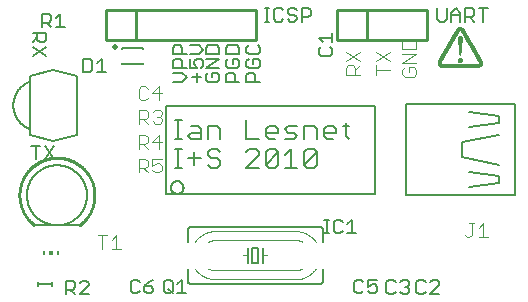
<source format=gbr>
G04 EAGLE Gerber RS-274X export*
G75*
%MOMM*%
%FSLAX34Y34*%
%LPD*%
%INSilkscreen Top*%
%IPPOS*%
%AMOC8*
5,1,8,0,0,1.08239X$1,22.5*%
G01*
%ADD10C,0.101600*%
%ADD11C,0.127000*%
%ADD12C,0.177800*%
%ADD13C,0.152400*%
%ADD14C,0.050800*%
%ADD15R,0.150000X0.300000*%
%ADD16R,0.300000X0.300000*%
%ADD17C,0.254000*%
%ADD18C,0.500000*%
%ADD19R,0.015300X0.015200*%
%ADD20R,0.015200X0.015200*%
%ADD21R,0.015200X0.015300*%
%ADD22R,0.015300X0.015300*%
%ADD23C,0.203200*%


D10*
X520099Y362126D02*
X518150Y360177D01*
X518150Y356279D01*
X520099Y354330D01*
X527895Y354330D01*
X529844Y356279D01*
X529844Y360177D01*
X527895Y362126D01*
X523997Y362126D01*
X523997Y358228D01*
X529844Y366024D02*
X518150Y366024D01*
X529844Y373820D01*
X518150Y373820D01*
X518150Y377718D02*
X529844Y377718D01*
X529844Y383565D01*
X527895Y385514D01*
X520099Y385514D01*
X518150Y383565D01*
X518150Y377718D01*
X482092Y356108D02*
X470398Y356108D01*
X470398Y361955D01*
X472347Y363904D01*
X476245Y363904D01*
X478194Y361955D01*
X478194Y356108D01*
X478194Y360006D02*
X482092Y363904D01*
X482092Y375598D02*
X470398Y367802D01*
X470398Y375598D02*
X482092Y367802D01*
X495798Y360006D02*
X507492Y360006D01*
X495798Y356108D02*
X495798Y363904D01*
X495798Y367802D02*
X507492Y375598D01*
X507492Y367802D02*
X495798Y375598D01*
D11*
X216799Y391541D02*
X205359Y391541D01*
X216799Y391541D02*
X216799Y385821D01*
X214892Y383915D01*
X211079Y383915D01*
X209172Y385821D01*
X209172Y391541D01*
X209172Y387728D02*
X205359Y383915D01*
X205359Y372221D02*
X216799Y379847D01*
X216799Y372221D02*
X205359Y379847D01*
X324221Y349885D02*
X331848Y349885D01*
X335661Y353698D01*
X331848Y357512D01*
X324221Y357512D01*
X324221Y361579D02*
X335661Y361579D01*
X324221Y361579D02*
X324221Y367299D01*
X326128Y369205D01*
X329941Y369205D01*
X331848Y367299D01*
X331848Y361579D01*
X335661Y373273D02*
X324221Y373273D01*
X324221Y378993D01*
X326128Y380899D01*
X329941Y380899D01*
X331848Y378993D01*
X331848Y373273D01*
X344165Y357512D02*
X344165Y349885D01*
X340352Y353698D02*
X347978Y353698D01*
X338445Y361579D02*
X338445Y369205D01*
X338445Y361579D02*
X344165Y361579D01*
X342259Y365392D01*
X342259Y367299D01*
X344165Y369205D01*
X347978Y369205D01*
X349885Y367299D01*
X349885Y363486D01*
X347978Y361579D01*
X346072Y373273D02*
X338445Y373273D01*
X346072Y373273D02*
X349885Y377086D01*
X346072Y380899D01*
X338445Y380899D01*
X353560Y357512D02*
X351653Y355605D01*
X351653Y351792D01*
X353560Y349885D01*
X361186Y349885D01*
X363093Y351792D01*
X363093Y355605D01*
X361186Y357512D01*
X357373Y357512D01*
X357373Y353698D01*
X363093Y361579D02*
X351653Y361579D01*
X363093Y369205D01*
X351653Y369205D01*
X351653Y373273D02*
X363093Y373273D01*
X363093Y378993D01*
X361186Y380899D01*
X353560Y380899D01*
X351653Y378993D01*
X351653Y373273D01*
X368925Y349885D02*
X380365Y349885D01*
X368925Y349885D02*
X368925Y355605D01*
X370832Y357512D01*
X374645Y357512D01*
X376552Y355605D01*
X376552Y349885D01*
X368925Y367299D02*
X370832Y369205D01*
X368925Y367299D02*
X368925Y363486D01*
X370832Y361579D01*
X378458Y361579D01*
X380365Y363486D01*
X380365Y367299D01*
X378458Y369205D01*
X374645Y369205D01*
X374645Y365392D01*
X368925Y373273D02*
X380365Y373273D01*
X380365Y378993D01*
X378458Y380899D01*
X370832Y380899D01*
X368925Y378993D01*
X368925Y373273D01*
X386197Y349885D02*
X397637Y349885D01*
X386197Y349885D02*
X386197Y355605D01*
X388104Y357512D01*
X391917Y357512D01*
X393824Y355605D01*
X393824Y349885D01*
X386197Y367299D02*
X388104Y369205D01*
X386197Y367299D02*
X386197Y363486D01*
X388104Y361579D01*
X395730Y361579D01*
X397637Y363486D01*
X397637Y367299D01*
X395730Y369205D01*
X391917Y369205D01*
X391917Y365392D01*
X386197Y378993D02*
X388104Y380899D01*
X386197Y378993D02*
X386197Y375180D01*
X388104Y373273D01*
X395730Y373273D01*
X397637Y375180D01*
X397637Y378993D01*
X395730Y380899D01*
D12*
X331348Y301625D02*
X326009Y301625D01*
X328678Y301625D02*
X328678Y317641D01*
X326009Y317641D02*
X331348Y317641D01*
X339593Y312302D02*
X344931Y312302D01*
X347601Y309633D01*
X347601Y301625D01*
X339593Y301625D01*
X336923Y304294D01*
X339593Y306964D01*
X347601Y306964D01*
X353295Y312302D02*
X353295Y301625D01*
X353295Y312302D02*
X361303Y312302D01*
X363972Y309633D01*
X363972Y301625D01*
X386038Y301625D02*
X386038Y317641D01*
X386038Y301625D02*
X396715Y301625D01*
X405079Y301625D02*
X410417Y301625D01*
X405079Y301625D02*
X402410Y304294D01*
X402410Y309633D01*
X405079Y312302D01*
X410417Y312302D01*
X413087Y309633D01*
X413087Y306964D01*
X402410Y306964D01*
X418781Y301625D02*
X426789Y301625D01*
X429458Y304294D01*
X426789Y306964D01*
X421450Y306964D01*
X418781Y309633D01*
X421450Y312302D01*
X429458Y312302D01*
X435153Y312302D02*
X435153Y301625D01*
X435153Y312302D02*
X443161Y312302D01*
X445830Y309633D01*
X445830Y301625D01*
X454194Y301625D02*
X459532Y301625D01*
X454194Y301625D02*
X451524Y304294D01*
X451524Y309633D01*
X454194Y312302D01*
X459532Y312302D01*
X462201Y309633D01*
X462201Y306964D01*
X451524Y306964D01*
X470565Y304294D02*
X470565Y314971D01*
X470565Y304294D02*
X473234Y301625D01*
X473234Y312302D02*
X467896Y312302D01*
X331348Y277241D02*
X326009Y277241D01*
X328678Y277241D02*
X328678Y293257D01*
X326009Y293257D02*
X331348Y293257D01*
X336923Y285249D02*
X347601Y285249D01*
X342262Y290587D02*
X342262Y279910D01*
X361303Y293257D02*
X363972Y290587D01*
X361303Y293257D02*
X355964Y293257D01*
X353295Y290587D01*
X353295Y287918D01*
X355964Y285249D01*
X361303Y285249D01*
X363972Y282580D01*
X363972Y279910D01*
X361303Y277241D01*
X355964Y277241D01*
X353295Y279910D01*
X386038Y277241D02*
X396715Y277241D01*
X386038Y277241D02*
X396715Y287918D01*
X396715Y290587D01*
X394046Y293257D01*
X388707Y293257D01*
X386038Y290587D01*
X402410Y290587D02*
X402410Y279910D01*
X402410Y290587D02*
X405079Y293257D01*
X410417Y293257D01*
X413087Y290587D01*
X413087Y279910D01*
X410417Y277241D01*
X405079Y277241D01*
X402410Y279910D01*
X413087Y290587D01*
X418781Y287918D02*
X424120Y293257D01*
X424120Y277241D01*
X429458Y277241D02*
X418781Y277241D01*
X435153Y279910D02*
X435153Y290587D01*
X437822Y293257D01*
X443161Y293257D01*
X445830Y290587D01*
X445830Y279910D01*
X443161Y277241D01*
X437822Y277241D01*
X435153Y279910D01*
X445830Y290587D01*
D13*
X494792Y254968D02*
X318262Y254968D01*
X494792Y254968D02*
X494792Y329232D01*
X318262Y329232D01*
X318262Y254968D01*
X322326Y260604D02*
X322328Y260750D01*
X322334Y260895D01*
X322344Y261041D01*
X322358Y261186D01*
X322376Y261330D01*
X322397Y261474D01*
X322423Y261618D01*
X322453Y261760D01*
X322486Y261902D01*
X322524Y262043D01*
X322565Y262183D01*
X322610Y262321D01*
X322659Y262459D01*
X322711Y262595D01*
X322768Y262729D01*
X322827Y262862D01*
X322891Y262993D01*
X322958Y263122D01*
X323029Y263250D01*
X323103Y263375D01*
X323180Y263499D01*
X323261Y263620D01*
X323345Y263739D01*
X323432Y263856D01*
X323522Y263970D01*
X323616Y264082D01*
X323712Y264191D01*
X323812Y264298D01*
X323914Y264401D01*
X324019Y264502D01*
X324127Y264600D01*
X324238Y264695D01*
X324351Y264787D01*
X324466Y264876D01*
X324584Y264962D01*
X324704Y265044D01*
X324827Y265123D01*
X324951Y265199D01*
X325078Y265271D01*
X325206Y265340D01*
X325336Y265405D01*
X325468Y265467D01*
X325602Y265525D01*
X325737Y265579D01*
X325874Y265630D01*
X326012Y265677D01*
X326151Y265720D01*
X326291Y265759D01*
X326433Y265795D01*
X326575Y265826D01*
X326718Y265854D01*
X326862Y265878D01*
X327006Y265898D01*
X327151Y265914D01*
X327296Y265926D01*
X327441Y265934D01*
X327587Y265938D01*
X327733Y265938D01*
X327879Y265934D01*
X328024Y265926D01*
X328169Y265914D01*
X328314Y265898D01*
X328458Y265878D01*
X328602Y265854D01*
X328745Y265826D01*
X328887Y265795D01*
X329029Y265759D01*
X329169Y265720D01*
X329308Y265677D01*
X329446Y265630D01*
X329583Y265579D01*
X329718Y265525D01*
X329852Y265467D01*
X329984Y265405D01*
X330114Y265340D01*
X330242Y265271D01*
X330369Y265199D01*
X330493Y265123D01*
X330616Y265044D01*
X330736Y264962D01*
X330854Y264876D01*
X330969Y264787D01*
X331082Y264695D01*
X331193Y264600D01*
X331301Y264502D01*
X331406Y264401D01*
X331508Y264298D01*
X331608Y264191D01*
X331704Y264082D01*
X331798Y263970D01*
X331888Y263856D01*
X331975Y263739D01*
X332059Y263620D01*
X332140Y263499D01*
X332217Y263375D01*
X332291Y263250D01*
X332362Y263122D01*
X332429Y262993D01*
X332493Y262862D01*
X332552Y262729D01*
X332609Y262595D01*
X332661Y262459D01*
X332710Y262321D01*
X332755Y262183D01*
X332796Y262043D01*
X332834Y261902D01*
X332867Y261760D01*
X332897Y261618D01*
X332923Y261474D01*
X332944Y261330D01*
X332962Y261186D01*
X332976Y261041D01*
X332986Y260895D01*
X332992Y260750D01*
X332994Y260604D01*
X332992Y260458D01*
X332986Y260313D01*
X332976Y260167D01*
X332962Y260022D01*
X332944Y259878D01*
X332923Y259734D01*
X332897Y259590D01*
X332867Y259448D01*
X332834Y259306D01*
X332796Y259165D01*
X332755Y259025D01*
X332710Y258887D01*
X332661Y258749D01*
X332609Y258613D01*
X332552Y258479D01*
X332493Y258346D01*
X332429Y258215D01*
X332362Y258086D01*
X332291Y257958D01*
X332217Y257833D01*
X332140Y257709D01*
X332059Y257588D01*
X331975Y257469D01*
X331888Y257352D01*
X331798Y257238D01*
X331704Y257126D01*
X331608Y257017D01*
X331508Y256910D01*
X331406Y256807D01*
X331301Y256706D01*
X331193Y256608D01*
X331082Y256513D01*
X330969Y256421D01*
X330854Y256332D01*
X330736Y256246D01*
X330616Y256164D01*
X330493Y256085D01*
X330369Y256009D01*
X330242Y255937D01*
X330114Y255868D01*
X329984Y255803D01*
X329852Y255741D01*
X329718Y255683D01*
X329583Y255629D01*
X329446Y255578D01*
X329308Y255531D01*
X329169Y255488D01*
X329029Y255449D01*
X328887Y255413D01*
X328745Y255382D01*
X328602Y255354D01*
X328458Y255330D01*
X328314Y255310D01*
X328169Y255294D01*
X328024Y255282D01*
X327879Y255274D01*
X327733Y255270D01*
X327587Y255270D01*
X327441Y255274D01*
X327296Y255282D01*
X327151Y255294D01*
X327006Y255310D01*
X326862Y255330D01*
X326718Y255354D01*
X326575Y255382D01*
X326433Y255413D01*
X326291Y255449D01*
X326151Y255488D01*
X326012Y255531D01*
X325874Y255578D01*
X325737Y255629D01*
X325602Y255683D01*
X325468Y255741D01*
X325336Y255803D01*
X325206Y255868D01*
X325078Y255937D01*
X324951Y256009D01*
X324827Y256085D01*
X324704Y256164D01*
X324584Y256246D01*
X324466Y256332D01*
X324351Y256421D01*
X324238Y256513D01*
X324127Y256608D01*
X324019Y256706D01*
X323914Y256807D01*
X323812Y256910D01*
X323712Y257017D01*
X323616Y257126D01*
X323522Y257238D01*
X323432Y257352D01*
X323345Y257469D01*
X323261Y257588D01*
X323180Y257709D01*
X323103Y257833D01*
X323029Y257958D01*
X322958Y258086D01*
X322891Y258215D01*
X322827Y258346D01*
X322768Y258479D01*
X322711Y258613D01*
X322659Y258749D01*
X322610Y258887D01*
X322565Y259025D01*
X322524Y259165D01*
X322486Y259306D01*
X322453Y259448D01*
X322423Y259590D01*
X322397Y259734D01*
X322376Y259878D01*
X322358Y260022D01*
X322344Y260167D01*
X322334Y260313D01*
X322328Y260458D01*
X322326Y260604D01*
D11*
X452305Y221615D02*
X456118Y221615D01*
X454212Y221615D02*
X454212Y233055D01*
X456118Y233055D02*
X452305Y233055D01*
X465821Y233055D02*
X467728Y231148D01*
X465821Y233055D02*
X462008Y233055D01*
X460101Y231148D01*
X460101Y223522D01*
X462008Y221615D01*
X465821Y221615D01*
X467728Y223522D01*
X471795Y229242D02*
X475608Y233055D01*
X475608Y221615D01*
X471795Y221615D02*
X479421Y221615D01*
D14*
X444791Y191770D02*
X444508Y191365D01*
X444215Y190966D01*
X443912Y190575D01*
X443600Y190191D01*
X443279Y189815D01*
X442949Y189447D01*
X442610Y189087D01*
X442262Y188736D01*
X441906Y188393D01*
X441542Y188058D01*
X441169Y187733D01*
X440789Y187417D01*
X440401Y187110D01*
X440006Y186813D01*
X439604Y186525D01*
X439194Y186248D01*
X438779Y185980D01*
X438356Y185723D01*
X437928Y185476D01*
X437494Y185239D01*
X437054Y185013D01*
X436609Y184798D01*
X436159Y184593D01*
X435703Y184400D01*
X435244Y184218D01*
X434780Y184047D01*
X434312Y183888D01*
X433840Y183739D01*
X433365Y183603D01*
X432886Y183478D01*
X432405Y183365D01*
X431921Y183263D01*
X431435Y183173D01*
X430946Y183095D01*
X430456Y183029D01*
X429965Y182975D01*
X429472Y182933D01*
X428978Y182903D01*
X428484Y182885D01*
X427990Y182879D01*
D13*
X450850Y181610D02*
X450850Y191770D01*
D14*
X359410Y182880D02*
X358916Y182886D01*
X358422Y182904D01*
X357928Y182934D01*
X357436Y182976D01*
X356944Y183030D01*
X356454Y183096D01*
X355966Y183174D01*
X355479Y183264D01*
X354996Y183365D01*
X354514Y183479D01*
X354036Y183604D01*
X353561Y183740D01*
X353089Y183888D01*
X352621Y184048D01*
X352157Y184219D01*
X351697Y184401D01*
X351242Y184594D01*
X350791Y184798D01*
X350346Y185013D01*
X349906Y185239D01*
X349472Y185476D01*
X349044Y185723D01*
X348622Y185980D01*
X348206Y186248D01*
X347797Y186526D01*
X347394Y186813D01*
X346999Y187110D01*
X346611Y187417D01*
X346231Y187733D01*
X345859Y188059D01*
X345494Y188393D01*
X345138Y188736D01*
X344790Y189087D01*
X344451Y189447D01*
X344121Y189815D01*
X343800Y190191D01*
X343488Y190575D01*
X343185Y190966D01*
X342893Y191365D01*
X342609Y191770D01*
D13*
X336550Y191770D02*
X336550Y181610D01*
D14*
X359410Y215900D02*
X427990Y215900D01*
X427990Y223520D02*
X359410Y223520D01*
X359410Y190500D02*
X427990Y190500D01*
D13*
X448310Y227330D02*
X339090Y227330D01*
X338990Y227328D01*
X338891Y227322D01*
X338791Y227312D01*
X338693Y227299D01*
X338594Y227281D01*
X338497Y227260D01*
X338401Y227235D01*
X338305Y227206D01*
X338211Y227173D01*
X338118Y227137D01*
X338027Y227097D01*
X337937Y227053D01*
X337849Y227006D01*
X337763Y226956D01*
X337679Y226902D01*
X337597Y226845D01*
X337518Y226785D01*
X337440Y226721D01*
X337366Y226655D01*
X337294Y226586D01*
X337225Y226514D01*
X337159Y226440D01*
X337095Y226362D01*
X337035Y226283D01*
X336978Y226201D01*
X336924Y226117D01*
X336874Y226031D01*
X336827Y225943D01*
X336783Y225853D01*
X336743Y225762D01*
X336707Y225669D01*
X336674Y225575D01*
X336645Y225479D01*
X336620Y225383D01*
X336599Y225286D01*
X336581Y225187D01*
X336568Y225089D01*
X336558Y224989D01*
X336552Y224890D01*
X336550Y224790D01*
X336550Y214630D01*
D14*
X353874Y214630D02*
X354147Y214758D01*
X354423Y214880D01*
X354702Y214995D01*
X354983Y215103D01*
X355267Y215205D01*
X355553Y215300D01*
X355841Y215388D01*
X356131Y215470D01*
X356424Y215544D01*
X356717Y215611D01*
X357013Y215672D01*
X357309Y215725D01*
X357607Y215771D01*
X357906Y215811D01*
X358206Y215843D01*
X358507Y215868D01*
X358807Y215886D01*
X359109Y215896D01*
X359410Y215900D01*
X353874Y191770D02*
X354147Y191642D01*
X354423Y191520D01*
X354702Y191405D01*
X354983Y191297D01*
X355267Y191195D01*
X355553Y191100D01*
X355841Y191012D01*
X356131Y190930D01*
X356424Y190856D01*
X356717Y190789D01*
X357013Y190728D01*
X357309Y190675D01*
X357607Y190629D01*
X357906Y190589D01*
X358206Y190557D01*
X358507Y190532D01*
X358807Y190514D01*
X359109Y190504D01*
X359410Y190500D01*
X342610Y214629D02*
X342893Y215034D01*
X343186Y215433D01*
X343488Y215824D01*
X343800Y216208D01*
X344121Y216584D01*
X344451Y216952D01*
X344790Y217312D01*
X345138Y217663D01*
X345494Y218006D01*
X345859Y218341D01*
X346231Y218666D01*
X346611Y218982D01*
X346999Y219289D01*
X347394Y219586D01*
X347797Y219874D01*
X348206Y220151D01*
X348621Y220419D01*
X349044Y220676D01*
X349472Y220923D01*
X349906Y221160D01*
X350346Y221386D01*
X350791Y221601D01*
X351241Y221805D01*
X351697Y221999D01*
X352156Y222181D01*
X352620Y222352D01*
X353088Y222511D01*
X353560Y222659D01*
X354035Y222796D01*
X354514Y222921D01*
X354995Y223034D01*
X355479Y223136D01*
X355965Y223226D01*
X356453Y223304D01*
X356943Y223370D01*
X357435Y223424D01*
X357928Y223466D01*
X358421Y223496D01*
X358915Y223514D01*
X359410Y223520D01*
X427990Y223520D02*
X428484Y223514D01*
X428978Y223496D01*
X429472Y223466D01*
X429964Y223424D01*
X430456Y223370D01*
X430946Y223304D01*
X431434Y223226D01*
X431921Y223136D01*
X432404Y223035D01*
X432886Y222921D01*
X433364Y222796D01*
X433839Y222660D01*
X434311Y222512D01*
X434779Y222352D01*
X435243Y222181D01*
X435703Y221999D01*
X436158Y221806D01*
X436609Y221602D01*
X437054Y221387D01*
X437494Y221161D01*
X437928Y220924D01*
X438356Y220677D01*
X438778Y220420D01*
X439194Y220152D01*
X439603Y219874D01*
X440006Y219587D01*
X440401Y219290D01*
X440789Y218983D01*
X441169Y218667D01*
X441541Y218341D01*
X441906Y218007D01*
X442262Y217664D01*
X442610Y217313D01*
X442949Y216953D01*
X443279Y216585D01*
X443600Y216209D01*
X443912Y215825D01*
X444215Y215434D01*
X444507Y215035D01*
X444791Y214630D01*
X433526Y214630D02*
X433253Y214758D01*
X432977Y214880D01*
X432698Y214995D01*
X432417Y215103D01*
X432133Y215205D01*
X431847Y215300D01*
X431559Y215388D01*
X431269Y215470D01*
X430976Y215544D01*
X430683Y215611D01*
X430387Y215672D01*
X430091Y215725D01*
X429793Y215771D01*
X429494Y215811D01*
X429194Y215843D01*
X428893Y215868D01*
X428593Y215886D01*
X428291Y215896D01*
X427990Y215900D01*
X433526Y191770D02*
X433253Y191642D01*
X432977Y191520D01*
X432698Y191405D01*
X432417Y191297D01*
X432133Y191195D01*
X431847Y191100D01*
X431559Y191012D01*
X431269Y190930D01*
X430976Y190856D01*
X430683Y190789D01*
X430387Y190728D01*
X430091Y190675D01*
X429793Y190629D01*
X429494Y190589D01*
X429194Y190557D01*
X428893Y190532D01*
X428593Y190514D01*
X428291Y190504D01*
X427990Y190500D01*
D13*
X450850Y214630D02*
X450850Y224790D01*
X450848Y224890D01*
X450842Y224989D01*
X450832Y225089D01*
X450819Y225187D01*
X450801Y225286D01*
X450780Y225383D01*
X450755Y225479D01*
X450726Y225575D01*
X450693Y225669D01*
X450657Y225762D01*
X450617Y225853D01*
X450573Y225943D01*
X450526Y226031D01*
X450476Y226117D01*
X450422Y226201D01*
X450365Y226283D01*
X450305Y226362D01*
X450241Y226440D01*
X450175Y226514D01*
X450106Y226586D01*
X450034Y226655D01*
X449960Y226721D01*
X449882Y226785D01*
X449803Y226845D01*
X449721Y226902D01*
X449637Y226956D01*
X449551Y227006D01*
X449463Y227053D01*
X449373Y227097D01*
X449282Y227137D01*
X449189Y227173D01*
X449095Y227206D01*
X448999Y227235D01*
X448903Y227260D01*
X448806Y227281D01*
X448707Y227299D01*
X448609Y227312D01*
X448509Y227322D01*
X448410Y227328D01*
X448310Y227330D01*
D14*
X427990Y182880D02*
X359410Y182880D01*
D13*
X339090Y179070D02*
X448310Y179070D01*
X339090Y179070D02*
X338990Y179072D01*
X338891Y179078D01*
X338791Y179088D01*
X338693Y179101D01*
X338594Y179119D01*
X338497Y179140D01*
X338401Y179165D01*
X338305Y179194D01*
X338211Y179227D01*
X338118Y179263D01*
X338027Y179303D01*
X337937Y179347D01*
X337849Y179394D01*
X337763Y179444D01*
X337679Y179498D01*
X337597Y179555D01*
X337518Y179615D01*
X337440Y179679D01*
X337366Y179745D01*
X337294Y179814D01*
X337225Y179886D01*
X337159Y179960D01*
X337095Y180038D01*
X337035Y180117D01*
X336978Y180199D01*
X336924Y180283D01*
X336874Y180369D01*
X336827Y180457D01*
X336783Y180547D01*
X336743Y180638D01*
X336707Y180731D01*
X336674Y180825D01*
X336645Y180921D01*
X336620Y181017D01*
X336599Y181114D01*
X336581Y181213D01*
X336568Y181311D01*
X336558Y181411D01*
X336552Y181510D01*
X336550Y181610D01*
X448310Y179070D02*
X448410Y179072D01*
X448509Y179078D01*
X448609Y179088D01*
X448707Y179101D01*
X448806Y179119D01*
X448903Y179140D01*
X448999Y179165D01*
X449095Y179194D01*
X449189Y179227D01*
X449282Y179263D01*
X449373Y179303D01*
X449463Y179347D01*
X449551Y179394D01*
X449637Y179444D01*
X449721Y179498D01*
X449803Y179555D01*
X449882Y179615D01*
X449960Y179679D01*
X450034Y179745D01*
X450106Y179814D01*
X450175Y179886D01*
X450241Y179960D01*
X450305Y180038D01*
X450365Y180117D01*
X450422Y180199D01*
X450476Y180283D01*
X450526Y180369D01*
X450573Y180457D01*
X450617Y180547D01*
X450657Y180638D01*
X450693Y180731D01*
X450726Y180825D01*
X450755Y180921D01*
X450780Y181017D01*
X450801Y181114D01*
X450819Y181213D01*
X450832Y181311D01*
X450842Y181411D01*
X450848Y181510D01*
X450850Y181610D01*
X396240Y196850D02*
X396240Y209550D01*
X391160Y209550D01*
X391160Y196850D01*
X396240Y196850D01*
X400050Y196850D02*
X400050Y203200D01*
X400050Y209550D01*
D14*
X400050Y203200D02*
X403860Y203200D01*
D13*
X387350Y203200D02*
X387350Y196850D01*
X387350Y203200D02*
X387350Y209550D01*
D14*
X387350Y203200D02*
X383540Y203200D01*
D11*
X316103Y180348D02*
X316103Y172722D01*
X316103Y180348D02*
X318010Y182255D01*
X321823Y182255D01*
X323730Y180348D01*
X323730Y172722D01*
X321823Y170815D01*
X318010Y170815D01*
X316103Y172722D01*
X319916Y174628D02*
X323730Y170815D01*
X327797Y178442D02*
X331610Y182255D01*
X331610Y170815D01*
X327797Y170815D02*
X335423Y170815D01*
X510545Y182001D02*
X512452Y180094D01*
X510545Y182001D02*
X506732Y182001D01*
X504825Y180094D01*
X504825Y172468D01*
X506732Y170561D01*
X510545Y170561D01*
X512452Y172468D01*
X516519Y180094D02*
X518426Y182001D01*
X522239Y182001D01*
X524145Y180094D01*
X524145Y178188D01*
X522239Y176281D01*
X520332Y176281D01*
X522239Y176281D02*
X524145Y174374D01*
X524145Y172468D01*
X522239Y170561D01*
X518426Y170561D01*
X516519Y172468D01*
X535945Y182001D02*
X537852Y180094D01*
X535945Y182001D02*
X532132Y182001D01*
X530225Y180094D01*
X530225Y172468D01*
X532132Y170561D01*
X535945Y170561D01*
X537852Y172468D01*
X541919Y170561D02*
X549545Y170561D01*
X541919Y170561D02*
X549545Y178188D01*
X549545Y180094D01*
X547639Y182001D01*
X543826Y182001D01*
X541919Y180094D01*
X485274Y180348D02*
X483367Y182255D01*
X479554Y182255D01*
X477647Y180348D01*
X477647Y172722D01*
X479554Y170815D01*
X483367Y170815D01*
X485274Y172722D01*
X489341Y182255D02*
X496967Y182255D01*
X489341Y182255D02*
X489341Y176535D01*
X493154Y178442D01*
X495061Y178442D01*
X496967Y176535D01*
X496967Y172722D01*
X495061Y170815D01*
X491248Y170815D01*
X489341Y172722D01*
X295790Y180602D02*
X293883Y182509D01*
X290070Y182509D01*
X288163Y180602D01*
X288163Y172976D01*
X290070Y171069D01*
X293883Y171069D01*
X295790Y172976D01*
X303670Y180602D02*
X307483Y182509D01*
X303670Y180602D02*
X299857Y176789D01*
X299857Y172976D01*
X301764Y171069D01*
X305577Y171069D01*
X307483Y172976D01*
X307483Y174882D01*
X305577Y176789D01*
X299857Y176789D01*
X213213Y396367D02*
X213213Y407807D01*
X218933Y407807D01*
X220840Y405900D01*
X220840Y402087D01*
X218933Y400180D01*
X213213Y400180D01*
X217026Y400180D02*
X220840Y396367D01*
X224907Y403994D02*
X228720Y407807D01*
X228720Y396367D01*
X224907Y396367D02*
X232534Y396367D01*
X447665Y377683D02*
X449572Y379590D01*
X447665Y377683D02*
X447665Y373870D01*
X449572Y371963D01*
X457198Y371963D01*
X459105Y373870D01*
X459105Y377683D01*
X457198Y379590D01*
X451479Y383657D02*
X447665Y387470D01*
X459105Y387470D01*
X459105Y383657D02*
X459105Y391284D01*
D15*
X214980Y204700D03*
X226980Y204700D03*
D16*
X220980Y204700D03*
D11*
X221361Y180802D02*
X221361Y176989D01*
X221361Y178896D02*
X209921Y178896D01*
X209921Y180802D02*
X209921Y176989D01*
D13*
X233426Y181620D02*
X233426Y170434D01*
X233426Y181620D02*
X239019Y181620D01*
X240883Y179755D01*
X240883Y176027D01*
X239019Y174163D01*
X233426Y174163D01*
X237155Y174163D02*
X240883Y170434D01*
X245120Y170434D02*
X252577Y170434D01*
X245120Y170434D02*
X252577Y177891D01*
X252577Y179755D01*
X250713Y181620D01*
X246984Y181620D01*
X245120Y179755D01*
D11*
X202746Y355212D02*
X222746Y360212D01*
X242746Y355212D01*
X242746Y305212D01*
X222746Y300212D01*
X202746Y305212D01*
X202746Y310212D01*
X202746Y350212D01*
X202746Y355212D01*
X202746Y350212D02*
X202259Y350022D01*
X201776Y349821D01*
X201298Y349608D01*
X200826Y349383D01*
X200360Y349146D01*
X199899Y348899D01*
X199445Y348640D01*
X198997Y348370D01*
X198556Y348089D01*
X198121Y347797D01*
X197695Y347495D01*
X197275Y347183D01*
X196864Y346860D01*
X196460Y346527D01*
X196065Y346185D01*
X195678Y345833D01*
X195300Y345472D01*
X194931Y345101D01*
X194571Y344722D01*
X194220Y344334D01*
X193879Y343937D01*
X193548Y343532D01*
X193227Y343119D01*
X192916Y342699D01*
X192616Y342271D01*
X192326Y341836D01*
X192046Y341393D01*
X191778Y340944D01*
X191521Y340489D01*
X191275Y340028D01*
X191040Y339560D01*
X190817Y339087D01*
X190606Y338609D01*
X190406Y338125D01*
X190218Y337637D01*
X190042Y337145D01*
X189879Y336648D01*
X189727Y336147D01*
X189588Y335643D01*
X189461Y335136D01*
X189347Y334626D01*
X189245Y334113D01*
X189156Y333597D01*
X189079Y333080D01*
X189016Y332561D01*
X188964Y332040D01*
X188926Y331519D01*
X188900Y330996D01*
X188888Y330473D01*
X188888Y329951D01*
X188900Y329428D01*
X188926Y328905D01*
X188964Y328384D01*
X189016Y327863D01*
X189079Y327344D01*
X189156Y326827D01*
X189245Y326311D01*
X189347Y325798D01*
X189461Y325288D01*
X189588Y324781D01*
X189727Y324277D01*
X189879Y323776D01*
X190042Y323279D01*
X190218Y322787D01*
X190406Y322299D01*
X190606Y321815D01*
X190817Y321337D01*
X191040Y320864D01*
X191275Y320396D01*
X191521Y319935D01*
X191778Y319480D01*
X192046Y319031D01*
X192326Y318588D01*
X192616Y318153D01*
X192916Y317725D01*
X193227Y317305D01*
X193548Y316892D01*
X193879Y316487D01*
X194220Y316090D01*
X194571Y315702D01*
X194931Y315323D01*
X195300Y314952D01*
X195678Y314591D01*
X196065Y314239D01*
X196460Y313897D01*
X196864Y313564D01*
X197275Y313241D01*
X197695Y312929D01*
X198121Y312627D01*
X198556Y312335D01*
X198997Y312054D01*
X199445Y311784D01*
X199899Y311525D01*
X200360Y311278D01*
X200826Y311041D01*
X201298Y310816D01*
X201776Y310603D01*
X202259Y310402D01*
X202746Y310212D01*
D10*
X294894Y304810D02*
X294894Y293116D01*
X294894Y304810D02*
X300741Y304810D01*
X302690Y302861D01*
X302690Y298963D01*
X300741Y297014D01*
X294894Y297014D01*
X298792Y297014D02*
X302690Y293116D01*
X312435Y293116D02*
X312435Y304810D01*
X306588Y298963D01*
X314384Y298963D01*
X295148Y314706D02*
X295148Y326400D01*
X300995Y326400D01*
X302944Y324451D01*
X302944Y320553D01*
X300995Y318604D01*
X295148Y318604D01*
X299046Y318604D02*
X302944Y314706D01*
X306842Y324451D02*
X308791Y326400D01*
X312689Y326400D01*
X314638Y324451D01*
X314638Y322502D01*
X312689Y320553D01*
X310740Y320553D01*
X312689Y320553D02*
X314638Y318604D01*
X314638Y316655D01*
X312689Y314706D01*
X308791Y314706D01*
X306842Y316655D01*
X302690Y344263D02*
X300741Y346212D01*
X296843Y346212D01*
X294894Y344263D01*
X294894Y336467D01*
X296843Y334518D01*
X300741Y334518D01*
X302690Y336467D01*
X312435Y334518D02*
X312435Y346212D01*
X306588Y340365D01*
X314384Y340365D01*
X294894Y284998D02*
X294894Y273304D01*
X294894Y284998D02*
X300741Y284998D01*
X302690Y283049D01*
X302690Y279151D01*
X300741Y277202D01*
X294894Y277202D01*
X298792Y277202D02*
X302690Y273304D01*
X306588Y284998D02*
X314384Y284998D01*
X306588Y284998D02*
X306588Y279151D01*
X310486Y281100D01*
X312435Y281100D01*
X314384Y279151D01*
X314384Y275253D01*
X312435Y273304D01*
X308537Y273304D01*
X306588Y275253D01*
X264228Y220228D02*
X264228Y208534D01*
X260330Y220228D02*
X268126Y220228D01*
X272024Y216330D02*
X275922Y220228D01*
X275922Y208534D01*
X272024Y208534D02*
X279820Y208534D01*
D17*
X267716Y410972D02*
X293116Y410972D01*
X394716Y410972D01*
X394716Y385572D02*
X267716Y385572D01*
X267716Y410972D01*
X394716Y410972D02*
X394716Y385572D01*
X293116Y385572D02*
X293116Y410972D01*
D11*
X401701Y400939D02*
X405514Y400939D01*
X403608Y400939D02*
X403608Y412379D01*
X405514Y412379D02*
X401701Y412379D01*
X415217Y412379D02*
X417123Y410472D01*
X415217Y412379D02*
X411404Y412379D01*
X409497Y410472D01*
X409497Y402846D01*
X411404Y400939D01*
X415217Y400939D01*
X417123Y402846D01*
X426911Y412379D02*
X428817Y410472D01*
X426911Y412379D02*
X423098Y412379D01*
X421191Y410472D01*
X421191Y408566D01*
X423098Y406659D01*
X426911Y406659D01*
X428817Y404752D01*
X428817Y402846D01*
X426911Y400939D01*
X423098Y400939D01*
X421191Y402846D01*
X432885Y400939D02*
X432885Y412379D01*
X438605Y412379D01*
X440511Y410472D01*
X440511Y406659D01*
X438605Y404752D01*
X432885Y404752D01*
D17*
X462788Y410972D02*
X462788Y385572D01*
X462788Y410972D02*
X488188Y410972D01*
X538988Y410972D01*
X538988Y385572D01*
X462788Y385572D01*
X488188Y385572D02*
X488188Y410972D01*
D11*
X548005Y412379D02*
X548005Y402846D01*
X549912Y400939D01*
X553725Y400939D01*
X555632Y402846D01*
X555632Y412379D01*
X559699Y408566D02*
X559699Y400939D01*
X559699Y408566D02*
X563512Y412379D01*
X567325Y408566D01*
X567325Y400939D01*
X567325Y406659D02*
X559699Y406659D01*
X571393Y400939D02*
X571393Y412379D01*
X577113Y412379D01*
X579019Y410472D01*
X579019Y406659D01*
X577113Y404752D01*
X571393Y404752D01*
X575206Y404752D02*
X579019Y400939D01*
X586900Y400939D02*
X586900Y412379D01*
X583087Y412379D02*
X590713Y412379D01*
X613768Y331108D02*
X613768Y254108D01*
X521268Y254108D01*
X521268Y331108D01*
X613768Y331108D01*
X600418Y279908D02*
X568668Y286258D01*
X568668Y298958D01*
X600418Y305308D01*
X600418Y321183D02*
X575018Y324358D01*
X600418Y321183D02*
X600418Y314833D01*
X575018Y311658D01*
X575018Y260858D02*
X600418Y264033D01*
X600418Y270383D01*
X575018Y273558D01*
D10*
X571119Y220478D02*
X573068Y218529D01*
X575017Y218529D01*
X576966Y220478D01*
X576966Y230223D01*
X575017Y230223D02*
X578915Y230223D01*
X582813Y226325D02*
X586711Y230223D01*
X586711Y218529D01*
X582813Y218529D02*
X590609Y218529D01*
D11*
X298560Y378856D02*
X280560Y378856D01*
X280560Y364856D02*
X298560Y364856D01*
X280560Y377531D02*
X280560Y378856D01*
X298560Y378856D02*
X298560Y377531D01*
X280560Y366181D02*
X280560Y364856D01*
X298560Y364856D02*
X298560Y366181D01*
D18*
X274810Y379396D03*
D11*
X248048Y369722D02*
X248048Y358282D01*
X253768Y358282D01*
X255675Y360189D01*
X255675Y367815D01*
X253768Y369722D01*
X248048Y369722D01*
X259742Y365909D02*
X263555Y369722D01*
X263555Y358282D01*
X259742Y358282D02*
X267368Y358282D01*
D19*
X552679Y361772D03*
X552984Y361772D03*
D20*
X553288Y361772D03*
X553593Y361772D03*
X553898Y361772D03*
D19*
X554203Y361772D03*
X554508Y361772D03*
D20*
X554812Y361772D03*
X555117Y361772D03*
X555422Y361772D03*
D19*
X555727Y361772D03*
X556032Y361772D03*
D20*
X556336Y361772D03*
X556641Y361772D03*
X556946Y361772D03*
D19*
X557251Y361772D03*
X557556Y361772D03*
D20*
X557860Y361772D03*
X558165Y361772D03*
X558470Y361772D03*
D19*
X558775Y361772D03*
X559080Y361772D03*
D20*
X559384Y361772D03*
X559689Y361772D03*
X559994Y361772D03*
D19*
X560299Y361772D03*
X560604Y361772D03*
D20*
X560908Y361772D03*
X561213Y361772D03*
X561518Y361772D03*
D19*
X561823Y361772D03*
X562128Y361772D03*
D20*
X562432Y361772D03*
X562737Y361772D03*
X563042Y361772D03*
D19*
X563347Y361772D03*
X563652Y361772D03*
D20*
X563956Y361772D03*
X564261Y361772D03*
X564566Y361772D03*
D19*
X564871Y361772D03*
X565176Y361772D03*
D20*
X565480Y361772D03*
X565785Y361772D03*
X566090Y361772D03*
D19*
X566395Y361772D03*
X566700Y361772D03*
D20*
X567004Y361772D03*
X567309Y361772D03*
X567614Y361772D03*
D19*
X567919Y361772D03*
X568224Y361772D03*
D20*
X568528Y361772D03*
X568833Y361772D03*
X569138Y361772D03*
D19*
X569443Y361772D03*
X569748Y361772D03*
D20*
X570052Y361772D03*
X570357Y361772D03*
X570662Y361772D03*
D19*
X570967Y361772D03*
X571272Y361772D03*
D20*
X571576Y361772D03*
X571881Y361772D03*
X572186Y361772D03*
D19*
X572491Y361772D03*
X572796Y361772D03*
D20*
X573100Y361772D03*
X573405Y361772D03*
X573710Y361772D03*
D19*
X574015Y361772D03*
X574320Y361772D03*
D20*
X574624Y361772D03*
X574929Y361772D03*
X575234Y361772D03*
D19*
X575539Y361772D03*
X575844Y361772D03*
D20*
X576148Y361772D03*
X576453Y361772D03*
X576758Y361772D03*
D19*
X577063Y361772D03*
X577368Y361772D03*
D20*
X577672Y361772D03*
X577977Y361772D03*
X578282Y361772D03*
D19*
X578587Y361772D03*
X578892Y361772D03*
D20*
X579196Y361772D03*
X579501Y361772D03*
X579806Y361772D03*
D19*
X580111Y361772D03*
X580416Y361772D03*
D20*
X580720Y361772D03*
X581025Y361772D03*
X581330Y361772D03*
D19*
X581635Y361772D03*
X581940Y361772D03*
D20*
X582244Y361772D03*
X582549Y361772D03*
X582854Y361772D03*
D21*
X551612Y361925D03*
X551764Y361925D03*
D22*
X551917Y361925D03*
D21*
X552069Y361925D03*
D22*
X552222Y361925D03*
D21*
X552374Y361925D03*
X552526Y361925D03*
D22*
X552679Y361925D03*
D21*
X552831Y361925D03*
D22*
X552984Y361925D03*
D21*
X553136Y361925D03*
X553288Y361925D03*
D22*
X553441Y361925D03*
D21*
X553593Y361925D03*
D22*
X553746Y361925D03*
D21*
X553898Y361925D03*
X554050Y361925D03*
D22*
X554203Y361925D03*
D21*
X554355Y361925D03*
D22*
X554508Y361925D03*
D21*
X554660Y361925D03*
X554812Y361925D03*
D22*
X554965Y361925D03*
D21*
X555117Y361925D03*
D22*
X555270Y361925D03*
D21*
X555422Y361925D03*
X555574Y361925D03*
D22*
X555727Y361925D03*
D21*
X555879Y361925D03*
D22*
X556032Y361925D03*
D21*
X556184Y361925D03*
X556336Y361925D03*
D22*
X556489Y361925D03*
D21*
X556641Y361925D03*
D22*
X556794Y361925D03*
D21*
X556946Y361925D03*
X557098Y361925D03*
D22*
X557251Y361925D03*
D21*
X557403Y361925D03*
D22*
X557556Y361925D03*
D21*
X557708Y361925D03*
X557860Y361925D03*
D22*
X558013Y361925D03*
D21*
X558165Y361925D03*
D22*
X558318Y361925D03*
D21*
X558470Y361925D03*
X558622Y361925D03*
D22*
X558775Y361925D03*
D21*
X558927Y361925D03*
D22*
X559080Y361925D03*
D21*
X559232Y361925D03*
X559384Y361925D03*
D22*
X559537Y361925D03*
D21*
X559689Y361925D03*
D22*
X559842Y361925D03*
D21*
X559994Y361925D03*
X560146Y361925D03*
D22*
X560299Y361925D03*
D21*
X560451Y361925D03*
D22*
X560604Y361925D03*
D21*
X560756Y361925D03*
X560908Y361925D03*
D22*
X561061Y361925D03*
D21*
X561213Y361925D03*
D22*
X561366Y361925D03*
D21*
X561518Y361925D03*
X561670Y361925D03*
D22*
X561823Y361925D03*
D21*
X561975Y361925D03*
D22*
X562128Y361925D03*
D21*
X562280Y361925D03*
X562432Y361925D03*
D22*
X562585Y361925D03*
D21*
X562737Y361925D03*
D22*
X562890Y361925D03*
D21*
X563042Y361925D03*
X563194Y361925D03*
D22*
X563347Y361925D03*
D21*
X563499Y361925D03*
D22*
X563652Y361925D03*
D21*
X563804Y361925D03*
X563956Y361925D03*
D22*
X564109Y361925D03*
D21*
X564261Y361925D03*
D22*
X564414Y361925D03*
D21*
X564566Y361925D03*
X564718Y361925D03*
D22*
X564871Y361925D03*
D21*
X565023Y361925D03*
D22*
X565176Y361925D03*
D21*
X565328Y361925D03*
X565480Y361925D03*
D22*
X565633Y361925D03*
D21*
X565785Y361925D03*
D22*
X565938Y361925D03*
D21*
X566090Y361925D03*
X566242Y361925D03*
D22*
X566395Y361925D03*
D21*
X566547Y361925D03*
D22*
X566700Y361925D03*
D21*
X566852Y361925D03*
X567004Y361925D03*
D22*
X567157Y361925D03*
D21*
X567309Y361925D03*
D22*
X567462Y361925D03*
D21*
X567614Y361925D03*
X567766Y361925D03*
D22*
X567919Y361925D03*
D21*
X568071Y361925D03*
D22*
X568224Y361925D03*
D21*
X568376Y361925D03*
X568528Y361925D03*
D22*
X568681Y361925D03*
D21*
X568833Y361925D03*
D22*
X568986Y361925D03*
D21*
X569138Y361925D03*
X569290Y361925D03*
D22*
X569443Y361925D03*
D21*
X569595Y361925D03*
D22*
X569748Y361925D03*
D21*
X569900Y361925D03*
X570052Y361925D03*
D22*
X570205Y361925D03*
D21*
X570357Y361925D03*
D22*
X570510Y361925D03*
D21*
X570662Y361925D03*
X570814Y361925D03*
D22*
X570967Y361925D03*
D21*
X571119Y361925D03*
D22*
X571272Y361925D03*
D21*
X571424Y361925D03*
X571576Y361925D03*
D22*
X571729Y361925D03*
D21*
X571881Y361925D03*
D22*
X572034Y361925D03*
D21*
X572186Y361925D03*
X572338Y361925D03*
D22*
X572491Y361925D03*
D21*
X572643Y361925D03*
D22*
X572796Y361925D03*
D21*
X572948Y361925D03*
X573100Y361925D03*
D22*
X573253Y361925D03*
D21*
X573405Y361925D03*
D22*
X573558Y361925D03*
D21*
X573710Y361925D03*
X573862Y361925D03*
D22*
X574015Y361925D03*
D21*
X574167Y361925D03*
D22*
X574320Y361925D03*
D21*
X574472Y361925D03*
X574624Y361925D03*
D22*
X574777Y361925D03*
D21*
X574929Y361925D03*
D22*
X575082Y361925D03*
D21*
X575234Y361925D03*
X575386Y361925D03*
D22*
X575539Y361925D03*
D21*
X575691Y361925D03*
D22*
X575844Y361925D03*
D21*
X575996Y361925D03*
X576148Y361925D03*
D22*
X576301Y361925D03*
D21*
X576453Y361925D03*
D22*
X576606Y361925D03*
D21*
X576758Y361925D03*
X576910Y361925D03*
D22*
X577063Y361925D03*
D21*
X577215Y361925D03*
D22*
X577368Y361925D03*
D21*
X577520Y361925D03*
X577672Y361925D03*
D22*
X577825Y361925D03*
D21*
X577977Y361925D03*
D22*
X578130Y361925D03*
D21*
X578282Y361925D03*
X578434Y361925D03*
D22*
X578587Y361925D03*
D21*
X578739Y361925D03*
D22*
X578892Y361925D03*
D21*
X579044Y361925D03*
X579196Y361925D03*
D22*
X579349Y361925D03*
D21*
X579501Y361925D03*
D22*
X579654Y361925D03*
D21*
X579806Y361925D03*
X579958Y361925D03*
D22*
X580111Y361925D03*
D21*
X580263Y361925D03*
D22*
X580416Y361925D03*
D21*
X580568Y361925D03*
X580720Y361925D03*
D22*
X580873Y361925D03*
D21*
X581025Y361925D03*
D22*
X581178Y361925D03*
D21*
X581330Y361925D03*
X581482Y361925D03*
D22*
X581635Y361925D03*
D21*
X581787Y361925D03*
D22*
X581940Y361925D03*
D21*
X582092Y361925D03*
X582244Y361925D03*
D22*
X582397Y361925D03*
D21*
X582549Y361925D03*
D22*
X582702Y361925D03*
D21*
X582854Y361925D03*
X583006Y361925D03*
D22*
X583159Y361925D03*
D21*
X583311Y361925D03*
D22*
X583464Y361925D03*
D21*
X583616Y361925D03*
X583768Y361925D03*
D19*
X551155Y362077D03*
D20*
X551307Y362077D03*
D19*
X551460Y362077D03*
D20*
X551612Y362077D03*
X551764Y362077D03*
D19*
X551917Y362077D03*
D20*
X552069Y362077D03*
D19*
X552222Y362077D03*
D20*
X552374Y362077D03*
X552526Y362077D03*
D19*
X552679Y362077D03*
D20*
X552831Y362077D03*
D19*
X552984Y362077D03*
D20*
X553136Y362077D03*
X553288Y362077D03*
D19*
X553441Y362077D03*
D20*
X553593Y362077D03*
D19*
X553746Y362077D03*
D20*
X553898Y362077D03*
X554050Y362077D03*
D19*
X554203Y362077D03*
D20*
X554355Y362077D03*
D19*
X554508Y362077D03*
D20*
X554660Y362077D03*
X554812Y362077D03*
D19*
X554965Y362077D03*
D20*
X555117Y362077D03*
D19*
X555270Y362077D03*
D20*
X555422Y362077D03*
X555574Y362077D03*
D19*
X555727Y362077D03*
D20*
X555879Y362077D03*
D19*
X556032Y362077D03*
D20*
X556184Y362077D03*
X556336Y362077D03*
D19*
X556489Y362077D03*
D20*
X556641Y362077D03*
D19*
X556794Y362077D03*
D20*
X556946Y362077D03*
X557098Y362077D03*
D19*
X557251Y362077D03*
D20*
X557403Y362077D03*
D19*
X557556Y362077D03*
D20*
X557708Y362077D03*
X557860Y362077D03*
D19*
X558013Y362077D03*
D20*
X558165Y362077D03*
D19*
X558318Y362077D03*
D20*
X558470Y362077D03*
X558622Y362077D03*
D19*
X558775Y362077D03*
D20*
X558927Y362077D03*
D19*
X559080Y362077D03*
D20*
X559232Y362077D03*
X559384Y362077D03*
D19*
X559537Y362077D03*
D20*
X559689Y362077D03*
D19*
X559842Y362077D03*
D20*
X559994Y362077D03*
X560146Y362077D03*
D19*
X560299Y362077D03*
D20*
X560451Y362077D03*
D19*
X560604Y362077D03*
D20*
X560756Y362077D03*
X560908Y362077D03*
D19*
X561061Y362077D03*
D20*
X561213Y362077D03*
D19*
X561366Y362077D03*
D20*
X561518Y362077D03*
X561670Y362077D03*
D19*
X561823Y362077D03*
D20*
X561975Y362077D03*
D19*
X562128Y362077D03*
D20*
X562280Y362077D03*
X562432Y362077D03*
D19*
X562585Y362077D03*
D20*
X562737Y362077D03*
D19*
X562890Y362077D03*
D20*
X563042Y362077D03*
X563194Y362077D03*
D19*
X563347Y362077D03*
D20*
X563499Y362077D03*
D19*
X563652Y362077D03*
D20*
X563804Y362077D03*
X563956Y362077D03*
D19*
X564109Y362077D03*
D20*
X564261Y362077D03*
D19*
X564414Y362077D03*
D20*
X564566Y362077D03*
X564718Y362077D03*
D19*
X564871Y362077D03*
D20*
X565023Y362077D03*
D19*
X565176Y362077D03*
D20*
X565328Y362077D03*
X565480Y362077D03*
D19*
X565633Y362077D03*
D20*
X565785Y362077D03*
D19*
X565938Y362077D03*
D20*
X566090Y362077D03*
X566242Y362077D03*
D19*
X566395Y362077D03*
D20*
X566547Y362077D03*
D19*
X566700Y362077D03*
D20*
X566852Y362077D03*
X567004Y362077D03*
D19*
X567157Y362077D03*
D20*
X567309Y362077D03*
D19*
X567462Y362077D03*
D20*
X567614Y362077D03*
X567766Y362077D03*
D19*
X567919Y362077D03*
D20*
X568071Y362077D03*
D19*
X568224Y362077D03*
D20*
X568376Y362077D03*
X568528Y362077D03*
D19*
X568681Y362077D03*
D20*
X568833Y362077D03*
D19*
X568986Y362077D03*
D20*
X569138Y362077D03*
X569290Y362077D03*
D19*
X569443Y362077D03*
D20*
X569595Y362077D03*
D19*
X569748Y362077D03*
D20*
X569900Y362077D03*
X570052Y362077D03*
D19*
X570205Y362077D03*
D20*
X570357Y362077D03*
D19*
X570510Y362077D03*
D20*
X570662Y362077D03*
X570814Y362077D03*
D19*
X570967Y362077D03*
D20*
X571119Y362077D03*
D19*
X571272Y362077D03*
D20*
X571424Y362077D03*
X571576Y362077D03*
D19*
X571729Y362077D03*
D20*
X571881Y362077D03*
D19*
X572034Y362077D03*
D20*
X572186Y362077D03*
X572338Y362077D03*
D19*
X572491Y362077D03*
D20*
X572643Y362077D03*
D19*
X572796Y362077D03*
D20*
X572948Y362077D03*
X573100Y362077D03*
D19*
X573253Y362077D03*
D20*
X573405Y362077D03*
D19*
X573558Y362077D03*
D20*
X573710Y362077D03*
X573862Y362077D03*
D19*
X574015Y362077D03*
D20*
X574167Y362077D03*
D19*
X574320Y362077D03*
D20*
X574472Y362077D03*
X574624Y362077D03*
D19*
X574777Y362077D03*
D20*
X574929Y362077D03*
D19*
X575082Y362077D03*
D20*
X575234Y362077D03*
X575386Y362077D03*
D19*
X575539Y362077D03*
D20*
X575691Y362077D03*
D19*
X575844Y362077D03*
D20*
X575996Y362077D03*
X576148Y362077D03*
D19*
X576301Y362077D03*
D20*
X576453Y362077D03*
D19*
X576606Y362077D03*
D20*
X576758Y362077D03*
X576910Y362077D03*
D19*
X577063Y362077D03*
D20*
X577215Y362077D03*
D19*
X577368Y362077D03*
D20*
X577520Y362077D03*
X577672Y362077D03*
D19*
X577825Y362077D03*
D20*
X577977Y362077D03*
D19*
X578130Y362077D03*
D20*
X578282Y362077D03*
X578434Y362077D03*
D19*
X578587Y362077D03*
D20*
X578739Y362077D03*
D19*
X578892Y362077D03*
D20*
X579044Y362077D03*
X579196Y362077D03*
D19*
X579349Y362077D03*
D20*
X579501Y362077D03*
D19*
X579654Y362077D03*
D20*
X579806Y362077D03*
X579958Y362077D03*
D19*
X580111Y362077D03*
D20*
X580263Y362077D03*
D19*
X580416Y362077D03*
D20*
X580568Y362077D03*
X580720Y362077D03*
D19*
X580873Y362077D03*
D20*
X581025Y362077D03*
D19*
X581178Y362077D03*
D20*
X581330Y362077D03*
X581482Y362077D03*
D19*
X581635Y362077D03*
D20*
X581787Y362077D03*
D19*
X581940Y362077D03*
D20*
X582092Y362077D03*
X582244Y362077D03*
D19*
X582397Y362077D03*
D20*
X582549Y362077D03*
D19*
X582702Y362077D03*
D20*
X582854Y362077D03*
X583006Y362077D03*
D19*
X583159Y362077D03*
D20*
X583311Y362077D03*
D19*
X583464Y362077D03*
D20*
X583616Y362077D03*
X583768Y362077D03*
D19*
X583921Y362077D03*
D20*
X584073Y362077D03*
D19*
X584226Y362077D03*
D20*
X584378Y362077D03*
D22*
X550698Y362230D03*
D21*
X550850Y362230D03*
X551002Y362230D03*
D22*
X551155Y362230D03*
D21*
X551307Y362230D03*
D22*
X551460Y362230D03*
D21*
X551612Y362230D03*
X551764Y362230D03*
D22*
X551917Y362230D03*
D21*
X552069Y362230D03*
D22*
X552222Y362230D03*
D21*
X552374Y362230D03*
X552526Y362230D03*
D22*
X552679Y362230D03*
D21*
X552831Y362230D03*
D22*
X552984Y362230D03*
D21*
X553136Y362230D03*
X553288Y362230D03*
D22*
X553441Y362230D03*
D21*
X553593Y362230D03*
D22*
X553746Y362230D03*
D21*
X553898Y362230D03*
X554050Y362230D03*
D22*
X554203Y362230D03*
D21*
X554355Y362230D03*
D22*
X554508Y362230D03*
D21*
X554660Y362230D03*
X554812Y362230D03*
D22*
X554965Y362230D03*
D21*
X555117Y362230D03*
D22*
X555270Y362230D03*
D21*
X555422Y362230D03*
X555574Y362230D03*
D22*
X555727Y362230D03*
D21*
X555879Y362230D03*
D22*
X556032Y362230D03*
D21*
X556184Y362230D03*
X556336Y362230D03*
D22*
X556489Y362230D03*
D21*
X556641Y362230D03*
D22*
X556794Y362230D03*
D21*
X556946Y362230D03*
X557098Y362230D03*
D22*
X557251Y362230D03*
D21*
X557403Y362230D03*
D22*
X557556Y362230D03*
D21*
X557708Y362230D03*
X557860Y362230D03*
D22*
X558013Y362230D03*
D21*
X558165Y362230D03*
D22*
X558318Y362230D03*
D21*
X558470Y362230D03*
X558622Y362230D03*
D22*
X558775Y362230D03*
D21*
X558927Y362230D03*
D22*
X559080Y362230D03*
D21*
X559232Y362230D03*
X559384Y362230D03*
D22*
X559537Y362230D03*
D21*
X559689Y362230D03*
D22*
X559842Y362230D03*
D21*
X559994Y362230D03*
X560146Y362230D03*
D22*
X560299Y362230D03*
D21*
X560451Y362230D03*
D22*
X560604Y362230D03*
D21*
X560756Y362230D03*
X560908Y362230D03*
D22*
X561061Y362230D03*
D21*
X561213Y362230D03*
D22*
X561366Y362230D03*
D21*
X561518Y362230D03*
X561670Y362230D03*
D22*
X561823Y362230D03*
D21*
X561975Y362230D03*
D22*
X562128Y362230D03*
D21*
X562280Y362230D03*
X562432Y362230D03*
D22*
X562585Y362230D03*
D21*
X562737Y362230D03*
D22*
X562890Y362230D03*
D21*
X563042Y362230D03*
X563194Y362230D03*
D22*
X563347Y362230D03*
D21*
X563499Y362230D03*
D22*
X563652Y362230D03*
D21*
X563804Y362230D03*
X563956Y362230D03*
D22*
X564109Y362230D03*
D21*
X564261Y362230D03*
D22*
X564414Y362230D03*
D21*
X564566Y362230D03*
X564718Y362230D03*
D22*
X564871Y362230D03*
D21*
X565023Y362230D03*
D22*
X565176Y362230D03*
D21*
X565328Y362230D03*
X565480Y362230D03*
D22*
X565633Y362230D03*
D21*
X565785Y362230D03*
D22*
X565938Y362230D03*
D21*
X566090Y362230D03*
X566242Y362230D03*
D22*
X566395Y362230D03*
D21*
X566547Y362230D03*
D22*
X566700Y362230D03*
D21*
X566852Y362230D03*
X567004Y362230D03*
D22*
X567157Y362230D03*
D21*
X567309Y362230D03*
D22*
X567462Y362230D03*
D21*
X567614Y362230D03*
X567766Y362230D03*
D22*
X567919Y362230D03*
D21*
X568071Y362230D03*
D22*
X568224Y362230D03*
D21*
X568376Y362230D03*
X568528Y362230D03*
D22*
X568681Y362230D03*
D21*
X568833Y362230D03*
D22*
X568986Y362230D03*
D21*
X569138Y362230D03*
X569290Y362230D03*
D22*
X569443Y362230D03*
D21*
X569595Y362230D03*
D22*
X569748Y362230D03*
D21*
X569900Y362230D03*
X570052Y362230D03*
D22*
X570205Y362230D03*
D21*
X570357Y362230D03*
D22*
X570510Y362230D03*
D21*
X570662Y362230D03*
X570814Y362230D03*
D22*
X570967Y362230D03*
D21*
X571119Y362230D03*
D22*
X571272Y362230D03*
D21*
X571424Y362230D03*
X571576Y362230D03*
D22*
X571729Y362230D03*
D21*
X571881Y362230D03*
D22*
X572034Y362230D03*
D21*
X572186Y362230D03*
X572338Y362230D03*
D22*
X572491Y362230D03*
D21*
X572643Y362230D03*
D22*
X572796Y362230D03*
D21*
X572948Y362230D03*
X573100Y362230D03*
D22*
X573253Y362230D03*
D21*
X573405Y362230D03*
D22*
X573558Y362230D03*
D21*
X573710Y362230D03*
X573862Y362230D03*
D22*
X574015Y362230D03*
D21*
X574167Y362230D03*
D22*
X574320Y362230D03*
D21*
X574472Y362230D03*
X574624Y362230D03*
D22*
X574777Y362230D03*
D21*
X574929Y362230D03*
D22*
X575082Y362230D03*
D21*
X575234Y362230D03*
X575386Y362230D03*
D22*
X575539Y362230D03*
D21*
X575691Y362230D03*
D22*
X575844Y362230D03*
D21*
X575996Y362230D03*
X576148Y362230D03*
D22*
X576301Y362230D03*
D21*
X576453Y362230D03*
D22*
X576606Y362230D03*
D21*
X576758Y362230D03*
X576910Y362230D03*
D22*
X577063Y362230D03*
D21*
X577215Y362230D03*
D22*
X577368Y362230D03*
D21*
X577520Y362230D03*
X577672Y362230D03*
D22*
X577825Y362230D03*
D21*
X577977Y362230D03*
D22*
X578130Y362230D03*
D21*
X578282Y362230D03*
X578434Y362230D03*
D22*
X578587Y362230D03*
D21*
X578739Y362230D03*
D22*
X578892Y362230D03*
D21*
X579044Y362230D03*
X579196Y362230D03*
D22*
X579349Y362230D03*
D21*
X579501Y362230D03*
D22*
X579654Y362230D03*
D21*
X579806Y362230D03*
X579958Y362230D03*
D22*
X580111Y362230D03*
D21*
X580263Y362230D03*
D22*
X580416Y362230D03*
D21*
X580568Y362230D03*
X580720Y362230D03*
D22*
X580873Y362230D03*
D21*
X581025Y362230D03*
D22*
X581178Y362230D03*
D21*
X581330Y362230D03*
X581482Y362230D03*
D22*
X581635Y362230D03*
D21*
X581787Y362230D03*
D22*
X581940Y362230D03*
D21*
X582092Y362230D03*
X582244Y362230D03*
D22*
X582397Y362230D03*
D21*
X582549Y362230D03*
D22*
X582702Y362230D03*
D21*
X582854Y362230D03*
X583006Y362230D03*
D22*
X583159Y362230D03*
D21*
X583311Y362230D03*
D22*
X583464Y362230D03*
D21*
X583616Y362230D03*
X583768Y362230D03*
D22*
X583921Y362230D03*
D21*
X584073Y362230D03*
D22*
X584226Y362230D03*
D21*
X584378Y362230D03*
X584530Y362230D03*
D22*
X584683Y362230D03*
D19*
X550393Y362382D03*
D20*
X550545Y362382D03*
D19*
X550698Y362382D03*
D20*
X550850Y362382D03*
X551002Y362382D03*
D19*
X551155Y362382D03*
D20*
X551307Y362382D03*
D19*
X551460Y362382D03*
D20*
X551612Y362382D03*
X551764Y362382D03*
D19*
X551917Y362382D03*
D20*
X552069Y362382D03*
D19*
X552222Y362382D03*
D20*
X552374Y362382D03*
X552526Y362382D03*
D19*
X552679Y362382D03*
D20*
X552831Y362382D03*
D19*
X552984Y362382D03*
D20*
X553136Y362382D03*
X553288Y362382D03*
D19*
X553441Y362382D03*
D20*
X553593Y362382D03*
D19*
X553746Y362382D03*
D20*
X553898Y362382D03*
X554050Y362382D03*
D19*
X554203Y362382D03*
D20*
X554355Y362382D03*
D19*
X554508Y362382D03*
D20*
X554660Y362382D03*
X554812Y362382D03*
D19*
X554965Y362382D03*
D20*
X555117Y362382D03*
D19*
X555270Y362382D03*
D20*
X555422Y362382D03*
X555574Y362382D03*
D19*
X555727Y362382D03*
D20*
X555879Y362382D03*
D19*
X556032Y362382D03*
D20*
X556184Y362382D03*
X556336Y362382D03*
D19*
X556489Y362382D03*
D20*
X556641Y362382D03*
D19*
X556794Y362382D03*
D20*
X556946Y362382D03*
X557098Y362382D03*
D19*
X557251Y362382D03*
D20*
X557403Y362382D03*
D19*
X557556Y362382D03*
D20*
X557708Y362382D03*
X557860Y362382D03*
D19*
X558013Y362382D03*
D20*
X558165Y362382D03*
D19*
X558318Y362382D03*
D20*
X558470Y362382D03*
X558622Y362382D03*
D19*
X558775Y362382D03*
D20*
X558927Y362382D03*
D19*
X559080Y362382D03*
D20*
X559232Y362382D03*
X559384Y362382D03*
D19*
X559537Y362382D03*
D20*
X559689Y362382D03*
D19*
X559842Y362382D03*
D20*
X559994Y362382D03*
X560146Y362382D03*
D19*
X560299Y362382D03*
D20*
X560451Y362382D03*
D19*
X560604Y362382D03*
D20*
X560756Y362382D03*
X560908Y362382D03*
D19*
X561061Y362382D03*
D20*
X561213Y362382D03*
D19*
X561366Y362382D03*
D20*
X561518Y362382D03*
X561670Y362382D03*
D19*
X561823Y362382D03*
D20*
X561975Y362382D03*
D19*
X562128Y362382D03*
D20*
X562280Y362382D03*
X562432Y362382D03*
D19*
X562585Y362382D03*
D20*
X562737Y362382D03*
D19*
X562890Y362382D03*
D20*
X563042Y362382D03*
X563194Y362382D03*
D19*
X563347Y362382D03*
D20*
X563499Y362382D03*
D19*
X563652Y362382D03*
D20*
X563804Y362382D03*
X563956Y362382D03*
D19*
X564109Y362382D03*
D20*
X564261Y362382D03*
D19*
X564414Y362382D03*
D20*
X564566Y362382D03*
X564718Y362382D03*
D19*
X564871Y362382D03*
D20*
X565023Y362382D03*
D19*
X565176Y362382D03*
D20*
X565328Y362382D03*
X565480Y362382D03*
D19*
X565633Y362382D03*
D20*
X565785Y362382D03*
D19*
X565938Y362382D03*
D20*
X566090Y362382D03*
X566242Y362382D03*
D19*
X566395Y362382D03*
D20*
X566547Y362382D03*
D19*
X566700Y362382D03*
D20*
X566852Y362382D03*
X567004Y362382D03*
D19*
X567157Y362382D03*
D20*
X567309Y362382D03*
D19*
X567462Y362382D03*
D20*
X567614Y362382D03*
X567766Y362382D03*
D19*
X567919Y362382D03*
D20*
X568071Y362382D03*
D19*
X568224Y362382D03*
D20*
X568376Y362382D03*
X568528Y362382D03*
D19*
X568681Y362382D03*
D20*
X568833Y362382D03*
D19*
X568986Y362382D03*
D20*
X569138Y362382D03*
X569290Y362382D03*
D19*
X569443Y362382D03*
D20*
X569595Y362382D03*
D19*
X569748Y362382D03*
D20*
X569900Y362382D03*
X570052Y362382D03*
D19*
X570205Y362382D03*
D20*
X570357Y362382D03*
D19*
X570510Y362382D03*
D20*
X570662Y362382D03*
X570814Y362382D03*
D19*
X570967Y362382D03*
D20*
X571119Y362382D03*
D19*
X571272Y362382D03*
D20*
X571424Y362382D03*
X571576Y362382D03*
D19*
X571729Y362382D03*
D20*
X571881Y362382D03*
D19*
X572034Y362382D03*
D20*
X572186Y362382D03*
X572338Y362382D03*
D19*
X572491Y362382D03*
D20*
X572643Y362382D03*
D19*
X572796Y362382D03*
D20*
X572948Y362382D03*
X573100Y362382D03*
D19*
X573253Y362382D03*
D20*
X573405Y362382D03*
D19*
X573558Y362382D03*
D20*
X573710Y362382D03*
X573862Y362382D03*
D19*
X574015Y362382D03*
D20*
X574167Y362382D03*
D19*
X574320Y362382D03*
D20*
X574472Y362382D03*
X574624Y362382D03*
D19*
X574777Y362382D03*
D20*
X574929Y362382D03*
D19*
X575082Y362382D03*
D20*
X575234Y362382D03*
X575386Y362382D03*
D19*
X575539Y362382D03*
D20*
X575691Y362382D03*
D19*
X575844Y362382D03*
D20*
X575996Y362382D03*
X576148Y362382D03*
D19*
X576301Y362382D03*
D20*
X576453Y362382D03*
D19*
X576606Y362382D03*
D20*
X576758Y362382D03*
X576910Y362382D03*
D19*
X577063Y362382D03*
D20*
X577215Y362382D03*
D19*
X577368Y362382D03*
D20*
X577520Y362382D03*
X577672Y362382D03*
D19*
X577825Y362382D03*
D20*
X577977Y362382D03*
D19*
X578130Y362382D03*
D20*
X578282Y362382D03*
X578434Y362382D03*
D19*
X578587Y362382D03*
D20*
X578739Y362382D03*
D19*
X578892Y362382D03*
D20*
X579044Y362382D03*
X579196Y362382D03*
D19*
X579349Y362382D03*
D20*
X579501Y362382D03*
D19*
X579654Y362382D03*
D20*
X579806Y362382D03*
X579958Y362382D03*
D19*
X580111Y362382D03*
D20*
X580263Y362382D03*
D19*
X580416Y362382D03*
D20*
X580568Y362382D03*
X580720Y362382D03*
D19*
X580873Y362382D03*
D20*
X581025Y362382D03*
D19*
X581178Y362382D03*
D20*
X581330Y362382D03*
X581482Y362382D03*
D19*
X581635Y362382D03*
D20*
X581787Y362382D03*
D19*
X581940Y362382D03*
D20*
X582092Y362382D03*
X582244Y362382D03*
D19*
X582397Y362382D03*
D20*
X582549Y362382D03*
D19*
X582702Y362382D03*
D20*
X582854Y362382D03*
X583006Y362382D03*
D19*
X583159Y362382D03*
D20*
X583311Y362382D03*
D19*
X583464Y362382D03*
D20*
X583616Y362382D03*
X583768Y362382D03*
D19*
X583921Y362382D03*
D20*
X584073Y362382D03*
D19*
X584226Y362382D03*
D20*
X584378Y362382D03*
X584530Y362382D03*
D19*
X584683Y362382D03*
D20*
X584835Y362382D03*
D19*
X584988Y362382D03*
D20*
X550240Y362534D03*
D19*
X550393Y362534D03*
D20*
X550545Y362534D03*
D19*
X550698Y362534D03*
D20*
X550850Y362534D03*
X551002Y362534D03*
D19*
X551155Y362534D03*
D20*
X551307Y362534D03*
D19*
X551460Y362534D03*
D20*
X551612Y362534D03*
X551764Y362534D03*
D19*
X551917Y362534D03*
D20*
X552069Y362534D03*
D19*
X552222Y362534D03*
D20*
X552374Y362534D03*
X552526Y362534D03*
D19*
X552679Y362534D03*
D20*
X552831Y362534D03*
D19*
X552984Y362534D03*
D20*
X553136Y362534D03*
X553288Y362534D03*
D19*
X553441Y362534D03*
D20*
X553593Y362534D03*
D19*
X553746Y362534D03*
D20*
X553898Y362534D03*
X554050Y362534D03*
D19*
X554203Y362534D03*
D20*
X554355Y362534D03*
D19*
X554508Y362534D03*
D20*
X554660Y362534D03*
X554812Y362534D03*
D19*
X554965Y362534D03*
D20*
X555117Y362534D03*
D19*
X555270Y362534D03*
D20*
X555422Y362534D03*
X555574Y362534D03*
D19*
X555727Y362534D03*
D20*
X555879Y362534D03*
D19*
X556032Y362534D03*
D20*
X556184Y362534D03*
X556336Y362534D03*
D19*
X556489Y362534D03*
D20*
X556641Y362534D03*
D19*
X556794Y362534D03*
D20*
X556946Y362534D03*
X557098Y362534D03*
D19*
X557251Y362534D03*
D20*
X557403Y362534D03*
D19*
X557556Y362534D03*
D20*
X557708Y362534D03*
X557860Y362534D03*
D19*
X558013Y362534D03*
D20*
X558165Y362534D03*
D19*
X558318Y362534D03*
D20*
X558470Y362534D03*
X558622Y362534D03*
D19*
X558775Y362534D03*
D20*
X558927Y362534D03*
D19*
X559080Y362534D03*
D20*
X559232Y362534D03*
X559384Y362534D03*
D19*
X559537Y362534D03*
D20*
X559689Y362534D03*
D19*
X559842Y362534D03*
D20*
X559994Y362534D03*
X560146Y362534D03*
D19*
X560299Y362534D03*
D20*
X560451Y362534D03*
D19*
X560604Y362534D03*
D20*
X560756Y362534D03*
X560908Y362534D03*
D19*
X561061Y362534D03*
D20*
X561213Y362534D03*
D19*
X561366Y362534D03*
D20*
X561518Y362534D03*
X561670Y362534D03*
D19*
X561823Y362534D03*
D20*
X561975Y362534D03*
D19*
X562128Y362534D03*
D20*
X562280Y362534D03*
X562432Y362534D03*
D19*
X562585Y362534D03*
D20*
X562737Y362534D03*
D19*
X562890Y362534D03*
D20*
X563042Y362534D03*
X563194Y362534D03*
D19*
X563347Y362534D03*
D20*
X563499Y362534D03*
D19*
X563652Y362534D03*
D20*
X563804Y362534D03*
X563956Y362534D03*
D19*
X564109Y362534D03*
D20*
X564261Y362534D03*
D19*
X564414Y362534D03*
D20*
X564566Y362534D03*
X564718Y362534D03*
D19*
X564871Y362534D03*
D20*
X565023Y362534D03*
D19*
X565176Y362534D03*
D20*
X565328Y362534D03*
X565480Y362534D03*
D19*
X565633Y362534D03*
D20*
X565785Y362534D03*
D19*
X565938Y362534D03*
D20*
X566090Y362534D03*
X566242Y362534D03*
D19*
X566395Y362534D03*
D20*
X566547Y362534D03*
D19*
X566700Y362534D03*
D20*
X566852Y362534D03*
X567004Y362534D03*
D19*
X567157Y362534D03*
D20*
X567309Y362534D03*
D19*
X567462Y362534D03*
D20*
X567614Y362534D03*
X567766Y362534D03*
D19*
X567919Y362534D03*
D20*
X568071Y362534D03*
D19*
X568224Y362534D03*
D20*
X568376Y362534D03*
X568528Y362534D03*
D19*
X568681Y362534D03*
D20*
X568833Y362534D03*
D19*
X568986Y362534D03*
D20*
X569138Y362534D03*
X569290Y362534D03*
D19*
X569443Y362534D03*
D20*
X569595Y362534D03*
D19*
X569748Y362534D03*
D20*
X569900Y362534D03*
X570052Y362534D03*
D19*
X570205Y362534D03*
D20*
X570357Y362534D03*
D19*
X570510Y362534D03*
D20*
X570662Y362534D03*
X570814Y362534D03*
D19*
X570967Y362534D03*
D20*
X571119Y362534D03*
D19*
X571272Y362534D03*
D20*
X571424Y362534D03*
X571576Y362534D03*
D19*
X571729Y362534D03*
D20*
X571881Y362534D03*
D19*
X572034Y362534D03*
D20*
X572186Y362534D03*
X572338Y362534D03*
D19*
X572491Y362534D03*
D20*
X572643Y362534D03*
D19*
X572796Y362534D03*
D20*
X572948Y362534D03*
X573100Y362534D03*
D19*
X573253Y362534D03*
D20*
X573405Y362534D03*
D19*
X573558Y362534D03*
D20*
X573710Y362534D03*
X573862Y362534D03*
D19*
X574015Y362534D03*
D20*
X574167Y362534D03*
D19*
X574320Y362534D03*
D20*
X574472Y362534D03*
X574624Y362534D03*
D19*
X574777Y362534D03*
D20*
X574929Y362534D03*
D19*
X575082Y362534D03*
D20*
X575234Y362534D03*
X575386Y362534D03*
D19*
X575539Y362534D03*
D20*
X575691Y362534D03*
D19*
X575844Y362534D03*
D20*
X575996Y362534D03*
X576148Y362534D03*
D19*
X576301Y362534D03*
D20*
X576453Y362534D03*
D19*
X576606Y362534D03*
D20*
X576758Y362534D03*
X576910Y362534D03*
D19*
X577063Y362534D03*
D20*
X577215Y362534D03*
D19*
X577368Y362534D03*
D20*
X577520Y362534D03*
X577672Y362534D03*
D19*
X577825Y362534D03*
D20*
X577977Y362534D03*
D19*
X578130Y362534D03*
D20*
X578282Y362534D03*
X578434Y362534D03*
D19*
X578587Y362534D03*
D20*
X578739Y362534D03*
D19*
X578892Y362534D03*
D20*
X579044Y362534D03*
X579196Y362534D03*
D19*
X579349Y362534D03*
D20*
X579501Y362534D03*
D19*
X579654Y362534D03*
D20*
X579806Y362534D03*
X579958Y362534D03*
D19*
X580111Y362534D03*
D20*
X580263Y362534D03*
D19*
X580416Y362534D03*
D20*
X580568Y362534D03*
X580720Y362534D03*
D19*
X580873Y362534D03*
D20*
X581025Y362534D03*
D19*
X581178Y362534D03*
D20*
X581330Y362534D03*
X581482Y362534D03*
D19*
X581635Y362534D03*
D20*
X581787Y362534D03*
D19*
X581940Y362534D03*
D20*
X582092Y362534D03*
X582244Y362534D03*
D19*
X582397Y362534D03*
D20*
X582549Y362534D03*
D19*
X582702Y362534D03*
D20*
X582854Y362534D03*
X583006Y362534D03*
D19*
X583159Y362534D03*
D20*
X583311Y362534D03*
D19*
X583464Y362534D03*
D20*
X583616Y362534D03*
X583768Y362534D03*
D19*
X583921Y362534D03*
D20*
X584073Y362534D03*
D19*
X584226Y362534D03*
D20*
X584378Y362534D03*
X584530Y362534D03*
D19*
X584683Y362534D03*
D20*
X584835Y362534D03*
D19*
X584988Y362534D03*
D20*
X585140Y362534D03*
D21*
X550088Y362687D03*
X550240Y362687D03*
D22*
X550393Y362687D03*
D21*
X550545Y362687D03*
D22*
X550698Y362687D03*
D21*
X550850Y362687D03*
X551002Y362687D03*
D22*
X551155Y362687D03*
D21*
X551307Y362687D03*
D22*
X551460Y362687D03*
D21*
X551612Y362687D03*
X551764Y362687D03*
D22*
X551917Y362687D03*
D21*
X552069Y362687D03*
D22*
X552222Y362687D03*
D21*
X552374Y362687D03*
X552526Y362687D03*
D22*
X552679Y362687D03*
D21*
X552831Y362687D03*
D22*
X552984Y362687D03*
D21*
X553136Y362687D03*
X553288Y362687D03*
D22*
X553441Y362687D03*
D21*
X553593Y362687D03*
D22*
X553746Y362687D03*
D21*
X553898Y362687D03*
X554050Y362687D03*
D22*
X554203Y362687D03*
D21*
X554355Y362687D03*
D22*
X554508Y362687D03*
D21*
X554660Y362687D03*
X554812Y362687D03*
D22*
X554965Y362687D03*
D21*
X555117Y362687D03*
D22*
X555270Y362687D03*
D21*
X555422Y362687D03*
X555574Y362687D03*
D22*
X555727Y362687D03*
D21*
X555879Y362687D03*
D22*
X556032Y362687D03*
D21*
X556184Y362687D03*
X556336Y362687D03*
D22*
X556489Y362687D03*
D21*
X556641Y362687D03*
D22*
X556794Y362687D03*
D21*
X556946Y362687D03*
X557098Y362687D03*
D22*
X557251Y362687D03*
D21*
X557403Y362687D03*
D22*
X557556Y362687D03*
D21*
X557708Y362687D03*
X557860Y362687D03*
D22*
X558013Y362687D03*
D21*
X558165Y362687D03*
D22*
X558318Y362687D03*
D21*
X558470Y362687D03*
X558622Y362687D03*
D22*
X558775Y362687D03*
D21*
X558927Y362687D03*
D22*
X559080Y362687D03*
D21*
X559232Y362687D03*
X559384Y362687D03*
D22*
X559537Y362687D03*
D21*
X559689Y362687D03*
D22*
X559842Y362687D03*
D21*
X559994Y362687D03*
X560146Y362687D03*
D22*
X560299Y362687D03*
D21*
X560451Y362687D03*
D22*
X560604Y362687D03*
D21*
X560756Y362687D03*
X560908Y362687D03*
D22*
X561061Y362687D03*
D21*
X561213Y362687D03*
D22*
X561366Y362687D03*
D21*
X561518Y362687D03*
X561670Y362687D03*
D22*
X561823Y362687D03*
D21*
X561975Y362687D03*
D22*
X562128Y362687D03*
D21*
X562280Y362687D03*
X562432Y362687D03*
D22*
X562585Y362687D03*
D21*
X562737Y362687D03*
D22*
X562890Y362687D03*
D21*
X563042Y362687D03*
X563194Y362687D03*
D22*
X563347Y362687D03*
D21*
X563499Y362687D03*
D22*
X563652Y362687D03*
D21*
X563804Y362687D03*
X563956Y362687D03*
D22*
X564109Y362687D03*
D21*
X564261Y362687D03*
D22*
X564414Y362687D03*
D21*
X564566Y362687D03*
X564718Y362687D03*
D22*
X564871Y362687D03*
D21*
X565023Y362687D03*
D22*
X565176Y362687D03*
D21*
X565328Y362687D03*
X565480Y362687D03*
D22*
X565633Y362687D03*
D21*
X565785Y362687D03*
D22*
X565938Y362687D03*
D21*
X566090Y362687D03*
X566242Y362687D03*
D22*
X566395Y362687D03*
D21*
X566547Y362687D03*
D22*
X566700Y362687D03*
D21*
X566852Y362687D03*
X567004Y362687D03*
D22*
X567157Y362687D03*
D21*
X567309Y362687D03*
D22*
X567462Y362687D03*
D21*
X567614Y362687D03*
X567766Y362687D03*
D22*
X567919Y362687D03*
D21*
X568071Y362687D03*
D22*
X568224Y362687D03*
D21*
X568376Y362687D03*
X568528Y362687D03*
D22*
X568681Y362687D03*
D21*
X568833Y362687D03*
D22*
X568986Y362687D03*
D21*
X569138Y362687D03*
X569290Y362687D03*
D22*
X569443Y362687D03*
D21*
X569595Y362687D03*
D22*
X569748Y362687D03*
D21*
X569900Y362687D03*
X570052Y362687D03*
D22*
X570205Y362687D03*
D21*
X570357Y362687D03*
D22*
X570510Y362687D03*
D21*
X570662Y362687D03*
X570814Y362687D03*
D22*
X570967Y362687D03*
D21*
X571119Y362687D03*
D22*
X571272Y362687D03*
D21*
X571424Y362687D03*
X571576Y362687D03*
D22*
X571729Y362687D03*
D21*
X571881Y362687D03*
D22*
X572034Y362687D03*
D21*
X572186Y362687D03*
X572338Y362687D03*
D22*
X572491Y362687D03*
D21*
X572643Y362687D03*
D22*
X572796Y362687D03*
D21*
X572948Y362687D03*
X573100Y362687D03*
D22*
X573253Y362687D03*
D21*
X573405Y362687D03*
D22*
X573558Y362687D03*
D21*
X573710Y362687D03*
X573862Y362687D03*
D22*
X574015Y362687D03*
D21*
X574167Y362687D03*
D22*
X574320Y362687D03*
D21*
X574472Y362687D03*
X574624Y362687D03*
D22*
X574777Y362687D03*
D21*
X574929Y362687D03*
D22*
X575082Y362687D03*
D21*
X575234Y362687D03*
X575386Y362687D03*
D22*
X575539Y362687D03*
D21*
X575691Y362687D03*
D22*
X575844Y362687D03*
D21*
X575996Y362687D03*
X576148Y362687D03*
D22*
X576301Y362687D03*
D21*
X576453Y362687D03*
D22*
X576606Y362687D03*
D21*
X576758Y362687D03*
X576910Y362687D03*
D22*
X577063Y362687D03*
D21*
X577215Y362687D03*
D22*
X577368Y362687D03*
D21*
X577520Y362687D03*
X577672Y362687D03*
D22*
X577825Y362687D03*
D21*
X577977Y362687D03*
D22*
X578130Y362687D03*
D21*
X578282Y362687D03*
X578434Y362687D03*
D22*
X578587Y362687D03*
D21*
X578739Y362687D03*
D22*
X578892Y362687D03*
D21*
X579044Y362687D03*
X579196Y362687D03*
D22*
X579349Y362687D03*
D21*
X579501Y362687D03*
D22*
X579654Y362687D03*
D21*
X579806Y362687D03*
X579958Y362687D03*
D22*
X580111Y362687D03*
D21*
X580263Y362687D03*
D22*
X580416Y362687D03*
D21*
X580568Y362687D03*
X580720Y362687D03*
D22*
X580873Y362687D03*
D21*
X581025Y362687D03*
D22*
X581178Y362687D03*
D21*
X581330Y362687D03*
X581482Y362687D03*
D22*
X581635Y362687D03*
D21*
X581787Y362687D03*
D22*
X581940Y362687D03*
D21*
X582092Y362687D03*
X582244Y362687D03*
D22*
X582397Y362687D03*
D21*
X582549Y362687D03*
D22*
X582702Y362687D03*
D21*
X582854Y362687D03*
X583006Y362687D03*
D22*
X583159Y362687D03*
D21*
X583311Y362687D03*
D22*
X583464Y362687D03*
D21*
X583616Y362687D03*
X583768Y362687D03*
D22*
X583921Y362687D03*
D21*
X584073Y362687D03*
D22*
X584226Y362687D03*
D21*
X584378Y362687D03*
X584530Y362687D03*
D22*
X584683Y362687D03*
D21*
X584835Y362687D03*
D22*
X584988Y362687D03*
D21*
X585140Y362687D03*
X585292Y362687D03*
D22*
X585445Y362687D03*
D19*
X549936Y362839D03*
D20*
X550088Y362839D03*
X550240Y362839D03*
D19*
X550393Y362839D03*
D20*
X550545Y362839D03*
D19*
X550698Y362839D03*
D20*
X550850Y362839D03*
X551002Y362839D03*
D19*
X551155Y362839D03*
D20*
X551307Y362839D03*
D19*
X551460Y362839D03*
D20*
X551612Y362839D03*
X551764Y362839D03*
D19*
X551917Y362839D03*
D20*
X552069Y362839D03*
D19*
X552222Y362839D03*
D20*
X552374Y362839D03*
X552526Y362839D03*
D19*
X552679Y362839D03*
D20*
X552831Y362839D03*
D19*
X552984Y362839D03*
D20*
X553136Y362839D03*
X553288Y362839D03*
D19*
X553441Y362839D03*
D20*
X553593Y362839D03*
D19*
X553746Y362839D03*
D20*
X553898Y362839D03*
X554050Y362839D03*
D19*
X554203Y362839D03*
D20*
X554355Y362839D03*
D19*
X554508Y362839D03*
D20*
X554660Y362839D03*
X554812Y362839D03*
D19*
X554965Y362839D03*
D20*
X555117Y362839D03*
D19*
X555270Y362839D03*
D20*
X555422Y362839D03*
X555574Y362839D03*
D19*
X555727Y362839D03*
D20*
X555879Y362839D03*
D19*
X556032Y362839D03*
D20*
X556184Y362839D03*
X556336Y362839D03*
D19*
X556489Y362839D03*
D20*
X556641Y362839D03*
D19*
X556794Y362839D03*
D20*
X556946Y362839D03*
X557098Y362839D03*
D19*
X557251Y362839D03*
D20*
X557403Y362839D03*
D19*
X557556Y362839D03*
D20*
X557708Y362839D03*
X557860Y362839D03*
D19*
X558013Y362839D03*
D20*
X558165Y362839D03*
D19*
X558318Y362839D03*
D20*
X558470Y362839D03*
X558622Y362839D03*
D19*
X558775Y362839D03*
D20*
X558927Y362839D03*
D19*
X559080Y362839D03*
D20*
X559232Y362839D03*
X559384Y362839D03*
D19*
X559537Y362839D03*
D20*
X559689Y362839D03*
D19*
X559842Y362839D03*
D20*
X559994Y362839D03*
X560146Y362839D03*
D19*
X560299Y362839D03*
D20*
X560451Y362839D03*
D19*
X560604Y362839D03*
D20*
X560756Y362839D03*
X560908Y362839D03*
D19*
X561061Y362839D03*
D20*
X561213Y362839D03*
D19*
X561366Y362839D03*
D20*
X561518Y362839D03*
X561670Y362839D03*
D19*
X561823Y362839D03*
D20*
X561975Y362839D03*
D19*
X562128Y362839D03*
D20*
X562280Y362839D03*
X562432Y362839D03*
D19*
X562585Y362839D03*
D20*
X562737Y362839D03*
D19*
X562890Y362839D03*
D20*
X563042Y362839D03*
X563194Y362839D03*
D19*
X563347Y362839D03*
D20*
X563499Y362839D03*
D19*
X563652Y362839D03*
D20*
X563804Y362839D03*
X563956Y362839D03*
D19*
X564109Y362839D03*
D20*
X564261Y362839D03*
D19*
X564414Y362839D03*
D20*
X564566Y362839D03*
X564718Y362839D03*
D19*
X564871Y362839D03*
D20*
X565023Y362839D03*
D19*
X565176Y362839D03*
D20*
X565328Y362839D03*
X565480Y362839D03*
D19*
X565633Y362839D03*
D20*
X565785Y362839D03*
D19*
X565938Y362839D03*
D20*
X566090Y362839D03*
X566242Y362839D03*
D19*
X566395Y362839D03*
D20*
X566547Y362839D03*
D19*
X566700Y362839D03*
D20*
X566852Y362839D03*
X567004Y362839D03*
D19*
X567157Y362839D03*
D20*
X567309Y362839D03*
D19*
X567462Y362839D03*
D20*
X567614Y362839D03*
X567766Y362839D03*
D19*
X567919Y362839D03*
D20*
X568071Y362839D03*
D19*
X568224Y362839D03*
D20*
X568376Y362839D03*
X568528Y362839D03*
D19*
X568681Y362839D03*
D20*
X568833Y362839D03*
D19*
X568986Y362839D03*
D20*
X569138Y362839D03*
X569290Y362839D03*
D19*
X569443Y362839D03*
D20*
X569595Y362839D03*
D19*
X569748Y362839D03*
D20*
X569900Y362839D03*
X570052Y362839D03*
D19*
X570205Y362839D03*
D20*
X570357Y362839D03*
D19*
X570510Y362839D03*
D20*
X570662Y362839D03*
X570814Y362839D03*
D19*
X570967Y362839D03*
D20*
X571119Y362839D03*
D19*
X571272Y362839D03*
D20*
X571424Y362839D03*
X571576Y362839D03*
D19*
X571729Y362839D03*
D20*
X571881Y362839D03*
D19*
X572034Y362839D03*
D20*
X572186Y362839D03*
X572338Y362839D03*
D19*
X572491Y362839D03*
D20*
X572643Y362839D03*
D19*
X572796Y362839D03*
D20*
X572948Y362839D03*
X573100Y362839D03*
D19*
X573253Y362839D03*
D20*
X573405Y362839D03*
D19*
X573558Y362839D03*
D20*
X573710Y362839D03*
X573862Y362839D03*
D19*
X574015Y362839D03*
D20*
X574167Y362839D03*
D19*
X574320Y362839D03*
D20*
X574472Y362839D03*
X574624Y362839D03*
D19*
X574777Y362839D03*
D20*
X574929Y362839D03*
D19*
X575082Y362839D03*
D20*
X575234Y362839D03*
X575386Y362839D03*
D19*
X575539Y362839D03*
D20*
X575691Y362839D03*
D19*
X575844Y362839D03*
D20*
X575996Y362839D03*
X576148Y362839D03*
D19*
X576301Y362839D03*
D20*
X576453Y362839D03*
D19*
X576606Y362839D03*
D20*
X576758Y362839D03*
X576910Y362839D03*
D19*
X577063Y362839D03*
D20*
X577215Y362839D03*
D19*
X577368Y362839D03*
D20*
X577520Y362839D03*
X577672Y362839D03*
D19*
X577825Y362839D03*
D20*
X577977Y362839D03*
D19*
X578130Y362839D03*
D20*
X578282Y362839D03*
X578434Y362839D03*
D19*
X578587Y362839D03*
D20*
X578739Y362839D03*
D19*
X578892Y362839D03*
D20*
X579044Y362839D03*
X579196Y362839D03*
D19*
X579349Y362839D03*
D20*
X579501Y362839D03*
D19*
X579654Y362839D03*
D20*
X579806Y362839D03*
X579958Y362839D03*
D19*
X580111Y362839D03*
D20*
X580263Y362839D03*
D19*
X580416Y362839D03*
D20*
X580568Y362839D03*
X580720Y362839D03*
D19*
X580873Y362839D03*
D20*
X581025Y362839D03*
D19*
X581178Y362839D03*
D20*
X581330Y362839D03*
X581482Y362839D03*
D19*
X581635Y362839D03*
D20*
X581787Y362839D03*
D19*
X581940Y362839D03*
D20*
X582092Y362839D03*
X582244Y362839D03*
D19*
X582397Y362839D03*
D20*
X582549Y362839D03*
D19*
X582702Y362839D03*
D20*
X582854Y362839D03*
X583006Y362839D03*
D19*
X583159Y362839D03*
D20*
X583311Y362839D03*
D19*
X583464Y362839D03*
D20*
X583616Y362839D03*
X583768Y362839D03*
D19*
X583921Y362839D03*
D20*
X584073Y362839D03*
D19*
X584226Y362839D03*
D20*
X584378Y362839D03*
X584530Y362839D03*
D19*
X584683Y362839D03*
D20*
X584835Y362839D03*
D19*
X584988Y362839D03*
D20*
X585140Y362839D03*
X585292Y362839D03*
D19*
X585445Y362839D03*
D20*
X585597Y362839D03*
D21*
X549783Y362992D03*
D22*
X549936Y362992D03*
D21*
X550088Y362992D03*
X550240Y362992D03*
D22*
X550393Y362992D03*
D21*
X550545Y362992D03*
D22*
X550698Y362992D03*
D21*
X550850Y362992D03*
X551002Y362992D03*
D22*
X551155Y362992D03*
D21*
X551307Y362992D03*
D22*
X551460Y362992D03*
D21*
X551612Y362992D03*
X551764Y362992D03*
D22*
X551917Y362992D03*
D21*
X552069Y362992D03*
D22*
X552222Y362992D03*
D21*
X552374Y362992D03*
X552526Y362992D03*
D22*
X552679Y362992D03*
D21*
X552831Y362992D03*
D22*
X552984Y362992D03*
D21*
X553136Y362992D03*
X553288Y362992D03*
D22*
X553441Y362992D03*
D21*
X553593Y362992D03*
D22*
X553746Y362992D03*
D21*
X553898Y362992D03*
X554050Y362992D03*
D22*
X554203Y362992D03*
D21*
X554355Y362992D03*
D22*
X554508Y362992D03*
D21*
X554660Y362992D03*
X554812Y362992D03*
D22*
X554965Y362992D03*
D21*
X555117Y362992D03*
D22*
X555270Y362992D03*
D21*
X555422Y362992D03*
X555574Y362992D03*
D22*
X555727Y362992D03*
D21*
X555879Y362992D03*
D22*
X556032Y362992D03*
D21*
X556184Y362992D03*
X556336Y362992D03*
D22*
X556489Y362992D03*
D21*
X556641Y362992D03*
D22*
X556794Y362992D03*
D21*
X556946Y362992D03*
X557098Y362992D03*
D22*
X557251Y362992D03*
D21*
X557403Y362992D03*
D22*
X557556Y362992D03*
D21*
X557708Y362992D03*
X557860Y362992D03*
D22*
X558013Y362992D03*
D21*
X558165Y362992D03*
D22*
X558318Y362992D03*
D21*
X558470Y362992D03*
X558622Y362992D03*
D22*
X558775Y362992D03*
D21*
X558927Y362992D03*
D22*
X559080Y362992D03*
D21*
X559232Y362992D03*
X559384Y362992D03*
D22*
X559537Y362992D03*
D21*
X559689Y362992D03*
D22*
X559842Y362992D03*
D21*
X559994Y362992D03*
X560146Y362992D03*
D22*
X560299Y362992D03*
D21*
X560451Y362992D03*
D22*
X560604Y362992D03*
D21*
X560756Y362992D03*
X560908Y362992D03*
D22*
X561061Y362992D03*
D21*
X561213Y362992D03*
D22*
X561366Y362992D03*
D21*
X561518Y362992D03*
X561670Y362992D03*
D22*
X561823Y362992D03*
D21*
X561975Y362992D03*
D22*
X562128Y362992D03*
D21*
X562280Y362992D03*
X562432Y362992D03*
D22*
X562585Y362992D03*
D21*
X562737Y362992D03*
D22*
X562890Y362992D03*
D21*
X563042Y362992D03*
X563194Y362992D03*
D22*
X563347Y362992D03*
D21*
X563499Y362992D03*
D22*
X563652Y362992D03*
D21*
X563804Y362992D03*
X563956Y362992D03*
D22*
X564109Y362992D03*
D21*
X564261Y362992D03*
D22*
X564414Y362992D03*
D21*
X564566Y362992D03*
X564718Y362992D03*
D22*
X564871Y362992D03*
D21*
X565023Y362992D03*
D22*
X565176Y362992D03*
D21*
X565328Y362992D03*
X565480Y362992D03*
D22*
X565633Y362992D03*
D21*
X565785Y362992D03*
D22*
X565938Y362992D03*
D21*
X566090Y362992D03*
X566242Y362992D03*
D22*
X566395Y362992D03*
D21*
X566547Y362992D03*
D22*
X566700Y362992D03*
D21*
X566852Y362992D03*
X567004Y362992D03*
D22*
X567157Y362992D03*
D21*
X567309Y362992D03*
D22*
X567462Y362992D03*
D21*
X567614Y362992D03*
X567766Y362992D03*
D22*
X567919Y362992D03*
D21*
X568071Y362992D03*
D22*
X568224Y362992D03*
D21*
X568376Y362992D03*
X568528Y362992D03*
D22*
X568681Y362992D03*
D21*
X568833Y362992D03*
D22*
X568986Y362992D03*
D21*
X569138Y362992D03*
X569290Y362992D03*
D22*
X569443Y362992D03*
D21*
X569595Y362992D03*
D22*
X569748Y362992D03*
D21*
X569900Y362992D03*
X570052Y362992D03*
D22*
X570205Y362992D03*
D21*
X570357Y362992D03*
D22*
X570510Y362992D03*
D21*
X570662Y362992D03*
X570814Y362992D03*
D22*
X570967Y362992D03*
D21*
X571119Y362992D03*
D22*
X571272Y362992D03*
D21*
X571424Y362992D03*
X571576Y362992D03*
D22*
X571729Y362992D03*
D21*
X571881Y362992D03*
D22*
X572034Y362992D03*
D21*
X572186Y362992D03*
X572338Y362992D03*
D22*
X572491Y362992D03*
D21*
X572643Y362992D03*
D22*
X572796Y362992D03*
D21*
X572948Y362992D03*
X573100Y362992D03*
D22*
X573253Y362992D03*
D21*
X573405Y362992D03*
D22*
X573558Y362992D03*
D21*
X573710Y362992D03*
X573862Y362992D03*
D22*
X574015Y362992D03*
D21*
X574167Y362992D03*
D22*
X574320Y362992D03*
D21*
X574472Y362992D03*
X574624Y362992D03*
D22*
X574777Y362992D03*
D21*
X574929Y362992D03*
D22*
X575082Y362992D03*
D21*
X575234Y362992D03*
X575386Y362992D03*
D22*
X575539Y362992D03*
D21*
X575691Y362992D03*
D22*
X575844Y362992D03*
D21*
X575996Y362992D03*
X576148Y362992D03*
D22*
X576301Y362992D03*
D21*
X576453Y362992D03*
D22*
X576606Y362992D03*
D21*
X576758Y362992D03*
X576910Y362992D03*
D22*
X577063Y362992D03*
D21*
X577215Y362992D03*
D22*
X577368Y362992D03*
D21*
X577520Y362992D03*
X577672Y362992D03*
D22*
X577825Y362992D03*
D21*
X577977Y362992D03*
D22*
X578130Y362992D03*
D21*
X578282Y362992D03*
X578434Y362992D03*
D22*
X578587Y362992D03*
D21*
X578739Y362992D03*
D22*
X578892Y362992D03*
D21*
X579044Y362992D03*
X579196Y362992D03*
D22*
X579349Y362992D03*
D21*
X579501Y362992D03*
D22*
X579654Y362992D03*
D21*
X579806Y362992D03*
X579958Y362992D03*
D22*
X580111Y362992D03*
D21*
X580263Y362992D03*
D22*
X580416Y362992D03*
D21*
X580568Y362992D03*
X580720Y362992D03*
D22*
X580873Y362992D03*
D21*
X581025Y362992D03*
D22*
X581178Y362992D03*
D21*
X581330Y362992D03*
X581482Y362992D03*
D22*
X581635Y362992D03*
D21*
X581787Y362992D03*
D22*
X581940Y362992D03*
D21*
X582092Y362992D03*
X582244Y362992D03*
D22*
X582397Y362992D03*
D21*
X582549Y362992D03*
D22*
X582702Y362992D03*
D21*
X582854Y362992D03*
X583006Y362992D03*
D22*
X583159Y362992D03*
D21*
X583311Y362992D03*
D22*
X583464Y362992D03*
D21*
X583616Y362992D03*
X583768Y362992D03*
D22*
X583921Y362992D03*
D21*
X584073Y362992D03*
D22*
X584226Y362992D03*
D21*
X584378Y362992D03*
X584530Y362992D03*
D22*
X584683Y362992D03*
D21*
X584835Y362992D03*
D22*
X584988Y362992D03*
D21*
X585140Y362992D03*
X585292Y362992D03*
D22*
X585445Y362992D03*
D21*
X585597Y362992D03*
D22*
X585750Y362992D03*
D19*
X549631Y363144D03*
D20*
X549783Y363144D03*
D19*
X549936Y363144D03*
D20*
X550088Y363144D03*
X550240Y363144D03*
D19*
X550393Y363144D03*
D20*
X550545Y363144D03*
D19*
X550698Y363144D03*
D20*
X550850Y363144D03*
X551002Y363144D03*
D19*
X551155Y363144D03*
D20*
X551307Y363144D03*
D19*
X551460Y363144D03*
D20*
X551612Y363144D03*
X551764Y363144D03*
D19*
X551917Y363144D03*
D20*
X552069Y363144D03*
D19*
X552222Y363144D03*
D20*
X552374Y363144D03*
X552526Y363144D03*
D19*
X552679Y363144D03*
D20*
X552831Y363144D03*
D19*
X552984Y363144D03*
D20*
X553136Y363144D03*
X553288Y363144D03*
D19*
X553441Y363144D03*
D20*
X553593Y363144D03*
D19*
X553746Y363144D03*
D20*
X553898Y363144D03*
X554050Y363144D03*
D19*
X554203Y363144D03*
D20*
X554355Y363144D03*
D19*
X554508Y363144D03*
D20*
X554660Y363144D03*
X554812Y363144D03*
D19*
X554965Y363144D03*
D20*
X555117Y363144D03*
D19*
X555270Y363144D03*
D20*
X555422Y363144D03*
X555574Y363144D03*
D19*
X555727Y363144D03*
D20*
X555879Y363144D03*
D19*
X556032Y363144D03*
D20*
X556184Y363144D03*
X556336Y363144D03*
D19*
X556489Y363144D03*
D20*
X556641Y363144D03*
D19*
X556794Y363144D03*
D20*
X556946Y363144D03*
X557098Y363144D03*
D19*
X557251Y363144D03*
D20*
X557403Y363144D03*
D19*
X557556Y363144D03*
D20*
X557708Y363144D03*
X557860Y363144D03*
D19*
X558013Y363144D03*
D20*
X558165Y363144D03*
D19*
X558318Y363144D03*
D20*
X558470Y363144D03*
X558622Y363144D03*
D19*
X558775Y363144D03*
D20*
X558927Y363144D03*
D19*
X559080Y363144D03*
D20*
X559232Y363144D03*
X559384Y363144D03*
D19*
X559537Y363144D03*
D20*
X559689Y363144D03*
D19*
X559842Y363144D03*
D20*
X559994Y363144D03*
X560146Y363144D03*
D19*
X560299Y363144D03*
D20*
X560451Y363144D03*
D19*
X560604Y363144D03*
D20*
X560756Y363144D03*
X560908Y363144D03*
D19*
X561061Y363144D03*
D20*
X561213Y363144D03*
D19*
X561366Y363144D03*
D20*
X561518Y363144D03*
X561670Y363144D03*
D19*
X561823Y363144D03*
D20*
X561975Y363144D03*
D19*
X562128Y363144D03*
D20*
X562280Y363144D03*
X562432Y363144D03*
D19*
X562585Y363144D03*
D20*
X562737Y363144D03*
D19*
X562890Y363144D03*
D20*
X563042Y363144D03*
X563194Y363144D03*
D19*
X563347Y363144D03*
D20*
X563499Y363144D03*
D19*
X563652Y363144D03*
D20*
X563804Y363144D03*
X563956Y363144D03*
D19*
X564109Y363144D03*
D20*
X564261Y363144D03*
D19*
X564414Y363144D03*
D20*
X564566Y363144D03*
X564718Y363144D03*
D19*
X564871Y363144D03*
D20*
X565023Y363144D03*
D19*
X565176Y363144D03*
D20*
X565328Y363144D03*
X565480Y363144D03*
D19*
X565633Y363144D03*
D20*
X565785Y363144D03*
D19*
X565938Y363144D03*
D20*
X566090Y363144D03*
X566242Y363144D03*
D19*
X566395Y363144D03*
D20*
X566547Y363144D03*
D19*
X566700Y363144D03*
D20*
X566852Y363144D03*
X567004Y363144D03*
D19*
X567157Y363144D03*
D20*
X567309Y363144D03*
D19*
X567462Y363144D03*
D20*
X567614Y363144D03*
X567766Y363144D03*
D19*
X567919Y363144D03*
D20*
X568071Y363144D03*
D19*
X568224Y363144D03*
D20*
X568376Y363144D03*
X568528Y363144D03*
D19*
X568681Y363144D03*
D20*
X568833Y363144D03*
D19*
X568986Y363144D03*
D20*
X569138Y363144D03*
X569290Y363144D03*
D19*
X569443Y363144D03*
D20*
X569595Y363144D03*
D19*
X569748Y363144D03*
D20*
X569900Y363144D03*
X570052Y363144D03*
D19*
X570205Y363144D03*
D20*
X570357Y363144D03*
D19*
X570510Y363144D03*
D20*
X570662Y363144D03*
X570814Y363144D03*
D19*
X570967Y363144D03*
D20*
X571119Y363144D03*
D19*
X571272Y363144D03*
D20*
X571424Y363144D03*
X571576Y363144D03*
D19*
X571729Y363144D03*
D20*
X571881Y363144D03*
D19*
X572034Y363144D03*
D20*
X572186Y363144D03*
X572338Y363144D03*
D19*
X572491Y363144D03*
D20*
X572643Y363144D03*
D19*
X572796Y363144D03*
D20*
X572948Y363144D03*
X573100Y363144D03*
D19*
X573253Y363144D03*
D20*
X573405Y363144D03*
D19*
X573558Y363144D03*
D20*
X573710Y363144D03*
X573862Y363144D03*
D19*
X574015Y363144D03*
D20*
X574167Y363144D03*
D19*
X574320Y363144D03*
D20*
X574472Y363144D03*
X574624Y363144D03*
D19*
X574777Y363144D03*
D20*
X574929Y363144D03*
D19*
X575082Y363144D03*
D20*
X575234Y363144D03*
X575386Y363144D03*
D19*
X575539Y363144D03*
D20*
X575691Y363144D03*
D19*
X575844Y363144D03*
D20*
X575996Y363144D03*
X576148Y363144D03*
D19*
X576301Y363144D03*
D20*
X576453Y363144D03*
D19*
X576606Y363144D03*
D20*
X576758Y363144D03*
X576910Y363144D03*
D19*
X577063Y363144D03*
D20*
X577215Y363144D03*
D19*
X577368Y363144D03*
D20*
X577520Y363144D03*
X577672Y363144D03*
D19*
X577825Y363144D03*
D20*
X577977Y363144D03*
D19*
X578130Y363144D03*
D20*
X578282Y363144D03*
X578434Y363144D03*
D19*
X578587Y363144D03*
D20*
X578739Y363144D03*
D19*
X578892Y363144D03*
D20*
X579044Y363144D03*
X579196Y363144D03*
D19*
X579349Y363144D03*
D20*
X579501Y363144D03*
D19*
X579654Y363144D03*
D20*
X579806Y363144D03*
X579958Y363144D03*
D19*
X580111Y363144D03*
D20*
X580263Y363144D03*
D19*
X580416Y363144D03*
D20*
X580568Y363144D03*
X580720Y363144D03*
D19*
X580873Y363144D03*
D20*
X581025Y363144D03*
D19*
X581178Y363144D03*
D20*
X581330Y363144D03*
X581482Y363144D03*
D19*
X581635Y363144D03*
D20*
X581787Y363144D03*
D19*
X581940Y363144D03*
D20*
X582092Y363144D03*
X582244Y363144D03*
D19*
X582397Y363144D03*
D20*
X582549Y363144D03*
D19*
X582702Y363144D03*
D20*
X582854Y363144D03*
X583006Y363144D03*
D19*
X583159Y363144D03*
D20*
X583311Y363144D03*
D19*
X583464Y363144D03*
D20*
X583616Y363144D03*
X583768Y363144D03*
D19*
X583921Y363144D03*
D20*
X584073Y363144D03*
D19*
X584226Y363144D03*
D20*
X584378Y363144D03*
X584530Y363144D03*
D19*
X584683Y363144D03*
D20*
X584835Y363144D03*
D19*
X584988Y363144D03*
D20*
X585140Y363144D03*
X585292Y363144D03*
D19*
X585445Y363144D03*
D20*
X585597Y363144D03*
D19*
X585750Y363144D03*
D20*
X585902Y363144D03*
X549478Y363296D03*
D19*
X549631Y363296D03*
D20*
X549783Y363296D03*
D19*
X549936Y363296D03*
D20*
X550088Y363296D03*
X550240Y363296D03*
D19*
X550393Y363296D03*
D20*
X550545Y363296D03*
D19*
X550698Y363296D03*
D20*
X550850Y363296D03*
X551002Y363296D03*
D19*
X551155Y363296D03*
D20*
X551307Y363296D03*
D19*
X551460Y363296D03*
D20*
X551612Y363296D03*
X551764Y363296D03*
D19*
X551917Y363296D03*
D20*
X552069Y363296D03*
D19*
X552222Y363296D03*
D20*
X552374Y363296D03*
X552526Y363296D03*
D19*
X552679Y363296D03*
D20*
X552831Y363296D03*
D19*
X552984Y363296D03*
D20*
X553136Y363296D03*
X553288Y363296D03*
D19*
X553441Y363296D03*
D20*
X553593Y363296D03*
D19*
X553746Y363296D03*
D20*
X553898Y363296D03*
X554050Y363296D03*
D19*
X554203Y363296D03*
D20*
X554355Y363296D03*
D19*
X554508Y363296D03*
D20*
X554660Y363296D03*
X554812Y363296D03*
D19*
X554965Y363296D03*
D20*
X555117Y363296D03*
D19*
X555270Y363296D03*
D20*
X555422Y363296D03*
X555574Y363296D03*
D19*
X555727Y363296D03*
D20*
X555879Y363296D03*
D19*
X556032Y363296D03*
D20*
X556184Y363296D03*
X556336Y363296D03*
D19*
X556489Y363296D03*
D20*
X556641Y363296D03*
D19*
X556794Y363296D03*
D20*
X556946Y363296D03*
X557098Y363296D03*
D19*
X557251Y363296D03*
D20*
X557403Y363296D03*
D19*
X557556Y363296D03*
D20*
X557708Y363296D03*
X557860Y363296D03*
D19*
X558013Y363296D03*
D20*
X558165Y363296D03*
D19*
X558318Y363296D03*
D20*
X558470Y363296D03*
X558622Y363296D03*
D19*
X558775Y363296D03*
D20*
X558927Y363296D03*
D19*
X559080Y363296D03*
D20*
X559232Y363296D03*
X559384Y363296D03*
D19*
X559537Y363296D03*
D20*
X559689Y363296D03*
D19*
X559842Y363296D03*
D20*
X559994Y363296D03*
X560146Y363296D03*
D19*
X560299Y363296D03*
D20*
X560451Y363296D03*
D19*
X560604Y363296D03*
D20*
X560756Y363296D03*
X560908Y363296D03*
D19*
X561061Y363296D03*
D20*
X561213Y363296D03*
D19*
X561366Y363296D03*
D20*
X561518Y363296D03*
X561670Y363296D03*
D19*
X561823Y363296D03*
D20*
X561975Y363296D03*
D19*
X562128Y363296D03*
D20*
X562280Y363296D03*
X562432Y363296D03*
D19*
X562585Y363296D03*
D20*
X562737Y363296D03*
D19*
X562890Y363296D03*
D20*
X563042Y363296D03*
X563194Y363296D03*
D19*
X563347Y363296D03*
D20*
X563499Y363296D03*
D19*
X563652Y363296D03*
D20*
X563804Y363296D03*
X563956Y363296D03*
D19*
X564109Y363296D03*
D20*
X564261Y363296D03*
D19*
X564414Y363296D03*
D20*
X564566Y363296D03*
X564718Y363296D03*
D19*
X564871Y363296D03*
D20*
X565023Y363296D03*
D19*
X565176Y363296D03*
D20*
X565328Y363296D03*
X565480Y363296D03*
D19*
X565633Y363296D03*
D20*
X565785Y363296D03*
D19*
X565938Y363296D03*
D20*
X566090Y363296D03*
X566242Y363296D03*
D19*
X566395Y363296D03*
D20*
X566547Y363296D03*
D19*
X566700Y363296D03*
D20*
X566852Y363296D03*
X567004Y363296D03*
D19*
X567157Y363296D03*
D20*
X567309Y363296D03*
D19*
X567462Y363296D03*
D20*
X567614Y363296D03*
X567766Y363296D03*
D19*
X567919Y363296D03*
D20*
X568071Y363296D03*
D19*
X568224Y363296D03*
D20*
X568376Y363296D03*
X568528Y363296D03*
D19*
X568681Y363296D03*
D20*
X568833Y363296D03*
D19*
X568986Y363296D03*
D20*
X569138Y363296D03*
X569290Y363296D03*
D19*
X569443Y363296D03*
D20*
X569595Y363296D03*
D19*
X569748Y363296D03*
D20*
X569900Y363296D03*
X570052Y363296D03*
D19*
X570205Y363296D03*
D20*
X570357Y363296D03*
D19*
X570510Y363296D03*
D20*
X570662Y363296D03*
X570814Y363296D03*
D19*
X570967Y363296D03*
D20*
X571119Y363296D03*
D19*
X571272Y363296D03*
D20*
X571424Y363296D03*
X571576Y363296D03*
D19*
X571729Y363296D03*
D20*
X571881Y363296D03*
D19*
X572034Y363296D03*
D20*
X572186Y363296D03*
X572338Y363296D03*
D19*
X572491Y363296D03*
D20*
X572643Y363296D03*
D19*
X572796Y363296D03*
D20*
X572948Y363296D03*
X573100Y363296D03*
D19*
X573253Y363296D03*
D20*
X573405Y363296D03*
D19*
X573558Y363296D03*
D20*
X573710Y363296D03*
X573862Y363296D03*
D19*
X574015Y363296D03*
D20*
X574167Y363296D03*
D19*
X574320Y363296D03*
D20*
X574472Y363296D03*
X574624Y363296D03*
D19*
X574777Y363296D03*
D20*
X574929Y363296D03*
D19*
X575082Y363296D03*
D20*
X575234Y363296D03*
X575386Y363296D03*
D19*
X575539Y363296D03*
D20*
X575691Y363296D03*
D19*
X575844Y363296D03*
D20*
X575996Y363296D03*
X576148Y363296D03*
D19*
X576301Y363296D03*
D20*
X576453Y363296D03*
D19*
X576606Y363296D03*
D20*
X576758Y363296D03*
X576910Y363296D03*
D19*
X577063Y363296D03*
D20*
X577215Y363296D03*
D19*
X577368Y363296D03*
D20*
X577520Y363296D03*
X577672Y363296D03*
D19*
X577825Y363296D03*
D20*
X577977Y363296D03*
D19*
X578130Y363296D03*
D20*
X578282Y363296D03*
X578434Y363296D03*
D19*
X578587Y363296D03*
D20*
X578739Y363296D03*
D19*
X578892Y363296D03*
D20*
X579044Y363296D03*
X579196Y363296D03*
D19*
X579349Y363296D03*
D20*
X579501Y363296D03*
D19*
X579654Y363296D03*
D20*
X579806Y363296D03*
X579958Y363296D03*
D19*
X580111Y363296D03*
D20*
X580263Y363296D03*
D19*
X580416Y363296D03*
D20*
X580568Y363296D03*
X580720Y363296D03*
D19*
X580873Y363296D03*
D20*
X581025Y363296D03*
D19*
X581178Y363296D03*
D20*
X581330Y363296D03*
X581482Y363296D03*
D19*
X581635Y363296D03*
D20*
X581787Y363296D03*
D19*
X581940Y363296D03*
D20*
X582092Y363296D03*
X582244Y363296D03*
D19*
X582397Y363296D03*
D20*
X582549Y363296D03*
D19*
X582702Y363296D03*
D20*
X582854Y363296D03*
X583006Y363296D03*
D19*
X583159Y363296D03*
D20*
X583311Y363296D03*
D19*
X583464Y363296D03*
D20*
X583616Y363296D03*
X583768Y363296D03*
D19*
X583921Y363296D03*
D20*
X584073Y363296D03*
D19*
X584226Y363296D03*
D20*
X584378Y363296D03*
X584530Y363296D03*
D19*
X584683Y363296D03*
D20*
X584835Y363296D03*
D19*
X584988Y363296D03*
D20*
X585140Y363296D03*
X585292Y363296D03*
D19*
X585445Y363296D03*
D20*
X585597Y363296D03*
D19*
X585750Y363296D03*
D20*
X585902Y363296D03*
D21*
X549326Y363449D03*
X549478Y363449D03*
D22*
X549631Y363449D03*
D21*
X549783Y363449D03*
D22*
X549936Y363449D03*
D21*
X550088Y363449D03*
X550240Y363449D03*
D22*
X550393Y363449D03*
D21*
X550545Y363449D03*
D22*
X550698Y363449D03*
D21*
X550850Y363449D03*
X551002Y363449D03*
D22*
X551155Y363449D03*
D21*
X551307Y363449D03*
D22*
X551460Y363449D03*
D21*
X551612Y363449D03*
X551764Y363449D03*
D22*
X551917Y363449D03*
D21*
X552069Y363449D03*
D22*
X552222Y363449D03*
D21*
X552374Y363449D03*
X552526Y363449D03*
D22*
X552679Y363449D03*
D21*
X552831Y363449D03*
D22*
X552984Y363449D03*
D21*
X553136Y363449D03*
X553288Y363449D03*
D22*
X553441Y363449D03*
D21*
X553593Y363449D03*
D22*
X553746Y363449D03*
D21*
X553898Y363449D03*
X554050Y363449D03*
D22*
X554203Y363449D03*
D21*
X554355Y363449D03*
D22*
X554508Y363449D03*
D21*
X554660Y363449D03*
X554812Y363449D03*
D22*
X554965Y363449D03*
D21*
X555117Y363449D03*
D22*
X555270Y363449D03*
D21*
X555422Y363449D03*
X555574Y363449D03*
D22*
X555727Y363449D03*
D21*
X555879Y363449D03*
D22*
X556032Y363449D03*
D21*
X556184Y363449D03*
X556336Y363449D03*
D22*
X556489Y363449D03*
D21*
X556641Y363449D03*
D22*
X556794Y363449D03*
D21*
X556946Y363449D03*
X557098Y363449D03*
D22*
X557251Y363449D03*
D21*
X557403Y363449D03*
D22*
X557556Y363449D03*
D21*
X557708Y363449D03*
X557860Y363449D03*
D22*
X558013Y363449D03*
D21*
X558165Y363449D03*
D22*
X558318Y363449D03*
D21*
X558470Y363449D03*
X558622Y363449D03*
D22*
X558775Y363449D03*
D21*
X558927Y363449D03*
D22*
X559080Y363449D03*
D21*
X559232Y363449D03*
X559384Y363449D03*
D22*
X559537Y363449D03*
D21*
X559689Y363449D03*
D22*
X559842Y363449D03*
D21*
X559994Y363449D03*
X560146Y363449D03*
D22*
X560299Y363449D03*
D21*
X560451Y363449D03*
D22*
X560604Y363449D03*
D21*
X560756Y363449D03*
X560908Y363449D03*
D22*
X561061Y363449D03*
D21*
X561213Y363449D03*
D22*
X561366Y363449D03*
D21*
X561518Y363449D03*
X561670Y363449D03*
D22*
X561823Y363449D03*
D21*
X561975Y363449D03*
D22*
X562128Y363449D03*
D21*
X562280Y363449D03*
X562432Y363449D03*
D22*
X562585Y363449D03*
D21*
X562737Y363449D03*
D22*
X562890Y363449D03*
D21*
X563042Y363449D03*
X563194Y363449D03*
D22*
X563347Y363449D03*
D21*
X563499Y363449D03*
D22*
X563652Y363449D03*
D21*
X563804Y363449D03*
X563956Y363449D03*
D22*
X564109Y363449D03*
D21*
X564261Y363449D03*
D22*
X564414Y363449D03*
D21*
X564566Y363449D03*
X564718Y363449D03*
D22*
X564871Y363449D03*
D21*
X565023Y363449D03*
D22*
X565176Y363449D03*
D21*
X565328Y363449D03*
X565480Y363449D03*
D22*
X565633Y363449D03*
D21*
X565785Y363449D03*
D22*
X565938Y363449D03*
D21*
X566090Y363449D03*
X566242Y363449D03*
D22*
X566395Y363449D03*
D21*
X566547Y363449D03*
D22*
X566700Y363449D03*
D21*
X566852Y363449D03*
X567004Y363449D03*
D22*
X567157Y363449D03*
D21*
X567309Y363449D03*
D22*
X567462Y363449D03*
D21*
X567614Y363449D03*
X567766Y363449D03*
D22*
X567919Y363449D03*
D21*
X568071Y363449D03*
D22*
X568224Y363449D03*
D21*
X568376Y363449D03*
X568528Y363449D03*
D22*
X568681Y363449D03*
D21*
X568833Y363449D03*
D22*
X568986Y363449D03*
D21*
X569138Y363449D03*
X569290Y363449D03*
D22*
X569443Y363449D03*
D21*
X569595Y363449D03*
D22*
X569748Y363449D03*
D21*
X569900Y363449D03*
X570052Y363449D03*
D22*
X570205Y363449D03*
D21*
X570357Y363449D03*
D22*
X570510Y363449D03*
D21*
X570662Y363449D03*
X570814Y363449D03*
D22*
X570967Y363449D03*
D21*
X571119Y363449D03*
D22*
X571272Y363449D03*
D21*
X571424Y363449D03*
X571576Y363449D03*
D22*
X571729Y363449D03*
D21*
X571881Y363449D03*
D22*
X572034Y363449D03*
D21*
X572186Y363449D03*
X572338Y363449D03*
D22*
X572491Y363449D03*
D21*
X572643Y363449D03*
D22*
X572796Y363449D03*
D21*
X572948Y363449D03*
X573100Y363449D03*
D22*
X573253Y363449D03*
D21*
X573405Y363449D03*
D22*
X573558Y363449D03*
D21*
X573710Y363449D03*
X573862Y363449D03*
D22*
X574015Y363449D03*
D21*
X574167Y363449D03*
D22*
X574320Y363449D03*
D21*
X574472Y363449D03*
X574624Y363449D03*
D22*
X574777Y363449D03*
D21*
X574929Y363449D03*
D22*
X575082Y363449D03*
D21*
X575234Y363449D03*
X575386Y363449D03*
D22*
X575539Y363449D03*
D21*
X575691Y363449D03*
D22*
X575844Y363449D03*
D21*
X575996Y363449D03*
X576148Y363449D03*
D22*
X576301Y363449D03*
D21*
X576453Y363449D03*
D22*
X576606Y363449D03*
D21*
X576758Y363449D03*
X576910Y363449D03*
D22*
X577063Y363449D03*
D21*
X577215Y363449D03*
D22*
X577368Y363449D03*
D21*
X577520Y363449D03*
X577672Y363449D03*
D22*
X577825Y363449D03*
D21*
X577977Y363449D03*
D22*
X578130Y363449D03*
D21*
X578282Y363449D03*
X578434Y363449D03*
D22*
X578587Y363449D03*
D21*
X578739Y363449D03*
D22*
X578892Y363449D03*
D21*
X579044Y363449D03*
X579196Y363449D03*
D22*
X579349Y363449D03*
D21*
X579501Y363449D03*
D22*
X579654Y363449D03*
D21*
X579806Y363449D03*
X579958Y363449D03*
D22*
X580111Y363449D03*
D21*
X580263Y363449D03*
D22*
X580416Y363449D03*
D21*
X580568Y363449D03*
X580720Y363449D03*
D22*
X580873Y363449D03*
D21*
X581025Y363449D03*
D22*
X581178Y363449D03*
D21*
X581330Y363449D03*
X581482Y363449D03*
D22*
X581635Y363449D03*
D21*
X581787Y363449D03*
D22*
X581940Y363449D03*
D21*
X582092Y363449D03*
X582244Y363449D03*
D22*
X582397Y363449D03*
D21*
X582549Y363449D03*
D22*
X582702Y363449D03*
D21*
X582854Y363449D03*
X583006Y363449D03*
D22*
X583159Y363449D03*
D21*
X583311Y363449D03*
D22*
X583464Y363449D03*
D21*
X583616Y363449D03*
X583768Y363449D03*
D22*
X583921Y363449D03*
D21*
X584073Y363449D03*
D22*
X584226Y363449D03*
D21*
X584378Y363449D03*
X584530Y363449D03*
D22*
X584683Y363449D03*
D21*
X584835Y363449D03*
D22*
X584988Y363449D03*
D21*
X585140Y363449D03*
X585292Y363449D03*
D22*
X585445Y363449D03*
D21*
X585597Y363449D03*
D22*
X585750Y363449D03*
D21*
X585902Y363449D03*
X586054Y363449D03*
D20*
X549326Y363601D03*
X549478Y363601D03*
D19*
X549631Y363601D03*
D20*
X549783Y363601D03*
D19*
X549936Y363601D03*
D20*
X550088Y363601D03*
X550240Y363601D03*
D19*
X550393Y363601D03*
D20*
X550545Y363601D03*
D19*
X550698Y363601D03*
D20*
X550850Y363601D03*
X551002Y363601D03*
D19*
X551155Y363601D03*
D20*
X551307Y363601D03*
D19*
X551460Y363601D03*
D20*
X551612Y363601D03*
X551764Y363601D03*
D19*
X551917Y363601D03*
D20*
X552069Y363601D03*
D19*
X552222Y363601D03*
D20*
X552374Y363601D03*
X552526Y363601D03*
D19*
X552679Y363601D03*
D20*
X552831Y363601D03*
D19*
X552984Y363601D03*
D20*
X553136Y363601D03*
X553288Y363601D03*
D19*
X553441Y363601D03*
D20*
X553593Y363601D03*
D19*
X553746Y363601D03*
D20*
X553898Y363601D03*
X554050Y363601D03*
D19*
X554203Y363601D03*
D20*
X554355Y363601D03*
D19*
X554508Y363601D03*
D20*
X554660Y363601D03*
X554812Y363601D03*
D19*
X554965Y363601D03*
D20*
X555117Y363601D03*
D19*
X555270Y363601D03*
D20*
X555422Y363601D03*
X555574Y363601D03*
D19*
X555727Y363601D03*
D20*
X555879Y363601D03*
D19*
X556032Y363601D03*
D20*
X556184Y363601D03*
X556336Y363601D03*
D19*
X556489Y363601D03*
D20*
X556641Y363601D03*
D19*
X556794Y363601D03*
D20*
X556946Y363601D03*
X557098Y363601D03*
D19*
X557251Y363601D03*
D20*
X557403Y363601D03*
D19*
X557556Y363601D03*
D20*
X557708Y363601D03*
X557860Y363601D03*
D19*
X558013Y363601D03*
D20*
X558165Y363601D03*
D19*
X558318Y363601D03*
D20*
X558470Y363601D03*
X558622Y363601D03*
D19*
X558775Y363601D03*
D20*
X558927Y363601D03*
D19*
X559080Y363601D03*
D20*
X559232Y363601D03*
X559384Y363601D03*
D19*
X559537Y363601D03*
D20*
X559689Y363601D03*
D19*
X559842Y363601D03*
D20*
X559994Y363601D03*
X560146Y363601D03*
D19*
X560299Y363601D03*
D20*
X560451Y363601D03*
D19*
X560604Y363601D03*
D20*
X560756Y363601D03*
X560908Y363601D03*
D19*
X561061Y363601D03*
D20*
X561213Y363601D03*
D19*
X561366Y363601D03*
D20*
X561518Y363601D03*
X561670Y363601D03*
D19*
X561823Y363601D03*
D20*
X561975Y363601D03*
D19*
X562128Y363601D03*
D20*
X562280Y363601D03*
X562432Y363601D03*
D19*
X562585Y363601D03*
D20*
X562737Y363601D03*
D19*
X562890Y363601D03*
D20*
X563042Y363601D03*
X563194Y363601D03*
D19*
X563347Y363601D03*
D20*
X563499Y363601D03*
D19*
X563652Y363601D03*
D20*
X563804Y363601D03*
X563956Y363601D03*
D19*
X564109Y363601D03*
D20*
X564261Y363601D03*
D19*
X564414Y363601D03*
D20*
X564566Y363601D03*
X564718Y363601D03*
D19*
X564871Y363601D03*
D20*
X565023Y363601D03*
D19*
X565176Y363601D03*
D20*
X565328Y363601D03*
X565480Y363601D03*
D19*
X565633Y363601D03*
D20*
X565785Y363601D03*
D19*
X565938Y363601D03*
D20*
X566090Y363601D03*
X566242Y363601D03*
D19*
X566395Y363601D03*
D20*
X566547Y363601D03*
D19*
X566700Y363601D03*
D20*
X566852Y363601D03*
X567004Y363601D03*
D19*
X567157Y363601D03*
D20*
X567309Y363601D03*
D19*
X567462Y363601D03*
D20*
X567614Y363601D03*
X567766Y363601D03*
D19*
X567919Y363601D03*
D20*
X568071Y363601D03*
D19*
X568224Y363601D03*
D20*
X568376Y363601D03*
X568528Y363601D03*
D19*
X568681Y363601D03*
D20*
X568833Y363601D03*
D19*
X568986Y363601D03*
D20*
X569138Y363601D03*
X569290Y363601D03*
D19*
X569443Y363601D03*
D20*
X569595Y363601D03*
D19*
X569748Y363601D03*
D20*
X569900Y363601D03*
X570052Y363601D03*
D19*
X570205Y363601D03*
D20*
X570357Y363601D03*
D19*
X570510Y363601D03*
D20*
X570662Y363601D03*
X570814Y363601D03*
D19*
X570967Y363601D03*
D20*
X571119Y363601D03*
D19*
X571272Y363601D03*
D20*
X571424Y363601D03*
X571576Y363601D03*
D19*
X571729Y363601D03*
D20*
X571881Y363601D03*
D19*
X572034Y363601D03*
D20*
X572186Y363601D03*
X572338Y363601D03*
D19*
X572491Y363601D03*
D20*
X572643Y363601D03*
D19*
X572796Y363601D03*
D20*
X572948Y363601D03*
X573100Y363601D03*
D19*
X573253Y363601D03*
D20*
X573405Y363601D03*
D19*
X573558Y363601D03*
D20*
X573710Y363601D03*
X573862Y363601D03*
D19*
X574015Y363601D03*
D20*
X574167Y363601D03*
D19*
X574320Y363601D03*
D20*
X574472Y363601D03*
X574624Y363601D03*
D19*
X574777Y363601D03*
D20*
X574929Y363601D03*
D19*
X575082Y363601D03*
D20*
X575234Y363601D03*
X575386Y363601D03*
D19*
X575539Y363601D03*
D20*
X575691Y363601D03*
D19*
X575844Y363601D03*
D20*
X575996Y363601D03*
X576148Y363601D03*
D19*
X576301Y363601D03*
D20*
X576453Y363601D03*
D19*
X576606Y363601D03*
D20*
X576758Y363601D03*
X576910Y363601D03*
D19*
X577063Y363601D03*
D20*
X577215Y363601D03*
D19*
X577368Y363601D03*
D20*
X577520Y363601D03*
X577672Y363601D03*
D19*
X577825Y363601D03*
D20*
X577977Y363601D03*
D19*
X578130Y363601D03*
D20*
X578282Y363601D03*
X578434Y363601D03*
D19*
X578587Y363601D03*
D20*
X578739Y363601D03*
D19*
X578892Y363601D03*
D20*
X579044Y363601D03*
X579196Y363601D03*
D19*
X579349Y363601D03*
D20*
X579501Y363601D03*
D19*
X579654Y363601D03*
D20*
X579806Y363601D03*
X579958Y363601D03*
D19*
X580111Y363601D03*
D20*
X580263Y363601D03*
D19*
X580416Y363601D03*
D20*
X580568Y363601D03*
X580720Y363601D03*
D19*
X580873Y363601D03*
D20*
X581025Y363601D03*
D19*
X581178Y363601D03*
D20*
X581330Y363601D03*
X581482Y363601D03*
D19*
X581635Y363601D03*
D20*
X581787Y363601D03*
D19*
X581940Y363601D03*
D20*
X582092Y363601D03*
X582244Y363601D03*
D19*
X582397Y363601D03*
D20*
X582549Y363601D03*
D19*
X582702Y363601D03*
D20*
X582854Y363601D03*
X583006Y363601D03*
D19*
X583159Y363601D03*
D20*
X583311Y363601D03*
D19*
X583464Y363601D03*
D20*
X583616Y363601D03*
X583768Y363601D03*
D19*
X583921Y363601D03*
D20*
X584073Y363601D03*
D19*
X584226Y363601D03*
D20*
X584378Y363601D03*
X584530Y363601D03*
D19*
X584683Y363601D03*
D20*
X584835Y363601D03*
D19*
X584988Y363601D03*
D20*
X585140Y363601D03*
X585292Y363601D03*
D19*
X585445Y363601D03*
D20*
X585597Y363601D03*
D19*
X585750Y363601D03*
D20*
X585902Y363601D03*
X586054Y363601D03*
D19*
X586207Y363601D03*
D22*
X549174Y363754D03*
D21*
X549326Y363754D03*
X549478Y363754D03*
D22*
X549631Y363754D03*
D21*
X549783Y363754D03*
D22*
X549936Y363754D03*
D21*
X550088Y363754D03*
X550240Y363754D03*
D22*
X550393Y363754D03*
D21*
X550545Y363754D03*
D22*
X550698Y363754D03*
D21*
X550850Y363754D03*
X551002Y363754D03*
D22*
X551155Y363754D03*
D21*
X551307Y363754D03*
D22*
X551460Y363754D03*
D21*
X551612Y363754D03*
X551764Y363754D03*
D22*
X551917Y363754D03*
D21*
X552069Y363754D03*
D22*
X552222Y363754D03*
D21*
X552374Y363754D03*
X552526Y363754D03*
D22*
X552679Y363754D03*
D21*
X552831Y363754D03*
D22*
X552984Y363754D03*
D21*
X553136Y363754D03*
X553288Y363754D03*
D22*
X553441Y363754D03*
D21*
X553593Y363754D03*
D22*
X553746Y363754D03*
D21*
X553898Y363754D03*
X554050Y363754D03*
D22*
X554203Y363754D03*
D21*
X554355Y363754D03*
D22*
X554508Y363754D03*
D21*
X554660Y363754D03*
X554812Y363754D03*
D22*
X554965Y363754D03*
D21*
X555117Y363754D03*
D22*
X555270Y363754D03*
D21*
X555422Y363754D03*
X555574Y363754D03*
D22*
X555727Y363754D03*
D21*
X555879Y363754D03*
D22*
X556032Y363754D03*
D21*
X556184Y363754D03*
X556336Y363754D03*
D22*
X556489Y363754D03*
D21*
X556641Y363754D03*
D22*
X556794Y363754D03*
D21*
X556946Y363754D03*
X557098Y363754D03*
D22*
X557251Y363754D03*
D21*
X557403Y363754D03*
D22*
X557556Y363754D03*
D21*
X557708Y363754D03*
X557860Y363754D03*
D22*
X558013Y363754D03*
D21*
X558165Y363754D03*
D22*
X558318Y363754D03*
D21*
X558470Y363754D03*
X558622Y363754D03*
D22*
X558775Y363754D03*
D21*
X558927Y363754D03*
D22*
X559080Y363754D03*
D21*
X559232Y363754D03*
X559384Y363754D03*
D22*
X559537Y363754D03*
D21*
X559689Y363754D03*
D22*
X559842Y363754D03*
D21*
X559994Y363754D03*
X560146Y363754D03*
D22*
X560299Y363754D03*
D21*
X560451Y363754D03*
D22*
X560604Y363754D03*
D21*
X560756Y363754D03*
X560908Y363754D03*
D22*
X561061Y363754D03*
D21*
X561213Y363754D03*
D22*
X561366Y363754D03*
D21*
X561518Y363754D03*
X561670Y363754D03*
D22*
X561823Y363754D03*
D21*
X561975Y363754D03*
D22*
X562128Y363754D03*
D21*
X562280Y363754D03*
X562432Y363754D03*
D22*
X562585Y363754D03*
D21*
X562737Y363754D03*
D22*
X562890Y363754D03*
D21*
X563042Y363754D03*
X563194Y363754D03*
D22*
X563347Y363754D03*
D21*
X563499Y363754D03*
D22*
X563652Y363754D03*
D21*
X563804Y363754D03*
X563956Y363754D03*
D22*
X564109Y363754D03*
D21*
X564261Y363754D03*
D22*
X564414Y363754D03*
D21*
X564566Y363754D03*
X564718Y363754D03*
D22*
X564871Y363754D03*
D21*
X565023Y363754D03*
D22*
X565176Y363754D03*
D21*
X565328Y363754D03*
X565480Y363754D03*
D22*
X565633Y363754D03*
D21*
X565785Y363754D03*
D22*
X565938Y363754D03*
D21*
X566090Y363754D03*
X566242Y363754D03*
D22*
X566395Y363754D03*
D21*
X566547Y363754D03*
D22*
X566700Y363754D03*
D21*
X566852Y363754D03*
X567004Y363754D03*
D22*
X567157Y363754D03*
D21*
X567309Y363754D03*
D22*
X567462Y363754D03*
D21*
X567614Y363754D03*
X567766Y363754D03*
D22*
X567919Y363754D03*
D21*
X568071Y363754D03*
D22*
X568224Y363754D03*
D21*
X568376Y363754D03*
X568528Y363754D03*
D22*
X568681Y363754D03*
D21*
X568833Y363754D03*
D22*
X568986Y363754D03*
D21*
X569138Y363754D03*
X569290Y363754D03*
D22*
X569443Y363754D03*
D21*
X569595Y363754D03*
D22*
X569748Y363754D03*
D21*
X569900Y363754D03*
X570052Y363754D03*
D22*
X570205Y363754D03*
D21*
X570357Y363754D03*
D22*
X570510Y363754D03*
D21*
X570662Y363754D03*
X570814Y363754D03*
D22*
X570967Y363754D03*
D21*
X571119Y363754D03*
D22*
X571272Y363754D03*
D21*
X571424Y363754D03*
X571576Y363754D03*
D22*
X571729Y363754D03*
D21*
X571881Y363754D03*
D22*
X572034Y363754D03*
D21*
X572186Y363754D03*
X572338Y363754D03*
D22*
X572491Y363754D03*
D21*
X572643Y363754D03*
D22*
X572796Y363754D03*
D21*
X572948Y363754D03*
X573100Y363754D03*
D22*
X573253Y363754D03*
D21*
X573405Y363754D03*
D22*
X573558Y363754D03*
D21*
X573710Y363754D03*
X573862Y363754D03*
D22*
X574015Y363754D03*
D21*
X574167Y363754D03*
D22*
X574320Y363754D03*
D21*
X574472Y363754D03*
X574624Y363754D03*
D22*
X574777Y363754D03*
D21*
X574929Y363754D03*
D22*
X575082Y363754D03*
D21*
X575234Y363754D03*
X575386Y363754D03*
D22*
X575539Y363754D03*
D21*
X575691Y363754D03*
D22*
X575844Y363754D03*
D21*
X575996Y363754D03*
X576148Y363754D03*
D22*
X576301Y363754D03*
D21*
X576453Y363754D03*
D22*
X576606Y363754D03*
D21*
X576758Y363754D03*
X576910Y363754D03*
D22*
X577063Y363754D03*
D21*
X577215Y363754D03*
D22*
X577368Y363754D03*
D21*
X577520Y363754D03*
X577672Y363754D03*
D22*
X577825Y363754D03*
D21*
X577977Y363754D03*
D22*
X578130Y363754D03*
D21*
X578282Y363754D03*
X578434Y363754D03*
D22*
X578587Y363754D03*
D21*
X578739Y363754D03*
D22*
X578892Y363754D03*
D21*
X579044Y363754D03*
X579196Y363754D03*
D22*
X579349Y363754D03*
D21*
X579501Y363754D03*
D22*
X579654Y363754D03*
D21*
X579806Y363754D03*
X579958Y363754D03*
D22*
X580111Y363754D03*
D21*
X580263Y363754D03*
D22*
X580416Y363754D03*
D21*
X580568Y363754D03*
X580720Y363754D03*
D22*
X580873Y363754D03*
D21*
X581025Y363754D03*
D22*
X581178Y363754D03*
D21*
X581330Y363754D03*
X581482Y363754D03*
D22*
X581635Y363754D03*
D21*
X581787Y363754D03*
D22*
X581940Y363754D03*
D21*
X582092Y363754D03*
X582244Y363754D03*
D22*
X582397Y363754D03*
D21*
X582549Y363754D03*
D22*
X582702Y363754D03*
D21*
X582854Y363754D03*
X583006Y363754D03*
D22*
X583159Y363754D03*
D21*
X583311Y363754D03*
D22*
X583464Y363754D03*
D21*
X583616Y363754D03*
X583768Y363754D03*
D22*
X583921Y363754D03*
D21*
X584073Y363754D03*
D22*
X584226Y363754D03*
D21*
X584378Y363754D03*
X584530Y363754D03*
D22*
X584683Y363754D03*
D21*
X584835Y363754D03*
D22*
X584988Y363754D03*
D21*
X585140Y363754D03*
X585292Y363754D03*
D22*
X585445Y363754D03*
D21*
X585597Y363754D03*
D22*
X585750Y363754D03*
D21*
X585902Y363754D03*
X586054Y363754D03*
D22*
X586207Y363754D03*
D19*
X549174Y363906D03*
D20*
X549326Y363906D03*
X549478Y363906D03*
D19*
X549631Y363906D03*
D20*
X549783Y363906D03*
D19*
X549936Y363906D03*
D20*
X550088Y363906D03*
X550240Y363906D03*
D19*
X550393Y363906D03*
D20*
X550545Y363906D03*
D19*
X550698Y363906D03*
D20*
X550850Y363906D03*
X551002Y363906D03*
D19*
X551155Y363906D03*
D20*
X551307Y363906D03*
D19*
X551460Y363906D03*
D20*
X551612Y363906D03*
X551764Y363906D03*
D19*
X551917Y363906D03*
D20*
X552069Y363906D03*
D19*
X552222Y363906D03*
D20*
X552374Y363906D03*
X552526Y363906D03*
D19*
X552679Y363906D03*
D20*
X552831Y363906D03*
D19*
X552984Y363906D03*
D20*
X553136Y363906D03*
X553288Y363906D03*
D19*
X553441Y363906D03*
D20*
X553593Y363906D03*
D19*
X553746Y363906D03*
D20*
X553898Y363906D03*
X554050Y363906D03*
D19*
X554203Y363906D03*
D20*
X554355Y363906D03*
D19*
X554508Y363906D03*
D20*
X554660Y363906D03*
X554812Y363906D03*
D19*
X554965Y363906D03*
D20*
X555117Y363906D03*
D19*
X555270Y363906D03*
D20*
X555422Y363906D03*
X555574Y363906D03*
D19*
X555727Y363906D03*
D20*
X555879Y363906D03*
D19*
X556032Y363906D03*
D20*
X556184Y363906D03*
X556336Y363906D03*
D19*
X556489Y363906D03*
D20*
X556641Y363906D03*
D19*
X556794Y363906D03*
D20*
X556946Y363906D03*
X557098Y363906D03*
D19*
X557251Y363906D03*
D20*
X557403Y363906D03*
D19*
X557556Y363906D03*
D20*
X557708Y363906D03*
X557860Y363906D03*
D19*
X558013Y363906D03*
D20*
X558165Y363906D03*
D19*
X558318Y363906D03*
D20*
X558470Y363906D03*
X558622Y363906D03*
D19*
X558775Y363906D03*
D20*
X558927Y363906D03*
D19*
X559080Y363906D03*
D20*
X559232Y363906D03*
X559384Y363906D03*
D19*
X559537Y363906D03*
D20*
X559689Y363906D03*
D19*
X559842Y363906D03*
D20*
X559994Y363906D03*
X560146Y363906D03*
D19*
X560299Y363906D03*
D20*
X560451Y363906D03*
D19*
X560604Y363906D03*
D20*
X560756Y363906D03*
X560908Y363906D03*
D19*
X561061Y363906D03*
D20*
X561213Y363906D03*
D19*
X561366Y363906D03*
D20*
X561518Y363906D03*
X561670Y363906D03*
D19*
X561823Y363906D03*
D20*
X561975Y363906D03*
D19*
X562128Y363906D03*
D20*
X562280Y363906D03*
X562432Y363906D03*
D19*
X562585Y363906D03*
D20*
X562737Y363906D03*
D19*
X562890Y363906D03*
D20*
X563042Y363906D03*
X563194Y363906D03*
D19*
X563347Y363906D03*
D20*
X563499Y363906D03*
D19*
X563652Y363906D03*
D20*
X563804Y363906D03*
X563956Y363906D03*
D19*
X564109Y363906D03*
D20*
X564261Y363906D03*
D19*
X564414Y363906D03*
D20*
X564566Y363906D03*
X564718Y363906D03*
D19*
X564871Y363906D03*
D20*
X565023Y363906D03*
D19*
X565176Y363906D03*
D20*
X565328Y363906D03*
X565480Y363906D03*
D19*
X565633Y363906D03*
D20*
X565785Y363906D03*
D19*
X565938Y363906D03*
D20*
X566090Y363906D03*
X566242Y363906D03*
D19*
X566395Y363906D03*
D20*
X566547Y363906D03*
D19*
X566700Y363906D03*
D20*
X566852Y363906D03*
X567004Y363906D03*
D19*
X567157Y363906D03*
D20*
X567309Y363906D03*
D19*
X567462Y363906D03*
D20*
X567614Y363906D03*
X567766Y363906D03*
D19*
X567919Y363906D03*
D20*
X568071Y363906D03*
D19*
X568224Y363906D03*
D20*
X568376Y363906D03*
X568528Y363906D03*
D19*
X568681Y363906D03*
D20*
X568833Y363906D03*
D19*
X568986Y363906D03*
D20*
X569138Y363906D03*
X569290Y363906D03*
D19*
X569443Y363906D03*
D20*
X569595Y363906D03*
D19*
X569748Y363906D03*
D20*
X569900Y363906D03*
X570052Y363906D03*
D19*
X570205Y363906D03*
D20*
X570357Y363906D03*
D19*
X570510Y363906D03*
D20*
X570662Y363906D03*
X570814Y363906D03*
D19*
X570967Y363906D03*
D20*
X571119Y363906D03*
D19*
X571272Y363906D03*
D20*
X571424Y363906D03*
X571576Y363906D03*
D19*
X571729Y363906D03*
D20*
X571881Y363906D03*
D19*
X572034Y363906D03*
D20*
X572186Y363906D03*
X572338Y363906D03*
D19*
X572491Y363906D03*
D20*
X572643Y363906D03*
D19*
X572796Y363906D03*
D20*
X572948Y363906D03*
X573100Y363906D03*
D19*
X573253Y363906D03*
D20*
X573405Y363906D03*
D19*
X573558Y363906D03*
D20*
X573710Y363906D03*
X573862Y363906D03*
D19*
X574015Y363906D03*
D20*
X574167Y363906D03*
D19*
X574320Y363906D03*
D20*
X574472Y363906D03*
X574624Y363906D03*
D19*
X574777Y363906D03*
D20*
X574929Y363906D03*
D19*
X575082Y363906D03*
D20*
X575234Y363906D03*
X575386Y363906D03*
D19*
X575539Y363906D03*
D20*
X575691Y363906D03*
D19*
X575844Y363906D03*
D20*
X575996Y363906D03*
X576148Y363906D03*
D19*
X576301Y363906D03*
D20*
X576453Y363906D03*
D19*
X576606Y363906D03*
D20*
X576758Y363906D03*
X576910Y363906D03*
D19*
X577063Y363906D03*
D20*
X577215Y363906D03*
D19*
X577368Y363906D03*
D20*
X577520Y363906D03*
X577672Y363906D03*
D19*
X577825Y363906D03*
D20*
X577977Y363906D03*
D19*
X578130Y363906D03*
D20*
X578282Y363906D03*
X578434Y363906D03*
D19*
X578587Y363906D03*
D20*
X578739Y363906D03*
D19*
X578892Y363906D03*
D20*
X579044Y363906D03*
X579196Y363906D03*
D19*
X579349Y363906D03*
D20*
X579501Y363906D03*
D19*
X579654Y363906D03*
D20*
X579806Y363906D03*
X579958Y363906D03*
D19*
X580111Y363906D03*
D20*
X580263Y363906D03*
D19*
X580416Y363906D03*
D20*
X580568Y363906D03*
X580720Y363906D03*
D19*
X580873Y363906D03*
D20*
X581025Y363906D03*
D19*
X581178Y363906D03*
D20*
X581330Y363906D03*
X581482Y363906D03*
D19*
X581635Y363906D03*
D20*
X581787Y363906D03*
D19*
X581940Y363906D03*
D20*
X582092Y363906D03*
X582244Y363906D03*
D19*
X582397Y363906D03*
D20*
X582549Y363906D03*
D19*
X582702Y363906D03*
D20*
X582854Y363906D03*
X583006Y363906D03*
D19*
X583159Y363906D03*
D20*
X583311Y363906D03*
D19*
X583464Y363906D03*
D20*
X583616Y363906D03*
X583768Y363906D03*
D19*
X583921Y363906D03*
D20*
X584073Y363906D03*
D19*
X584226Y363906D03*
D20*
X584378Y363906D03*
X584530Y363906D03*
D19*
X584683Y363906D03*
D20*
X584835Y363906D03*
D19*
X584988Y363906D03*
D20*
X585140Y363906D03*
X585292Y363906D03*
D19*
X585445Y363906D03*
D20*
X585597Y363906D03*
D19*
X585750Y363906D03*
D20*
X585902Y363906D03*
X586054Y363906D03*
D19*
X586207Y363906D03*
D20*
X586359Y363906D03*
X549021Y364058D03*
D19*
X549174Y364058D03*
D20*
X549326Y364058D03*
X549478Y364058D03*
D19*
X549631Y364058D03*
D20*
X549783Y364058D03*
D19*
X549936Y364058D03*
D20*
X550088Y364058D03*
X550240Y364058D03*
D19*
X550393Y364058D03*
D20*
X550545Y364058D03*
D19*
X550698Y364058D03*
D20*
X550850Y364058D03*
X551002Y364058D03*
D19*
X551155Y364058D03*
D20*
X551307Y364058D03*
D19*
X551460Y364058D03*
D20*
X551612Y364058D03*
X551764Y364058D03*
D19*
X551917Y364058D03*
D20*
X552069Y364058D03*
D19*
X552222Y364058D03*
D20*
X552374Y364058D03*
X552526Y364058D03*
D19*
X552679Y364058D03*
D20*
X552831Y364058D03*
D19*
X552984Y364058D03*
D20*
X553136Y364058D03*
X553288Y364058D03*
D19*
X553441Y364058D03*
D20*
X553593Y364058D03*
D19*
X553746Y364058D03*
D20*
X553898Y364058D03*
X554050Y364058D03*
D19*
X554203Y364058D03*
D20*
X554355Y364058D03*
D19*
X554508Y364058D03*
D20*
X554660Y364058D03*
X554812Y364058D03*
D19*
X554965Y364058D03*
D20*
X555117Y364058D03*
D19*
X555270Y364058D03*
D20*
X555422Y364058D03*
X555574Y364058D03*
D19*
X555727Y364058D03*
D20*
X555879Y364058D03*
D19*
X556032Y364058D03*
D20*
X556184Y364058D03*
X556336Y364058D03*
D19*
X556489Y364058D03*
D20*
X556641Y364058D03*
D19*
X556794Y364058D03*
D20*
X556946Y364058D03*
X557098Y364058D03*
D19*
X557251Y364058D03*
D20*
X557403Y364058D03*
D19*
X557556Y364058D03*
D20*
X557708Y364058D03*
X557860Y364058D03*
D19*
X558013Y364058D03*
D20*
X558165Y364058D03*
D19*
X558318Y364058D03*
D20*
X558470Y364058D03*
X558622Y364058D03*
D19*
X558775Y364058D03*
D20*
X558927Y364058D03*
D19*
X559080Y364058D03*
D20*
X559232Y364058D03*
X559384Y364058D03*
D19*
X559537Y364058D03*
D20*
X559689Y364058D03*
D19*
X559842Y364058D03*
D20*
X559994Y364058D03*
X560146Y364058D03*
D19*
X560299Y364058D03*
D20*
X560451Y364058D03*
D19*
X560604Y364058D03*
D20*
X560756Y364058D03*
X560908Y364058D03*
D19*
X561061Y364058D03*
D20*
X561213Y364058D03*
D19*
X561366Y364058D03*
D20*
X561518Y364058D03*
X561670Y364058D03*
D19*
X561823Y364058D03*
D20*
X561975Y364058D03*
D19*
X562128Y364058D03*
D20*
X562280Y364058D03*
X562432Y364058D03*
D19*
X562585Y364058D03*
D20*
X562737Y364058D03*
D19*
X562890Y364058D03*
D20*
X563042Y364058D03*
X563194Y364058D03*
D19*
X563347Y364058D03*
D20*
X563499Y364058D03*
D19*
X563652Y364058D03*
D20*
X563804Y364058D03*
X563956Y364058D03*
D19*
X564109Y364058D03*
D20*
X564261Y364058D03*
D19*
X564414Y364058D03*
D20*
X564566Y364058D03*
X564718Y364058D03*
D19*
X564871Y364058D03*
D20*
X565023Y364058D03*
D19*
X565176Y364058D03*
D20*
X565328Y364058D03*
X565480Y364058D03*
D19*
X565633Y364058D03*
D20*
X565785Y364058D03*
D19*
X565938Y364058D03*
D20*
X566090Y364058D03*
X566242Y364058D03*
D19*
X566395Y364058D03*
D20*
X566547Y364058D03*
D19*
X566700Y364058D03*
D20*
X566852Y364058D03*
X567004Y364058D03*
D19*
X567157Y364058D03*
D20*
X567309Y364058D03*
D19*
X567462Y364058D03*
D20*
X567614Y364058D03*
X567766Y364058D03*
D19*
X567919Y364058D03*
D20*
X568071Y364058D03*
D19*
X568224Y364058D03*
D20*
X568376Y364058D03*
X568528Y364058D03*
D19*
X568681Y364058D03*
D20*
X568833Y364058D03*
D19*
X568986Y364058D03*
D20*
X569138Y364058D03*
X569290Y364058D03*
D19*
X569443Y364058D03*
D20*
X569595Y364058D03*
D19*
X569748Y364058D03*
D20*
X569900Y364058D03*
X570052Y364058D03*
D19*
X570205Y364058D03*
D20*
X570357Y364058D03*
D19*
X570510Y364058D03*
D20*
X570662Y364058D03*
X570814Y364058D03*
D19*
X570967Y364058D03*
D20*
X571119Y364058D03*
D19*
X571272Y364058D03*
D20*
X571424Y364058D03*
X571576Y364058D03*
D19*
X571729Y364058D03*
D20*
X571881Y364058D03*
D19*
X572034Y364058D03*
D20*
X572186Y364058D03*
X572338Y364058D03*
D19*
X572491Y364058D03*
D20*
X572643Y364058D03*
D19*
X572796Y364058D03*
D20*
X572948Y364058D03*
X573100Y364058D03*
D19*
X573253Y364058D03*
D20*
X573405Y364058D03*
D19*
X573558Y364058D03*
D20*
X573710Y364058D03*
X573862Y364058D03*
D19*
X574015Y364058D03*
D20*
X574167Y364058D03*
D19*
X574320Y364058D03*
D20*
X574472Y364058D03*
X574624Y364058D03*
D19*
X574777Y364058D03*
D20*
X574929Y364058D03*
D19*
X575082Y364058D03*
D20*
X575234Y364058D03*
X575386Y364058D03*
D19*
X575539Y364058D03*
D20*
X575691Y364058D03*
D19*
X575844Y364058D03*
D20*
X575996Y364058D03*
X576148Y364058D03*
D19*
X576301Y364058D03*
D20*
X576453Y364058D03*
D19*
X576606Y364058D03*
D20*
X576758Y364058D03*
X576910Y364058D03*
D19*
X577063Y364058D03*
D20*
X577215Y364058D03*
D19*
X577368Y364058D03*
D20*
X577520Y364058D03*
X577672Y364058D03*
D19*
X577825Y364058D03*
D20*
X577977Y364058D03*
D19*
X578130Y364058D03*
D20*
X578282Y364058D03*
X578434Y364058D03*
D19*
X578587Y364058D03*
D20*
X578739Y364058D03*
D19*
X578892Y364058D03*
D20*
X579044Y364058D03*
X579196Y364058D03*
D19*
X579349Y364058D03*
D20*
X579501Y364058D03*
D19*
X579654Y364058D03*
D20*
X579806Y364058D03*
X579958Y364058D03*
D19*
X580111Y364058D03*
D20*
X580263Y364058D03*
D19*
X580416Y364058D03*
D20*
X580568Y364058D03*
X580720Y364058D03*
D19*
X580873Y364058D03*
D20*
X581025Y364058D03*
D19*
X581178Y364058D03*
D20*
X581330Y364058D03*
X581482Y364058D03*
D19*
X581635Y364058D03*
D20*
X581787Y364058D03*
D19*
X581940Y364058D03*
D20*
X582092Y364058D03*
X582244Y364058D03*
D19*
X582397Y364058D03*
D20*
X582549Y364058D03*
D19*
X582702Y364058D03*
D20*
X582854Y364058D03*
X583006Y364058D03*
D19*
X583159Y364058D03*
D20*
X583311Y364058D03*
D19*
X583464Y364058D03*
D20*
X583616Y364058D03*
X583768Y364058D03*
D19*
X583921Y364058D03*
D20*
X584073Y364058D03*
D19*
X584226Y364058D03*
D20*
X584378Y364058D03*
X584530Y364058D03*
D19*
X584683Y364058D03*
D20*
X584835Y364058D03*
D19*
X584988Y364058D03*
D20*
X585140Y364058D03*
X585292Y364058D03*
D19*
X585445Y364058D03*
D20*
X585597Y364058D03*
D19*
X585750Y364058D03*
D20*
X585902Y364058D03*
X586054Y364058D03*
D19*
X586207Y364058D03*
D20*
X586359Y364058D03*
D21*
X549021Y364211D03*
D22*
X549174Y364211D03*
D21*
X549326Y364211D03*
X549478Y364211D03*
D22*
X549631Y364211D03*
D21*
X549783Y364211D03*
D22*
X549936Y364211D03*
D21*
X550088Y364211D03*
X550240Y364211D03*
D22*
X550393Y364211D03*
D21*
X550545Y364211D03*
D22*
X550698Y364211D03*
D21*
X550850Y364211D03*
X551002Y364211D03*
D22*
X551155Y364211D03*
D21*
X551307Y364211D03*
D22*
X551460Y364211D03*
D21*
X551612Y364211D03*
X551764Y364211D03*
D22*
X551917Y364211D03*
D21*
X552069Y364211D03*
D22*
X552222Y364211D03*
D21*
X552374Y364211D03*
X552526Y364211D03*
D22*
X552679Y364211D03*
D21*
X552831Y364211D03*
D22*
X552984Y364211D03*
D21*
X553136Y364211D03*
X553288Y364211D03*
D22*
X553441Y364211D03*
D21*
X553593Y364211D03*
D22*
X553746Y364211D03*
D21*
X553898Y364211D03*
X554050Y364211D03*
D22*
X554203Y364211D03*
D21*
X554355Y364211D03*
D22*
X554508Y364211D03*
D21*
X554660Y364211D03*
X554812Y364211D03*
D22*
X554965Y364211D03*
D21*
X555117Y364211D03*
D22*
X555270Y364211D03*
D21*
X555422Y364211D03*
X555574Y364211D03*
D22*
X555727Y364211D03*
D21*
X555879Y364211D03*
D22*
X556032Y364211D03*
D21*
X556184Y364211D03*
X556336Y364211D03*
D22*
X556489Y364211D03*
D21*
X556641Y364211D03*
D22*
X556794Y364211D03*
D21*
X556946Y364211D03*
X557098Y364211D03*
D22*
X557251Y364211D03*
D21*
X557403Y364211D03*
D22*
X557556Y364211D03*
D21*
X557708Y364211D03*
X557860Y364211D03*
D22*
X558013Y364211D03*
D21*
X558165Y364211D03*
D22*
X558318Y364211D03*
D21*
X558470Y364211D03*
X558622Y364211D03*
D22*
X558775Y364211D03*
D21*
X558927Y364211D03*
D22*
X559080Y364211D03*
D21*
X559232Y364211D03*
X559384Y364211D03*
D22*
X559537Y364211D03*
D21*
X559689Y364211D03*
D22*
X559842Y364211D03*
D21*
X559994Y364211D03*
X560146Y364211D03*
D22*
X560299Y364211D03*
D21*
X560451Y364211D03*
D22*
X560604Y364211D03*
D21*
X560756Y364211D03*
X560908Y364211D03*
D22*
X561061Y364211D03*
D21*
X561213Y364211D03*
D22*
X561366Y364211D03*
D21*
X561518Y364211D03*
X561670Y364211D03*
D22*
X561823Y364211D03*
D21*
X561975Y364211D03*
D22*
X562128Y364211D03*
D21*
X562280Y364211D03*
X562432Y364211D03*
D22*
X562585Y364211D03*
D21*
X562737Y364211D03*
D22*
X562890Y364211D03*
D21*
X563042Y364211D03*
X563194Y364211D03*
D22*
X563347Y364211D03*
D21*
X563499Y364211D03*
D22*
X563652Y364211D03*
D21*
X563804Y364211D03*
X563956Y364211D03*
D22*
X564109Y364211D03*
D21*
X564261Y364211D03*
D22*
X564414Y364211D03*
D21*
X564566Y364211D03*
X564718Y364211D03*
D22*
X564871Y364211D03*
D21*
X565023Y364211D03*
D22*
X565176Y364211D03*
D21*
X565328Y364211D03*
X565480Y364211D03*
D22*
X565633Y364211D03*
D21*
X565785Y364211D03*
D22*
X565938Y364211D03*
D21*
X566090Y364211D03*
X566242Y364211D03*
D22*
X566395Y364211D03*
D21*
X566547Y364211D03*
D22*
X566700Y364211D03*
D21*
X566852Y364211D03*
X567004Y364211D03*
D22*
X567157Y364211D03*
D21*
X567309Y364211D03*
D22*
X567462Y364211D03*
D21*
X567614Y364211D03*
X567766Y364211D03*
D22*
X567919Y364211D03*
D21*
X568071Y364211D03*
D22*
X568224Y364211D03*
D21*
X568376Y364211D03*
X568528Y364211D03*
D22*
X568681Y364211D03*
D21*
X568833Y364211D03*
D22*
X568986Y364211D03*
D21*
X569138Y364211D03*
X569290Y364211D03*
D22*
X569443Y364211D03*
D21*
X569595Y364211D03*
D22*
X569748Y364211D03*
D21*
X569900Y364211D03*
X570052Y364211D03*
D22*
X570205Y364211D03*
D21*
X570357Y364211D03*
D22*
X570510Y364211D03*
D21*
X570662Y364211D03*
X570814Y364211D03*
D22*
X570967Y364211D03*
D21*
X571119Y364211D03*
D22*
X571272Y364211D03*
D21*
X571424Y364211D03*
X571576Y364211D03*
D22*
X571729Y364211D03*
D21*
X571881Y364211D03*
D22*
X572034Y364211D03*
D21*
X572186Y364211D03*
X572338Y364211D03*
D22*
X572491Y364211D03*
D21*
X572643Y364211D03*
D22*
X572796Y364211D03*
D21*
X572948Y364211D03*
X573100Y364211D03*
D22*
X573253Y364211D03*
D21*
X573405Y364211D03*
D22*
X573558Y364211D03*
D21*
X573710Y364211D03*
X573862Y364211D03*
D22*
X574015Y364211D03*
D21*
X574167Y364211D03*
D22*
X574320Y364211D03*
D21*
X574472Y364211D03*
X574624Y364211D03*
D22*
X574777Y364211D03*
D21*
X574929Y364211D03*
D22*
X575082Y364211D03*
D21*
X575234Y364211D03*
X575386Y364211D03*
D22*
X575539Y364211D03*
D21*
X575691Y364211D03*
D22*
X575844Y364211D03*
D21*
X575996Y364211D03*
X576148Y364211D03*
D22*
X576301Y364211D03*
D21*
X576453Y364211D03*
D22*
X576606Y364211D03*
D21*
X576758Y364211D03*
X576910Y364211D03*
D22*
X577063Y364211D03*
D21*
X577215Y364211D03*
D22*
X577368Y364211D03*
D21*
X577520Y364211D03*
X577672Y364211D03*
D22*
X577825Y364211D03*
D21*
X577977Y364211D03*
D22*
X578130Y364211D03*
D21*
X578282Y364211D03*
X578434Y364211D03*
D22*
X578587Y364211D03*
D21*
X578739Y364211D03*
D22*
X578892Y364211D03*
D21*
X579044Y364211D03*
X579196Y364211D03*
D22*
X579349Y364211D03*
D21*
X579501Y364211D03*
D22*
X579654Y364211D03*
D21*
X579806Y364211D03*
X579958Y364211D03*
D22*
X580111Y364211D03*
D21*
X580263Y364211D03*
D22*
X580416Y364211D03*
D21*
X580568Y364211D03*
X580720Y364211D03*
D22*
X580873Y364211D03*
D21*
X581025Y364211D03*
D22*
X581178Y364211D03*
D21*
X581330Y364211D03*
X581482Y364211D03*
D22*
X581635Y364211D03*
D21*
X581787Y364211D03*
D22*
X581940Y364211D03*
D21*
X582092Y364211D03*
X582244Y364211D03*
D22*
X582397Y364211D03*
D21*
X582549Y364211D03*
D22*
X582702Y364211D03*
D21*
X582854Y364211D03*
X583006Y364211D03*
D22*
X583159Y364211D03*
D21*
X583311Y364211D03*
D22*
X583464Y364211D03*
D21*
X583616Y364211D03*
X583768Y364211D03*
D22*
X583921Y364211D03*
D21*
X584073Y364211D03*
D22*
X584226Y364211D03*
D21*
X584378Y364211D03*
X584530Y364211D03*
D22*
X584683Y364211D03*
D21*
X584835Y364211D03*
D22*
X584988Y364211D03*
D21*
X585140Y364211D03*
X585292Y364211D03*
D22*
X585445Y364211D03*
D21*
X585597Y364211D03*
D22*
X585750Y364211D03*
D21*
X585902Y364211D03*
X586054Y364211D03*
D22*
X586207Y364211D03*
D21*
X586359Y364211D03*
D20*
X549021Y364363D03*
D19*
X549174Y364363D03*
D20*
X549326Y364363D03*
X549478Y364363D03*
D19*
X549631Y364363D03*
D20*
X549783Y364363D03*
D19*
X549936Y364363D03*
D20*
X550088Y364363D03*
X550240Y364363D03*
D19*
X550393Y364363D03*
D20*
X550545Y364363D03*
D19*
X550698Y364363D03*
D20*
X550850Y364363D03*
X551002Y364363D03*
D19*
X551155Y364363D03*
D20*
X551307Y364363D03*
D19*
X551460Y364363D03*
D20*
X551612Y364363D03*
X551764Y364363D03*
D19*
X551917Y364363D03*
D20*
X552069Y364363D03*
D19*
X552222Y364363D03*
D20*
X552374Y364363D03*
X552526Y364363D03*
D19*
X552679Y364363D03*
D20*
X552831Y364363D03*
D19*
X552984Y364363D03*
D20*
X553136Y364363D03*
X553288Y364363D03*
D19*
X553441Y364363D03*
D20*
X553593Y364363D03*
D19*
X553746Y364363D03*
D20*
X553898Y364363D03*
X554050Y364363D03*
D19*
X554203Y364363D03*
D20*
X554355Y364363D03*
D19*
X554508Y364363D03*
D20*
X554660Y364363D03*
X554812Y364363D03*
D19*
X554965Y364363D03*
D20*
X555117Y364363D03*
D19*
X555270Y364363D03*
D20*
X555422Y364363D03*
X555574Y364363D03*
D19*
X555727Y364363D03*
D20*
X555879Y364363D03*
D19*
X556032Y364363D03*
D20*
X556184Y364363D03*
X556336Y364363D03*
D19*
X556489Y364363D03*
D20*
X556641Y364363D03*
D19*
X556794Y364363D03*
D20*
X556946Y364363D03*
X557098Y364363D03*
D19*
X557251Y364363D03*
D20*
X557403Y364363D03*
D19*
X557556Y364363D03*
D20*
X557708Y364363D03*
X557860Y364363D03*
D19*
X558013Y364363D03*
D20*
X558165Y364363D03*
D19*
X558318Y364363D03*
D20*
X558470Y364363D03*
X558622Y364363D03*
D19*
X558775Y364363D03*
D20*
X558927Y364363D03*
D19*
X559080Y364363D03*
D20*
X559232Y364363D03*
X559384Y364363D03*
D19*
X559537Y364363D03*
D20*
X559689Y364363D03*
D19*
X559842Y364363D03*
D20*
X559994Y364363D03*
X560146Y364363D03*
D19*
X560299Y364363D03*
D20*
X560451Y364363D03*
D19*
X560604Y364363D03*
D20*
X560756Y364363D03*
X560908Y364363D03*
D19*
X561061Y364363D03*
D20*
X561213Y364363D03*
D19*
X561366Y364363D03*
D20*
X561518Y364363D03*
X561670Y364363D03*
D19*
X561823Y364363D03*
D20*
X561975Y364363D03*
D19*
X562128Y364363D03*
D20*
X562280Y364363D03*
X562432Y364363D03*
D19*
X562585Y364363D03*
D20*
X562737Y364363D03*
D19*
X562890Y364363D03*
D20*
X563042Y364363D03*
X563194Y364363D03*
D19*
X563347Y364363D03*
D20*
X563499Y364363D03*
D19*
X563652Y364363D03*
D20*
X563804Y364363D03*
X563956Y364363D03*
D19*
X564109Y364363D03*
D20*
X564261Y364363D03*
D19*
X564414Y364363D03*
D20*
X564566Y364363D03*
X564718Y364363D03*
D19*
X564871Y364363D03*
D20*
X565023Y364363D03*
D19*
X565176Y364363D03*
D20*
X565328Y364363D03*
X565480Y364363D03*
D19*
X565633Y364363D03*
D20*
X565785Y364363D03*
D19*
X565938Y364363D03*
D20*
X566090Y364363D03*
X566242Y364363D03*
D19*
X566395Y364363D03*
D20*
X566547Y364363D03*
D19*
X566700Y364363D03*
D20*
X566852Y364363D03*
X567004Y364363D03*
D19*
X567157Y364363D03*
D20*
X567309Y364363D03*
D19*
X567462Y364363D03*
D20*
X567614Y364363D03*
X567766Y364363D03*
D19*
X567919Y364363D03*
D20*
X568071Y364363D03*
D19*
X568224Y364363D03*
D20*
X568376Y364363D03*
X568528Y364363D03*
D19*
X568681Y364363D03*
D20*
X568833Y364363D03*
D19*
X568986Y364363D03*
D20*
X569138Y364363D03*
X569290Y364363D03*
D19*
X569443Y364363D03*
D20*
X569595Y364363D03*
D19*
X569748Y364363D03*
D20*
X569900Y364363D03*
X570052Y364363D03*
D19*
X570205Y364363D03*
D20*
X570357Y364363D03*
D19*
X570510Y364363D03*
D20*
X570662Y364363D03*
X570814Y364363D03*
D19*
X570967Y364363D03*
D20*
X571119Y364363D03*
D19*
X571272Y364363D03*
D20*
X571424Y364363D03*
X571576Y364363D03*
D19*
X571729Y364363D03*
D20*
X571881Y364363D03*
D19*
X572034Y364363D03*
D20*
X572186Y364363D03*
X572338Y364363D03*
D19*
X572491Y364363D03*
D20*
X572643Y364363D03*
D19*
X572796Y364363D03*
D20*
X572948Y364363D03*
X573100Y364363D03*
D19*
X573253Y364363D03*
D20*
X573405Y364363D03*
D19*
X573558Y364363D03*
D20*
X573710Y364363D03*
X573862Y364363D03*
D19*
X574015Y364363D03*
D20*
X574167Y364363D03*
D19*
X574320Y364363D03*
D20*
X574472Y364363D03*
X574624Y364363D03*
D19*
X574777Y364363D03*
D20*
X574929Y364363D03*
D19*
X575082Y364363D03*
D20*
X575234Y364363D03*
X575386Y364363D03*
D19*
X575539Y364363D03*
D20*
X575691Y364363D03*
D19*
X575844Y364363D03*
D20*
X575996Y364363D03*
X576148Y364363D03*
D19*
X576301Y364363D03*
D20*
X576453Y364363D03*
D19*
X576606Y364363D03*
D20*
X576758Y364363D03*
X576910Y364363D03*
D19*
X577063Y364363D03*
D20*
X577215Y364363D03*
D19*
X577368Y364363D03*
D20*
X577520Y364363D03*
X577672Y364363D03*
D19*
X577825Y364363D03*
D20*
X577977Y364363D03*
D19*
X578130Y364363D03*
D20*
X578282Y364363D03*
X578434Y364363D03*
D19*
X578587Y364363D03*
D20*
X578739Y364363D03*
D19*
X578892Y364363D03*
D20*
X579044Y364363D03*
X579196Y364363D03*
D19*
X579349Y364363D03*
D20*
X579501Y364363D03*
D19*
X579654Y364363D03*
D20*
X579806Y364363D03*
X579958Y364363D03*
D19*
X580111Y364363D03*
D20*
X580263Y364363D03*
D19*
X580416Y364363D03*
D20*
X580568Y364363D03*
X580720Y364363D03*
D19*
X580873Y364363D03*
D20*
X581025Y364363D03*
D19*
X581178Y364363D03*
D20*
X581330Y364363D03*
X581482Y364363D03*
D19*
X581635Y364363D03*
D20*
X581787Y364363D03*
D19*
X581940Y364363D03*
D20*
X582092Y364363D03*
X582244Y364363D03*
D19*
X582397Y364363D03*
D20*
X582549Y364363D03*
D19*
X582702Y364363D03*
D20*
X582854Y364363D03*
X583006Y364363D03*
D19*
X583159Y364363D03*
D20*
X583311Y364363D03*
D19*
X583464Y364363D03*
D20*
X583616Y364363D03*
X583768Y364363D03*
D19*
X583921Y364363D03*
D20*
X584073Y364363D03*
D19*
X584226Y364363D03*
D20*
X584378Y364363D03*
X584530Y364363D03*
D19*
X584683Y364363D03*
D20*
X584835Y364363D03*
D19*
X584988Y364363D03*
D20*
X585140Y364363D03*
X585292Y364363D03*
D19*
X585445Y364363D03*
D20*
X585597Y364363D03*
D19*
X585750Y364363D03*
D20*
X585902Y364363D03*
X586054Y364363D03*
D19*
X586207Y364363D03*
D20*
X586359Y364363D03*
D19*
X586512Y364363D03*
D21*
X549021Y364516D03*
D22*
X549174Y364516D03*
D21*
X549326Y364516D03*
X549478Y364516D03*
D22*
X549631Y364516D03*
D21*
X549783Y364516D03*
D22*
X549936Y364516D03*
D21*
X550088Y364516D03*
X550240Y364516D03*
D22*
X550393Y364516D03*
D21*
X550545Y364516D03*
D22*
X550698Y364516D03*
D21*
X550850Y364516D03*
X551002Y364516D03*
D22*
X551155Y364516D03*
D21*
X551307Y364516D03*
D22*
X551460Y364516D03*
D21*
X551612Y364516D03*
X551764Y364516D03*
D22*
X551917Y364516D03*
D21*
X552069Y364516D03*
D22*
X583464Y364516D03*
D21*
X583616Y364516D03*
X583768Y364516D03*
D22*
X583921Y364516D03*
D21*
X584073Y364516D03*
D22*
X584226Y364516D03*
D21*
X584378Y364516D03*
X584530Y364516D03*
D22*
X584683Y364516D03*
D21*
X584835Y364516D03*
D22*
X584988Y364516D03*
D21*
X585140Y364516D03*
X585292Y364516D03*
D22*
X585445Y364516D03*
D21*
X585597Y364516D03*
D22*
X585750Y364516D03*
D21*
X585902Y364516D03*
X586054Y364516D03*
D22*
X586207Y364516D03*
D21*
X586359Y364516D03*
D22*
X586512Y364516D03*
D19*
X548869Y364668D03*
D20*
X549021Y364668D03*
D19*
X549174Y364668D03*
D20*
X549326Y364668D03*
X549478Y364668D03*
D19*
X549631Y364668D03*
D20*
X549783Y364668D03*
D19*
X549936Y364668D03*
D20*
X550088Y364668D03*
X550240Y364668D03*
D19*
X550393Y364668D03*
D20*
X550545Y364668D03*
D19*
X550698Y364668D03*
D20*
X550850Y364668D03*
X551002Y364668D03*
D19*
X551155Y364668D03*
D20*
X551307Y364668D03*
D19*
X551460Y364668D03*
D20*
X551612Y364668D03*
X583768Y364668D03*
D19*
X583921Y364668D03*
D20*
X584073Y364668D03*
D19*
X584226Y364668D03*
D20*
X584378Y364668D03*
X584530Y364668D03*
D19*
X584683Y364668D03*
D20*
X584835Y364668D03*
D19*
X584988Y364668D03*
D20*
X585140Y364668D03*
X585292Y364668D03*
D19*
X585445Y364668D03*
D20*
X585597Y364668D03*
D19*
X585750Y364668D03*
D20*
X585902Y364668D03*
X586054Y364668D03*
D19*
X586207Y364668D03*
D20*
X586359Y364668D03*
D19*
X586512Y364668D03*
X548869Y364820D03*
D20*
X549021Y364820D03*
D19*
X549174Y364820D03*
D20*
X549326Y364820D03*
X549478Y364820D03*
D19*
X549631Y364820D03*
D20*
X549783Y364820D03*
D19*
X549936Y364820D03*
D20*
X550088Y364820D03*
X550240Y364820D03*
D19*
X550393Y364820D03*
D20*
X550545Y364820D03*
D19*
X550698Y364820D03*
D20*
X550850Y364820D03*
X551002Y364820D03*
D19*
X551155Y364820D03*
D20*
X551307Y364820D03*
D19*
X551460Y364820D03*
X583921Y364820D03*
D20*
X584073Y364820D03*
D19*
X584226Y364820D03*
D20*
X584378Y364820D03*
X584530Y364820D03*
D19*
X584683Y364820D03*
D20*
X584835Y364820D03*
D19*
X584988Y364820D03*
D20*
X585140Y364820D03*
X585292Y364820D03*
D19*
X585445Y364820D03*
D20*
X585597Y364820D03*
D19*
X585750Y364820D03*
D20*
X585902Y364820D03*
X586054Y364820D03*
D19*
X586207Y364820D03*
D20*
X586359Y364820D03*
D19*
X586512Y364820D03*
D22*
X548869Y364973D03*
D21*
X549021Y364973D03*
D22*
X549174Y364973D03*
D21*
X549326Y364973D03*
X549478Y364973D03*
D22*
X549631Y364973D03*
D21*
X549783Y364973D03*
D22*
X549936Y364973D03*
D21*
X550088Y364973D03*
X550240Y364973D03*
D22*
X550393Y364973D03*
D21*
X550545Y364973D03*
D22*
X550698Y364973D03*
D21*
X550850Y364973D03*
X551002Y364973D03*
D22*
X551155Y364973D03*
D21*
X551307Y364973D03*
D22*
X551460Y364973D03*
D21*
X584073Y364973D03*
D22*
X584226Y364973D03*
D21*
X584378Y364973D03*
X584530Y364973D03*
D22*
X584683Y364973D03*
D21*
X584835Y364973D03*
D22*
X584988Y364973D03*
D21*
X585140Y364973D03*
X585292Y364973D03*
D22*
X585445Y364973D03*
D21*
X585597Y364973D03*
D22*
X585750Y364973D03*
D21*
X585902Y364973D03*
X586054Y364973D03*
D22*
X586207Y364973D03*
D21*
X586359Y364973D03*
D22*
X586512Y364973D03*
D19*
X548869Y365125D03*
D20*
X549021Y365125D03*
D19*
X549174Y365125D03*
D20*
X549326Y365125D03*
X549478Y365125D03*
D19*
X549631Y365125D03*
D20*
X549783Y365125D03*
D19*
X549936Y365125D03*
D20*
X550088Y365125D03*
X550240Y365125D03*
D19*
X550393Y365125D03*
D20*
X550545Y365125D03*
D19*
X550698Y365125D03*
D20*
X550850Y365125D03*
X551002Y365125D03*
D19*
X551155Y365125D03*
D20*
X551307Y365125D03*
X584073Y365125D03*
D19*
X584226Y365125D03*
D20*
X584378Y365125D03*
X584530Y365125D03*
D19*
X584683Y365125D03*
D20*
X584835Y365125D03*
D19*
X584988Y365125D03*
D20*
X585140Y365125D03*
X585292Y365125D03*
D19*
X585445Y365125D03*
D20*
X585597Y365125D03*
D19*
X585750Y365125D03*
D20*
X585902Y365125D03*
X586054Y365125D03*
D19*
X586207Y365125D03*
D20*
X586359Y365125D03*
D19*
X586512Y365125D03*
D22*
X548869Y365278D03*
D21*
X549021Y365278D03*
D22*
X549174Y365278D03*
D21*
X549326Y365278D03*
X549478Y365278D03*
D22*
X549631Y365278D03*
D21*
X549783Y365278D03*
D22*
X549936Y365278D03*
D21*
X550088Y365278D03*
X550240Y365278D03*
D22*
X550393Y365278D03*
D21*
X550545Y365278D03*
D22*
X550698Y365278D03*
D21*
X550850Y365278D03*
X551002Y365278D03*
D22*
X551155Y365278D03*
D21*
X551307Y365278D03*
X584073Y365278D03*
D22*
X584226Y365278D03*
D21*
X584378Y365278D03*
X584530Y365278D03*
D22*
X584683Y365278D03*
D21*
X584835Y365278D03*
D22*
X584988Y365278D03*
D21*
X585140Y365278D03*
X585292Y365278D03*
D22*
X585445Y365278D03*
D21*
X585597Y365278D03*
D22*
X585750Y365278D03*
D21*
X585902Y365278D03*
X586054Y365278D03*
D22*
X586207Y365278D03*
D21*
X586359Y365278D03*
D22*
X586512Y365278D03*
D19*
X548869Y365430D03*
D20*
X549021Y365430D03*
D19*
X549174Y365430D03*
D20*
X549326Y365430D03*
X549478Y365430D03*
D19*
X549631Y365430D03*
D20*
X549783Y365430D03*
D19*
X549936Y365430D03*
D20*
X550088Y365430D03*
X550240Y365430D03*
D19*
X550393Y365430D03*
D20*
X550545Y365430D03*
D19*
X550698Y365430D03*
D20*
X550850Y365430D03*
X551002Y365430D03*
D19*
X551155Y365430D03*
D20*
X551307Y365430D03*
D19*
X551460Y365430D03*
D20*
X584073Y365430D03*
D19*
X584226Y365430D03*
D20*
X584378Y365430D03*
X584530Y365430D03*
D19*
X584683Y365430D03*
D20*
X584835Y365430D03*
D19*
X584988Y365430D03*
D20*
X585140Y365430D03*
X585292Y365430D03*
D19*
X585445Y365430D03*
D20*
X585597Y365430D03*
D19*
X585750Y365430D03*
D20*
X585902Y365430D03*
X586054Y365430D03*
D19*
X586207Y365430D03*
D20*
X586359Y365430D03*
D19*
X586512Y365430D03*
X548869Y365582D03*
D20*
X549021Y365582D03*
D19*
X549174Y365582D03*
D20*
X549326Y365582D03*
X549478Y365582D03*
D19*
X549631Y365582D03*
D20*
X549783Y365582D03*
D19*
X549936Y365582D03*
D20*
X550088Y365582D03*
X550240Y365582D03*
D19*
X550393Y365582D03*
D20*
X550545Y365582D03*
D19*
X550698Y365582D03*
D20*
X550850Y365582D03*
X551002Y365582D03*
D19*
X551155Y365582D03*
D20*
X551307Y365582D03*
D19*
X551460Y365582D03*
D20*
X584073Y365582D03*
D19*
X584226Y365582D03*
D20*
X584378Y365582D03*
X584530Y365582D03*
D19*
X584683Y365582D03*
D20*
X584835Y365582D03*
D19*
X584988Y365582D03*
D20*
X585140Y365582D03*
X585292Y365582D03*
D19*
X585445Y365582D03*
D20*
X585597Y365582D03*
D19*
X585750Y365582D03*
D20*
X585902Y365582D03*
X586054Y365582D03*
D19*
X586207Y365582D03*
D20*
X586359Y365582D03*
D19*
X586512Y365582D03*
D22*
X548869Y365735D03*
D21*
X549021Y365735D03*
D22*
X549174Y365735D03*
D21*
X549326Y365735D03*
X549478Y365735D03*
D22*
X549631Y365735D03*
D21*
X549783Y365735D03*
D22*
X549936Y365735D03*
D21*
X550088Y365735D03*
X550240Y365735D03*
D22*
X550393Y365735D03*
D21*
X550545Y365735D03*
D22*
X550698Y365735D03*
D21*
X550850Y365735D03*
X551002Y365735D03*
D22*
X551155Y365735D03*
D21*
X551307Y365735D03*
D22*
X551460Y365735D03*
D21*
X567614Y365735D03*
D22*
X567919Y365735D03*
D21*
X568071Y365735D03*
D22*
X583921Y365735D03*
D21*
X584073Y365735D03*
D22*
X584226Y365735D03*
D21*
X584378Y365735D03*
X584530Y365735D03*
D22*
X584683Y365735D03*
D21*
X584835Y365735D03*
D22*
X584988Y365735D03*
D21*
X585140Y365735D03*
X585292Y365735D03*
D22*
X585445Y365735D03*
D21*
X585597Y365735D03*
D22*
X585750Y365735D03*
D21*
X585902Y365735D03*
X586054Y365735D03*
D22*
X586207Y365735D03*
D21*
X586359Y365735D03*
D22*
X586512Y365735D03*
D19*
X548869Y365887D03*
D20*
X549021Y365887D03*
D19*
X549174Y365887D03*
D20*
X549326Y365887D03*
X549478Y365887D03*
D19*
X549631Y365887D03*
D20*
X549783Y365887D03*
D19*
X549936Y365887D03*
D20*
X550088Y365887D03*
X550240Y365887D03*
D19*
X550393Y365887D03*
D20*
X550545Y365887D03*
D19*
X550698Y365887D03*
D20*
X550850Y365887D03*
X551002Y365887D03*
D19*
X551155Y365887D03*
D20*
X551307Y365887D03*
D19*
X551460Y365887D03*
X567157Y365887D03*
D20*
X567309Y365887D03*
D19*
X567462Y365887D03*
D20*
X567614Y365887D03*
X567766Y365887D03*
D19*
X567919Y365887D03*
D20*
X568071Y365887D03*
D19*
X568224Y365887D03*
D20*
X568376Y365887D03*
X568528Y365887D03*
D19*
X583921Y365887D03*
D20*
X584073Y365887D03*
D19*
X584226Y365887D03*
D20*
X584378Y365887D03*
X584530Y365887D03*
D19*
X584683Y365887D03*
D20*
X584835Y365887D03*
D19*
X584988Y365887D03*
D20*
X585140Y365887D03*
X585292Y365887D03*
D19*
X585445Y365887D03*
D20*
X585597Y365887D03*
D19*
X585750Y365887D03*
D20*
X585902Y365887D03*
X586054Y365887D03*
D19*
X586207Y365887D03*
D20*
X586359Y365887D03*
D19*
X586512Y365887D03*
D21*
X549021Y366040D03*
D22*
X549174Y366040D03*
D21*
X549326Y366040D03*
X549478Y366040D03*
D22*
X549631Y366040D03*
D21*
X549783Y366040D03*
D22*
X549936Y366040D03*
D21*
X550088Y366040D03*
X550240Y366040D03*
D22*
X550393Y366040D03*
D21*
X550545Y366040D03*
D22*
X550698Y366040D03*
D21*
X550850Y366040D03*
X551002Y366040D03*
D22*
X551155Y366040D03*
D21*
X551307Y366040D03*
D22*
X551460Y366040D03*
D21*
X551612Y366040D03*
X566852Y366040D03*
X567004Y366040D03*
D22*
X567157Y366040D03*
D21*
X567309Y366040D03*
D22*
X567462Y366040D03*
D21*
X567614Y366040D03*
X567766Y366040D03*
D22*
X567919Y366040D03*
D21*
X568071Y366040D03*
D22*
X568224Y366040D03*
D21*
X568376Y366040D03*
X568528Y366040D03*
D22*
X568681Y366040D03*
D21*
X568833Y366040D03*
X583768Y366040D03*
D22*
X583921Y366040D03*
D21*
X584073Y366040D03*
D22*
X584226Y366040D03*
D21*
X584378Y366040D03*
X584530Y366040D03*
D22*
X584683Y366040D03*
D21*
X584835Y366040D03*
D22*
X584988Y366040D03*
D21*
X585140Y366040D03*
X585292Y366040D03*
D22*
X585445Y366040D03*
D21*
X585597Y366040D03*
D22*
X585750Y366040D03*
D21*
X585902Y366040D03*
X586054Y366040D03*
D22*
X586207Y366040D03*
D21*
X586359Y366040D03*
D22*
X586512Y366040D03*
D20*
X549021Y366192D03*
D19*
X549174Y366192D03*
D20*
X549326Y366192D03*
X549478Y366192D03*
D19*
X549631Y366192D03*
D20*
X549783Y366192D03*
D19*
X549936Y366192D03*
D20*
X550088Y366192D03*
X550240Y366192D03*
D19*
X550393Y366192D03*
D20*
X550545Y366192D03*
D19*
X550698Y366192D03*
D20*
X550850Y366192D03*
X551002Y366192D03*
D19*
X551155Y366192D03*
D20*
X551307Y366192D03*
D19*
X551460Y366192D03*
D20*
X551612Y366192D03*
D19*
X566700Y366192D03*
D20*
X566852Y366192D03*
X567004Y366192D03*
D19*
X567157Y366192D03*
D20*
X567309Y366192D03*
D19*
X567462Y366192D03*
D20*
X567614Y366192D03*
X567766Y366192D03*
D19*
X567919Y366192D03*
D20*
X568071Y366192D03*
D19*
X568224Y366192D03*
D20*
X568376Y366192D03*
X568528Y366192D03*
D19*
X568681Y366192D03*
D20*
X568833Y366192D03*
D19*
X568986Y366192D03*
D20*
X583768Y366192D03*
D19*
X583921Y366192D03*
D20*
X584073Y366192D03*
D19*
X584226Y366192D03*
D20*
X584378Y366192D03*
X584530Y366192D03*
D19*
X584683Y366192D03*
D20*
X584835Y366192D03*
D19*
X584988Y366192D03*
D20*
X585140Y366192D03*
X585292Y366192D03*
D19*
X585445Y366192D03*
D20*
X585597Y366192D03*
D19*
X585750Y366192D03*
D20*
X585902Y366192D03*
X586054Y366192D03*
D19*
X586207Y366192D03*
D20*
X586359Y366192D03*
X549021Y366344D03*
D19*
X549174Y366344D03*
D20*
X549326Y366344D03*
X549478Y366344D03*
D19*
X549631Y366344D03*
D20*
X549783Y366344D03*
D19*
X549936Y366344D03*
D20*
X550088Y366344D03*
X550240Y366344D03*
D19*
X550393Y366344D03*
D20*
X550545Y366344D03*
D19*
X550698Y366344D03*
D20*
X550850Y366344D03*
X551002Y366344D03*
D19*
X551155Y366344D03*
D20*
X551307Y366344D03*
D19*
X551460Y366344D03*
D20*
X551612Y366344D03*
X551764Y366344D03*
X566547Y366344D03*
D19*
X566700Y366344D03*
D20*
X566852Y366344D03*
X567004Y366344D03*
D19*
X567157Y366344D03*
D20*
X567309Y366344D03*
D19*
X567462Y366344D03*
D20*
X567614Y366344D03*
X567766Y366344D03*
D19*
X567919Y366344D03*
D20*
X568071Y366344D03*
D19*
X568224Y366344D03*
D20*
X568376Y366344D03*
X568528Y366344D03*
D19*
X568681Y366344D03*
D20*
X568833Y366344D03*
D19*
X568986Y366344D03*
D20*
X569138Y366344D03*
X583616Y366344D03*
X583768Y366344D03*
D19*
X583921Y366344D03*
D20*
X584073Y366344D03*
D19*
X584226Y366344D03*
D20*
X584378Y366344D03*
X584530Y366344D03*
D19*
X584683Y366344D03*
D20*
X584835Y366344D03*
D19*
X584988Y366344D03*
D20*
X585140Y366344D03*
X585292Y366344D03*
D19*
X585445Y366344D03*
D20*
X585597Y366344D03*
D19*
X585750Y366344D03*
D20*
X585902Y366344D03*
X586054Y366344D03*
D19*
X586207Y366344D03*
D20*
X586359Y366344D03*
D21*
X549021Y366497D03*
D22*
X549174Y366497D03*
D21*
X549326Y366497D03*
X549478Y366497D03*
D22*
X549631Y366497D03*
D21*
X549783Y366497D03*
D22*
X549936Y366497D03*
D21*
X550088Y366497D03*
X550240Y366497D03*
D22*
X550393Y366497D03*
D21*
X550545Y366497D03*
D22*
X550698Y366497D03*
D21*
X550850Y366497D03*
X551002Y366497D03*
D22*
X551155Y366497D03*
D21*
X551307Y366497D03*
D22*
X551460Y366497D03*
D21*
X551612Y366497D03*
X551764Y366497D03*
D22*
X551917Y366497D03*
D21*
X566547Y366497D03*
D22*
X566700Y366497D03*
D21*
X566852Y366497D03*
X567004Y366497D03*
D22*
X567157Y366497D03*
D21*
X567309Y366497D03*
D22*
X567462Y366497D03*
D21*
X567614Y366497D03*
X567766Y366497D03*
D22*
X567919Y366497D03*
D21*
X568071Y366497D03*
D22*
X568224Y366497D03*
D21*
X568376Y366497D03*
X568528Y366497D03*
D22*
X568681Y366497D03*
D21*
X568833Y366497D03*
D22*
X568986Y366497D03*
D21*
X569138Y366497D03*
X569290Y366497D03*
X583616Y366497D03*
X583768Y366497D03*
D22*
X583921Y366497D03*
D21*
X584073Y366497D03*
D22*
X584226Y366497D03*
D21*
X584378Y366497D03*
X584530Y366497D03*
D22*
X584683Y366497D03*
D21*
X584835Y366497D03*
D22*
X584988Y366497D03*
D21*
X585140Y366497D03*
X585292Y366497D03*
D22*
X585445Y366497D03*
D21*
X585597Y366497D03*
D22*
X585750Y366497D03*
D21*
X585902Y366497D03*
X586054Y366497D03*
D22*
X586207Y366497D03*
D21*
X586359Y366497D03*
D19*
X549174Y366649D03*
D20*
X549326Y366649D03*
X549478Y366649D03*
D19*
X549631Y366649D03*
D20*
X549783Y366649D03*
D19*
X549936Y366649D03*
D20*
X550088Y366649D03*
X550240Y366649D03*
D19*
X550393Y366649D03*
D20*
X550545Y366649D03*
D19*
X550698Y366649D03*
D20*
X550850Y366649D03*
X551002Y366649D03*
D19*
X551155Y366649D03*
D20*
X551307Y366649D03*
D19*
X551460Y366649D03*
D20*
X551612Y366649D03*
X551764Y366649D03*
D19*
X551917Y366649D03*
X566395Y366649D03*
D20*
X566547Y366649D03*
D19*
X566700Y366649D03*
D20*
X566852Y366649D03*
X567004Y366649D03*
D19*
X567157Y366649D03*
D20*
X567309Y366649D03*
D19*
X567462Y366649D03*
D20*
X567614Y366649D03*
X567766Y366649D03*
D19*
X567919Y366649D03*
D20*
X568071Y366649D03*
D19*
X568224Y366649D03*
D20*
X568376Y366649D03*
X568528Y366649D03*
D19*
X568681Y366649D03*
D20*
X568833Y366649D03*
D19*
X568986Y366649D03*
D20*
X569138Y366649D03*
X569290Y366649D03*
D19*
X583464Y366649D03*
D20*
X583616Y366649D03*
X583768Y366649D03*
D19*
X583921Y366649D03*
D20*
X584073Y366649D03*
D19*
X584226Y366649D03*
D20*
X584378Y366649D03*
X584530Y366649D03*
D19*
X584683Y366649D03*
D20*
X584835Y366649D03*
D19*
X584988Y366649D03*
D20*
X585140Y366649D03*
X585292Y366649D03*
D19*
X585445Y366649D03*
D20*
X585597Y366649D03*
D19*
X585750Y366649D03*
D20*
X585902Y366649D03*
X586054Y366649D03*
D19*
X586207Y366649D03*
D20*
X586359Y366649D03*
D22*
X549174Y366802D03*
D21*
X549326Y366802D03*
X549478Y366802D03*
D22*
X549631Y366802D03*
D21*
X549783Y366802D03*
D22*
X549936Y366802D03*
D21*
X550088Y366802D03*
X550240Y366802D03*
D22*
X550393Y366802D03*
D21*
X550545Y366802D03*
D22*
X550698Y366802D03*
D21*
X550850Y366802D03*
X551002Y366802D03*
D22*
X551155Y366802D03*
D21*
X551307Y366802D03*
D22*
X551460Y366802D03*
D21*
X551612Y366802D03*
X551764Y366802D03*
D22*
X551917Y366802D03*
D21*
X552069Y366802D03*
X566242Y366802D03*
D22*
X566395Y366802D03*
D21*
X566547Y366802D03*
D22*
X566700Y366802D03*
D21*
X566852Y366802D03*
X567004Y366802D03*
D22*
X567157Y366802D03*
D21*
X567309Y366802D03*
D22*
X567462Y366802D03*
D21*
X567614Y366802D03*
X567766Y366802D03*
D22*
X567919Y366802D03*
D21*
X568071Y366802D03*
D22*
X568224Y366802D03*
D21*
X568376Y366802D03*
X568528Y366802D03*
D22*
X568681Y366802D03*
D21*
X568833Y366802D03*
D22*
X568986Y366802D03*
D21*
X569138Y366802D03*
X569290Y366802D03*
D22*
X569443Y366802D03*
X583464Y366802D03*
D21*
X583616Y366802D03*
X583768Y366802D03*
D22*
X583921Y366802D03*
D21*
X584073Y366802D03*
D22*
X584226Y366802D03*
D21*
X584378Y366802D03*
X584530Y366802D03*
D22*
X584683Y366802D03*
D21*
X584835Y366802D03*
D22*
X584988Y366802D03*
D21*
X585140Y366802D03*
X585292Y366802D03*
D22*
X585445Y366802D03*
D21*
X585597Y366802D03*
D22*
X585750Y366802D03*
D21*
X585902Y366802D03*
X586054Y366802D03*
D22*
X586207Y366802D03*
D20*
X549326Y366954D03*
X549478Y366954D03*
D19*
X549631Y366954D03*
D20*
X549783Y366954D03*
D19*
X549936Y366954D03*
D20*
X550088Y366954D03*
X550240Y366954D03*
D19*
X550393Y366954D03*
D20*
X550545Y366954D03*
D19*
X550698Y366954D03*
D20*
X550850Y366954D03*
X551002Y366954D03*
D19*
X551155Y366954D03*
D20*
X551307Y366954D03*
D19*
X551460Y366954D03*
D20*
X551612Y366954D03*
X551764Y366954D03*
D19*
X551917Y366954D03*
D20*
X552069Y366954D03*
X566242Y366954D03*
D19*
X566395Y366954D03*
D20*
X566547Y366954D03*
D19*
X566700Y366954D03*
D20*
X566852Y366954D03*
X567004Y366954D03*
D19*
X567157Y366954D03*
D20*
X567309Y366954D03*
D19*
X567462Y366954D03*
D20*
X567614Y366954D03*
X567766Y366954D03*
D19*
X567919Y366954D03*
D20*
X568071Y366954D03*
D19*
X568224Y366954D03*
D20*
X568376Y366954D03*
X568528Y366954D03*
D19*
X568681Y366954D03*
D20*
X568833Y366954D03*
D19*
X568986Y366954D03*
D20*
X569138Y366954D03*
X569290Y366954D03*
D19*
X569443Y366954D03*
D20*
X583311Y366954D03*
D19*
X583464Y366954D03*
D20*
X583616Y366954D03*
X583768Y366954D03*
D19*
X583921Y366954D03*
D20*
X584073Y366954D03*
D19*
X584226Y366954D03*
D20*
X584378Y366954D03*
X584530Y366954D03*
D19*
X584683Y366954D03*
D20*
X584835Y366954D03*
D19*
X584988Y366954D03*
D20*
X585140Y366954D03*
X585292Y366954D03*
D19*
X585445Y366954D03*
D20*
X585597Y366954D03*
D19*
X585750Y366954D03*
D20*
X585902Y366954D03*
X586054Y366954D03*
D19*
X586207Y366954D03*
D20*
X549326Y367106D03*
X549478Y367106D03*
D19*
X549631Y367106D03*
D20*
X549783Y367106D03*
D19*
X549936Y367106D03*
D20*
X550088Y367106D03*
X550240Y367106D03*
D19*
X550393Y367106D03*
D20*
X550545Y367106D03*
D19*
X550698Y367106D03*
D20*
X550850Y367106D03*
X551002Y367106D03*
D19*
X551155Y367106D03*
D20*
X551307Y367106D03*
D19*
X551460Y367106D03*
D20*
X551612Y367106D03*
X551764Y367106D03*
D19*
X551917Y367106D03*
D20*
X552069Y367106D03*
D19*
X552222Y367106D03*
D20*
X566242Y367106D03*
D19*
X566395Y367106D03*
D20*
X566547Y367106D03*
D19*
X566700Y367106D03*
D20*
X566852Y367106D03*
X567004Y367106D03*
D19*
X567157Y367106D03*
D20*
X567309Y367106D03*
D19*
X567462Y367106D03*
D20*
X567614Y367106D03*
X567766Y367106D03*
D19*
X567919Y367106D03*
D20*
X568071Y367106D03*
D19*
X568224Y367106D03*
D20*
X568376Y367106D03*
X568528Y367106D03*
D19*
X568681Y367106D03*
D20*
X568833Y367106D03*
D19*
X568986Y367106D03*
D20*
X569138Y367106D03*
X569290Y367106D03*
D19*
X569443Y367106D03*
X583159Y367106D03*
D20*
X583311Y367106D03*
D19*
X583464Y367106D03*
D20*
X583616Y367106D03*
X583768Y367106D03*
D19*
X583921Y367106D03*
D20*
X584073Y367106D03*
D19*
X584226Y367106D03*
D20*
X584378Y367106D03*
X584530Y367106D03*
D19*
X584683Y367106D03*
D20*
X584835Y367106D03*
D19*
X584988Y367106D03*
D20*
X585140Y367106D03*
X585292Y367106D03*
D19*
X585445Y367106D03*
D20*
X585597Y367106D03*
D19*
X585750Y367106D03*
D20*
X585902Y367106D03*
X586054Y367106D03*
D21*
X549326Y367259D03*
X549478Y367259D03*
D22*
X549631Y367259D03*
D21*
X549783Y367259D03*
D22*
X549936Y367259D03*
D21*
X550088Y367259D03*
X550240Y367259D03*
D22*
X550393Y367259D03*
D21*
X550545Y367259D03*
D22*
X550698Y367259D03*
D21*
X550850Y367259D03*
X551002Y367259D03*
D22*
X551155Y367259D03*
D21*
X551307Y367259D03*
D22*
X551460Y367259D03*
D21*
X551612Y367259D03*
X551764Y367259D03*
D22*
X551917Y367259D03*
D21*
X552069Y367259D03*
D22*
X552222Y367259D03*
D21*
X566242Y367259D03*
D22*
X566395Y367259D03*
D21*
X566547Y367259D03*
D22*
X566700Y367259D03*
D21*
X566852Y367259D03*
X567004Y367259D03*
D22*
X567157Y367259D03*
D21*
X567309Y367259D03*
D22*
X567462Y367259D03*
D21*
X567614Y367259D03*
X567766Y367259D03*
D22*
X567919Y367259D03*
D21*
X568071Y367259D03*
D22*
X568224Y367259D03*
D21*
X568376Y367259D03*
X568528Y367259D03*
D22*
X568681Y367259D03*
D21*
X568833Y367259D03*
D22*
X568986Y367259D03*
D21*
X569138Y367259D03*
X569290Y367259D03*
D22*
X569443Y367259D03*
X583159Y367259D03*
D21*
X583311Y367259D03*
D22*
X583464Y367259D03*
D21*
X583616Y367259D03*
X583768Y367259D03*
D22*
X583921Y367259D03*
D21*
X584073Y367259D03*
D22*
X584226Y367259D03*
D21*
X584378Y367259D03*
X584530Y367259D03*
D22*
X584683Y367259D03*
D21*
X584835Y367259D03*
D22*
X584988Y367259D03*
D21*
X585140Y367259D03*
X585292Y367259D03*
D22*
X585445Y367259D03*
D21*
X585597Y367259D03*
D22*
X585750Y367259D03*
D21*
X585902Y367259D03*
X586054Y367259D03*
D20*
X549478Y367411D03*
D19*
X549631Y367411D03*
D20*
X549783Y367411D03*
D19*
X549936Y367411D03*
D20*
X550088Y367411D03*
X550240Y367411D03*
D19*
X550393Y367411D03*
D20*
X550545Y367411D03*
D19*
X550698Y367411D03*
D20*
X550850Y367411D03*
X551002Y367411D03*
D19*
X551155Y367411D03*
D20*
X551307Y367411D03*
D19*
X551460Y367411D03*
D20*
X551612Y367411D03*
X551764Y367411D03*
D19*
X551917Y367411D03*
D20*
X552069Y367411D03*
D19*
X552222Y367411D03*
D20*
X552374Y367411D03*
X566242Y367411D03*
D19*
X566395Y367411D03*
D20*
X566547Y367411D03*
D19*
X566700Y367411D03*
D20*
X566852Y367411D03*
X567004Y367411D03*
D19*
X567157Y367411D03*
D20*
X567309Y367411D03*
D19*
X567462Y367411D03*
D20*
X567614Y367411D03*
X567766Y367411D03*
D19*
X567919Y367411D03*
D20*
X568071Y367411D03*
D19*
X568224Y367411D03*
D20*
X568376Y367411D03*
X568528Y367411D03*
D19*
X568681Y367411D03*
D20*
X568833Y367411D03*
D19*
X568986Y367411D03*
D20*
X569138Y367411D03*
X569290Y367411D03*
D19*
X569443Y367411D03*
D20*
X583006Y367411D03*
D19*
X583159Y367411D03*
D20*
X583311Y367411D03*
D19*
X583464Y367411D03*
D20*
X583616Y367411D03*
X583768Y367411D03*
D19*
X583921Y367411D03*
D20*
X584073Y367411D03*
D19*
X584226Y367411D03*
D20*
X584378Y367411D03*
X584530Y367411D03*
D19*
X584683Y367411D03*
D20*
X584835Y367411D03*
D19*
X584988Y367411D03*
D20*
X585140Y367411D03*
X585292Y367411D03*
D19*
X585445Y367411D03*
D20*
X585597Y367411D03*
D19*
X585750Y367411D03*
D20*
X585902Y367411D03*
D21*
X549478Y367564D03*
D22*
X549631Y367564D03*
D21*
X549783Y367564D03*
D22*
X549936Y367564D03*
D21*
X550088Y367564D03*
X550240Y367564D03*
D22*
X550393Y367564D03*
D21*
X550545Y367564D03*
D22*
X550698Y367564D03*
D21*
X550850Y367564D03*
X551002Y367564D03*
D22*
X551155Y367564D03*
D21*
X551307Y367564D03*
D22*
X551460Y367564D03*
D21*
X551612Y367564D03*
X551764Y367564D03*
D22*
X551917Y367564D03*
D21*
X552069Y367564D03*
D22*
X552222Y367564D03*
D21*
X552374Y367564D03*
X552526Y367564D03*
X566242Y367564D03*
D22*
X566395Y367564D03*
D21*
X566547Y367564D03*
D22*
X566700Y367564D03*
D21*
X566852Y367564D03*
X567004Y367564D03*
D22*
X567157Y367564D03*
D21*
X567309Y367564D03*
D22*
X567462Y367564D03*
D21*
X567614Y367564D03*
X567766Y367564D03*
D22*
X567919Y367564D03*
D21*
X568071Y367564D03*
D22*
X568224Y367564D03*
D21*
X568376Y367564D03*
X568528Y367564D03*
D22*
X568681Y367564D03*
D21*
X568833Y367564D03*
D22*
X568986Y367564D03*
D21*
X569138Y367564D03*
X569290Y367564D03*
D22*
X569443Y367564D03*
D21*
X569595Y367564D03*
X583006Y367564D03*
D22*
X583159Y367564D03*
D21*
X583311Y367564D03*
D22*
X583464Y367564D03*
D21*
X583616Y367564D03*
X583768Y367564D03*
D22*
X583921Y367564D03*
D21*
X584073Y367564D03*
D22*
X584226Y367564D03*
D21*
X584378Y367564D03*
X584530Y367564D03*
D22*
X584683Y367564D03*
D21*
X584835Y367564D03*
D22*
X584988Y367564D03*
D21*
X585140Y367564D03*
X585292Y367564D03*
D22*
X585445Y367564D03*
D21*
X585597Y367564D03*
D22*
X585750Y367564D03*
D21*
X585902Y367564D03*
D19*
X549631Y367716D03*
D20*
X549783Y367716D03*
D19*
X549936Y367716D03*
D20*
X550088Y367716D03*
X550240Y367716D03*
D19*
X550393Y367716D03*
D20*
X550545Y367716D03*
D19*
X550698Y367716D03*
D20*
X550850Y367716D03*
X551002Y367716D03*
D19*
X551155Y367716D03*
D20*
X551307Y367716D03*
D19*
X551460Y367716D03*
D20*
X551612Y367716D03*
X551764Y367716D03*
D19*
X551917Y367716D03*
D20*
X552069Y367716D03*
D19*
X552222Y367716D03*
D20*
X552374Y367716D03*
X552526Y367716D03*
X566242Y367716D03*
D19*
X566395Y367716D03*
D20*
X566547Y367716D03*
D19*
X566700Y367716D03*
D20*
X566852Y367716D03*
X567004Y367716D03*
D19*
X567157Y367716D03*
D20*
X567309Y367716D03*
D19*
X567462Y367716D03*
D20*
X567614Y367716D03*
X567766Y367716D03*
D19*
X567919Y367716D03*
D20*
X568071Y367716D03*
D19*
X568224Y367716D03*
D20*
X568376Y367716D03*
X568528Y367716D03*
D19*
X568681Y367716D03*
D20*
X568833Y367716D03*
D19*
X568986Y367716D03*
D20*
X569138Y367716D03*
X569290Y367716D03*
D19*
X569443Y367716D03*
D20*
X582854Y367716D03*
X583006Y367716D03*
D19*
X583159Y367716D03*
D20*
X583311Y367716D03*
D19*
X583464Y367716D03*
D20*
X583616Y367716D03*
X583768Y367716D03*
D19*
X583921Y367716D03*
D20*
X584073Y367716D03*
D19*
X584226Y367716D03*
D20*
X584378Y367716D03*
X584530Y367716D03*
D19*
X584683Y367716D03*
D20*
X584835Y367716D03*
D19*
X584988Y367716D03*
D20*
X585140Y367716D03*
X585292Y367716D03*
D19*
X585445Y367716D03*
D20*
X585597Y367716D03*
D19*
X585750Y367716D03*
D20*
X549783Y367868D03*
D19*
X549936Y367868D03*
D20*
X550088Y367868D03*
X550240Y367868D03*
D19*
X550393Y367868D03*
D20*
X550545Y367868D03*
D19*
X550698Y367868D03*
D20*
X550850Y367868D03*
X551002Y367868D03*
D19*
X551155Y367868D03*
D20*
X551307Y367868D03*
D19*
X551460Y367868D03*
D20*
X551612Y367868D03*
X551764Y367868D03*
D19*
X551917Y367868D03*
D20*
X552069Y367868D03*
D19*
X552222Y367868D03*
D20*
X552374Y367868D03*
X552526Y367868D03*
D19*
X552679Y367868D03*
D20*
X566242Y367868D03*
D19*
X566395Y367868D03*
D20*
X566547Y367868D03*
D19*
X566700Y367868D03*
D20*
X566852Y367868D03*
X567004Y367868D03*
D19*
X567157Y367868D03*
D20*
X567309Y367868D03*
D19*
X567462Y367868D03*
D20*
X567614Y367868D03*
X567766Y367868D03*
D19*
X567919Y367868D03*
D20*
X568071Y367868D03*
D19*
X568224Y367868D03*
D20*
X568376Y367868D03*
X568528Y367868D03*
D19*
X568681Y367868D03*
D20*
X568833Y367868D03*
D19*
X568986Y367868D03*
D20*
X569138Y367868D03*
X569290Y367868D03*
D19*
X569443Y367868D03*
D20*
X582854Y367868D03*
X583006Y367868D03*
D19*
X583159Y367868D03*
D20*
X583311Y367868D03*
D19*
X583464Y367868D03*
D20*
X583616Y367868D03*
X583768Y367868D03*
D19*
X583921Y367868D03*
D20*
X584073Y367868D03*
D19*
X584226Y367868D03*
D20*
X584378Y367868D03*
X584530Y367868D03*
D19*
X584683Y367868D03*
D20*
X584835Y367868D03*
D19*
X584988Y367868D03*
D20*
X585140Y367868D03*
X585292Y367868D03*
D19*
X585445Y367868D03*
D20*
X585597Y367868D03*
D19*
X585750Y367868D03*
D21*
X549783Y368021D03*
D22*
X549936Y368021D03*
D21*
X550088Y368021D03*
X550240Y368021D03*
D22*
X550393Y368021D03*
D21*
X550545Y368021D03*
D22*
X550698Y368021D03*
D21*
X550850Y368021D03*
X551002Y368021D03*
D22*
X551155Y368021D03*
D21*
X551307Y368021D03*
D22*
X551460Y368021D03*
D21*
X551612Y368021D03*
X551764Y368021D03*
D22*
X551917Y368021D03*
D21*
X552069Y368021D03*
D22*
X552222Y368021D03*
D21*
X552374Y368021D03*
X552526Y368021D03*
D22*
X552679Y368021D03*
D21*
X566242Y368021D03*
D22*
X566395Y368021D03*
D21*
X566547Y368021D03*
D22*
X566700Y368021D03*
D21*
X566852Y368021D03*
X567004Y368021D03*
D22*
X567157Y368021D03*
D21*
X567309Y368021D03*
D22*
X567462Y368021D03*
D21*
X567614Y368021D03*
X567766Y368021D03*
D22*
X567919Y368021D03*
D21*
X568071Y368021D03*
D22*
X568224Y368021D03*
D21*
X568376Y368021D03*
X568528Y368021D03*
D22*
X568681Y368021D03*
D21*
X568833Y368021D03*
D22*
X568986Y368021D03*
D21*
X569138Y368021D03*
X569290Y368021D03*
D22*
X569443Y368021D03*
X582702Y368021D03*
D21*
X582854Y368021D03*
X583006Y368021D03*
D22*
X583159Y368021D03*
D21*
X583311Y368021D03*
D22*
X583464Y368021D03*
D21*
X583616Y368021D03*
X583768Y368021D03*
D22*
X583921Y368021D03*
D21*
X584073Y368021D03*
D22*
X584226Y368021D03*
D21*
X584378Y368021D03*
X584530Y368021D03*
D22*
X584683Y368021D03*
D21*
X584835Y368021D03*
D22*
X584988Y368021D03*
D21*
X585140Y368021D03*
X585292Y368021D03*
D22*
X585445Y368021D03*
D21*
X585597Y368021D03*
D19*
X549936Y368173D03*
D20*
X550088Y368173D03*
X550240Y368173D03*
D19*
X550393Y368173D03*
D20*
X550545Y368173D03*
D19*
X550698Y368173D03*
D20*
X550850Y368173D03*
X551002Y368173D03*
D19*
X551155Y368173D03*
D20*
X551307Y368173D03*
D19*
X551460Y368173D03*
D20*
X551612Y368173D03*
X551764Y368173D03*
D19*
X551917Y368173D03*
D20*
X552069Y368173D03*
D19*
X552222Y368173D03*
D20*
X552374Y368173D03*
X552526Y368173D03*
D19*
X552679Y368173D03*
D20*
X552831Y368173D03*
D19*
X566395Y368173D03*
D20*
X566547Y368173D03*
D19*
X566700Y368173D03*
D20*
X566852Y368173D03*
X567004Y368173D03*
D19*
X567157Y368173D03*
D20*
X567309Y368173D03*
D19*
X567462Y368173D03*
D20*
X567614Y368173D03*
X567766Y368173D03*
D19*
X567919Y368173D03*
D20*
X568071Y368173D03*
D19*
X568224Y368173D03*
D20*
X568376Y368173D03*
X568528Y368173D03*
D19*
X568681Y368173D03*
D20*
X568833Y368173D03*
D19*
X568986Y368173D03*
D20*
X569138Y368173D03*
X569290Y368173D03*
D19*
X569443Y368173D03*
D20*
X582549Y368173D03*
D19*
X582702Y368173D03*
D20*
X582854Y368173D03*
X583006Y368173D03*
D19*
X583159Y368173D03*
D20*
X583311Y368173D03*
D19*
X583464Y368173D03*
D20*
X583616Y368173D03*
X583768Y368173D03*
D19*
X583921Y368173D03*
D20*
X584073Y368173D03*
D19*
X584226Y368173D03*
D20*
X584378Y368173D03*
X584530Y368173D03*
D19*
X584683Y368173D03*
D20*
X584835Y368173D03*
D19*
X584988Y368173D03*
D20*
X585140Y368173D03*
X585292Y368173D03*
D19*
X585445Y368173D03*
D20*
X585597Y368173D03*
D22*
X549936Y368326D03*
D21*
X550088Y368326D03*
X550240Y368326D03*
D22*
X550393Y368326D03*
D21*
X550545Y368326D03*
D22*
X550698Y368326D03*
D21*
X550850Y368326D03*
X551002Y368326D03*
D22*
X551155Y368326D03*
D21*
X551307Y368326D03*
D22*
X551460Y368326D03*
D21*
X551612Y368326D03*
X551764Y368326D03*
D22*
X551917Y368326D03*
D21*
X552069Y368326D03*
D22*
X552222Y368326D03*
D21*
X552374Y368326D03*
X552526Y368326D03*
D22*
X552679Y368326D03*
D21*
X552831Y368326D03*
D22*
X566395Y368326D03*
D21*
X566547Y368326D03*
D22*
X566700Y368326D03*
D21*
X566852Y368326D03*
X567004Y368326D03*
D22*
X567157Y368326D03*
D21*
X567309Y368326D03*
D22*
X567462Y368326D03*
D21*
X567614Y368326D03*
X567766Y368326D03*
D22*
X567919Y368326D03*
D21*
X568071Y368326D03*
D22*
X568224Y368326D03*
D21*
X568376Y368326D03*
X568528Y368326D03*
D22*
X568681Y368326D03*
D21*
X568833Y368326D03*
D22*
X568986Y368326D03*
D21*
X569138Y368326D03*
X569290Y368326D03*
X582549Y368326D03*
D22*
X582702Y368326D03*
D21*
X582854Y368326D03*
X583006Y368326D03*
D22*
X583159Y368326D03*
D21*
X583311Y368326D03*
D22*
X583464Y368326D03*
D21*
X583616Y368326D03*
X583768Y368326D03*
D22*
X583921Y368326D03*
D21*
X584073Y368326D03*
D22*
X584226Y368326D03*
D21*
X584378Y368326D03*
X584530Y368326D03*
D22*
X584683Y368326D03*
D21*
X584835Y368326D03*
D22*
X584988Y368326D03*
D21*
X585140Y368326D03*
X585292Y368326D03*
D22*
X585445Y368326D03*
D20*
X550088Y368478D03*
X550240Y368478D03*
D19*
X550393Y368478D03*
D20*
X550545Y368478D03*
D19*
X550698Y368478D03*
D20*
X550850Y368478D03*
X551002Y368478D03*
D19*
X551155Y368478D03*
D20*
X551307Y368478D03*
D19*
X551460Y368478D03*
D20*
X551612Y368478D03*
X551764Y368478D03*
D19*
X551917Y368478D03*
D20*
X552069Y368478D03*
D19*
X552222Y368478D03*
D20*
X552374Y368478D03*
X552526Y368478D03*
D19*
X552679Y368478D03*
D20*
X552831Y368478D03*
D19*
X552984Y368478D03*
D20*
X566547Y368478D03*
D19*
X566700Y368478D03*
D20*
X566852Y368478D03*
X567004Y368478D03*
D19*
X567157Y368478D03*
D20*
X567309Y368478D03*
D19*
X567462Y368478D03*
D20*
X567614Y368478D03*
X567766Y368478D03*
D19*
X567919Y368478D03*
D20*
X568071Y368478D03*
D19*
X568224Y368478D03*
D20*
X568376Y368478D03*
X568528Y368478D03*
D19*
X568681Y368478D03*
D20*
X568833Y368478D03*
D19*
X568986Y368478D03*
D20*
X569138Y368478D03*
D19*
X582397Y368478D03*
D20*
X582549Y368478D03*
D19*
X582702Y368478D03*
D20*
X582854Y368478D03*
X583006Y368478D03*
D19*
X583159Y368478D03*
D20*
X583311Y368478D03*
D19*
X583464Y368478D03*
D20*
X583616Y368478D03*
X583768Y368478D03*
D19*
X583921Y368478D03*
D20*
X584073Y368478D03*
D19*
X584226Y368478D03*
D20*
X584378Y368478D03*
X584530Y368478D03*
D19*
X584683Y368478D03*
D20*
X584835Y368478D03*
D19*
X584988Y368478D03*
D20*
X585140Y368478D03*
X585292Y368478D03*
X550240Y368630D03*
D19*
X550393Y368630D03*
D20*
X550545Y368630D03*
D19*
X550698Y368630D03*
D20*
X550850Y368630D03*
X551002Y368630D03*
D19*
X551155Y368630D03*
D20*
X551307Y368630D03*
D19*
X551460Y368630D03*
D20*
X551612Y368630D03*
X551764Y368630D03*
D19*
X551917Y368630D03*
D20*
X552069Y368630D03*
D19*
X552222Y368630D03*
D20*
X552374Y368630D03*
X552526Y368630D03*
D19*
X552679Y368630D03*
D20*
X552831Y368630D03*
D19*
X552984Y368630D03*
D20*
X553136Y368630D03*
X566547Y368630D03*
D19*
X566700Y368630D03*
D20*
X566852Y368630D03*
X567004Y368630D03*
D19*
X567157Y368630D03*
D20*
X567309Y368630D03*
D19*
X567462Y368630D03*
D20*
X567614Y368630D03*
X567766Y368630D03*
D19*
X567919Y368630D03*
D20*
X568071Y368630D03*
D19*
X568224Y368630D03*
D20*
X568376Y368630D03*
X568528Y368630D03*
D19*
X568681Y368630D03*
D20*
X568833Y368630D03*
D19*
X568986Y368630D03*
X582397Y368630D03*
D20*
X582549Y368630D03*
D19*
X582702Y368630D03*
D20*
X582854Y368630D03*
X583006Y368630D03*
D19*
X583159Y368630D03*
D20*
X583311Y368630D03*
D19*
X583464Y368630D03*
D20*
X583616Y368630D03*
X583768Y368630D03*
D19*
X583921Y368630D03*
D20*
X584073Y368630D03*
D19*
X584226Y368630D03*
D20*
X584378Y368630D03*
X584530Y368630D03*
D19*
X584683Y368630D03*
D20*
X584835Y368630D03*
D19*
X584988Y368630D03*
D20*
X585140Y368630D03*
X585292Y368630D03*
D21*
X550240Y368783D03*
D22*
X550393Y368783D03*
D21*
X550545Y368783D03*
D22*
X550698Y368783D03*
D21*
X550850Y368783D03*
X551002Y368783D03*
D22*
X551155Y368783D03*
D21*
X551307Y368783D03*
D22*
X551460Y368783D03*
D21*
X551612Y368783D03*
X551764Y368783D03*
D22*
X551917Y368783D03*
D21*
X552069Y368783D03*
D22*
X552222Y368783D03*
D21*
X552374Y368783D03*
X552526Y368783D03*
D22*
X552679Y368783D03*
D21*
X552831Y368783D03*
D22*
X552984Y368783D03*
D21*
X553136Y368783D03*
X566852Y368783D03*
X567004Y368783D03*
D22*
X567157Y368783D03*
D21*
X567309Y368783D03*
D22*
X567462Y368783D03*
D21*
X567614Y368783D03*
X567766Y368783D03*
D22*
X567919Y368783D03*
D21*
X568071Y368783D03*
D22*
X568224Y368783D03*
D21*
X568376Y368783D03*
X568528Y368783D03*
D22*
X568681Y368783D03*
D21*
X568833Y368783D03*
D22*
X568986Y368783D03*
D21*
X582244Y368783D03*
D22*
X582397Y368783D03*
D21*
X582549Y368783D03*
D22*
X582702Y368783D03*
D21*
X582854Y368783D03*
X583006Y368783D03*
D22*
X583159Y368783D03*
D21*
X583311Y368783D03*
D22*
X583464Y368783D03*
D21*
X583616Y368783D03*
X583768Y368783D03*
D22*
X583921Y368783D03*
D21*
X584073Y368783D03*
D22*
X584226Y368783D03*
D21*
X584378Y368783D03*
X584530Y368783D03*
D22*
X584683Y368783D03*
D21*
X584835Y368783D03*
D22*
X584988Y368783D03*
D21*
X585140Y368783D03*
D19*
X550393Y368935D03*
D20*
X550545Y368935D03*
D19*
X550698Y368935D03*
D20*
X550850Y368935D03*
X551002Y368935D03*
D19*
X551155Y368935D03*
D20*
X551307Y368935D03*
D19*
X551460Y368935D03*
D20*
X551612Y368935D03*
X551764Y368935D03*
D19*
X551917Y368935D03*
D20*
X552069Y368935D03*
D19*
X552222Y368935D03*
D20*
X552374Y368935D03*
X552526Y368935D03*
D19*
X552679Y368935D03*
D20*
X552831Y368935D03*
D19*
X552984Y368935D03*
D20*
X553136Y368935D03*
X553288Y368935D03*
X567004Y368935D03*
D19*
X567157Y368935D03*
D20*
X567309Y368935D03*
D19*
X567462Y368935D03*
D20*
X567614Y368935D03*
X567766Y368935D03*
D19*
X567919Y368935D03*
D20*
X568071Y368935D03*
D19*
X568224Y368935D03*
D20*
X568376Y368935D03*
X568528Y368935D03*
D19*
X568681Y368935D03*
D20*
X582092Y368935D03*
X582244Y368935D03*
D19*
X582397Y368935D03*
D20*
X582549Y368935D03*
D19*
X582702Y368935D03*
D20*
X582854Y368935D03*
X583006Y368935D03*
D19*
X583159Y368935D03*
D20*
X583311Y368935D03*
D19*
X583464Y368935D03*
D20*
X583616Y368935D03*
X583768Y368935D03*
D19*
X583921Y368935D03*
D20*
X584073Y368935D03*
D19*
X584226Y368935D03*
D20*
X584378Y368935D03*
X584530Y368935D03*
D19*
X584683Y368935D03*
D20*
X584835Y368935D03*
D19*
X584988Y368935D03*
D20*
X585140Y368935D03*
D22*
X550393Y369088D03*
D21*
X550545Y369088D03*
D22*
X550698Y369088D03*
D21*
X550850Y369088D03*
X551002Y369088D03*
D22*
X551155Y369088D03*
D21*
X551307Y369088D03*
D22*
X551460Y369088D03*
D21*
X551612Y369088D03*
X551764Y369088D03*
D22*
X551917Y369088D03*
D21*
X552069Y369088D03*
D22*
X552222Y369088D03*
D21*
X552374Y369088D03*
X552526Y369088D03*
D22*
X552679Y369088D03*
D21*
X552831Y369088D03*
D22*
X552984Y369088D03*
D21*
X553136Y369088D03*
X553288Y369088D03*
X567309Y369088D03*
D22*
X567462Y369088D03*
D21*
X567614Y369088D03*
X567766Y369088D03*
D22*
X567919Y369088D03*
D21*
X568071Y369088D03*
D22*
X568224Y369088D03*
D21*
X568376Y369088D03*
X582092Y369088D03*
X582244Y369088D03*
D22*
X582397Y369088D03*
D21*
X582549Y369088D03*
D22*
X582702Y369088D03*
D21*
X582854Y369088D03*
X583006Y369088D03*
D22*
X583159Y369088D03*
D21*
X583311Y369088D03*
D22*
X583464Y369088D03*
D21*
X583616Y369088D03*
X583768Y369088D03*
D22*
X583921Y369088D03*
D21*
X584073Y369088D03*
D22*
X584226Y369088D03*
D21*
X584378Y369088D03*
X584530Y369088D03*
D22*
X584683Y369088D03*
D21*
X584835Y369088D03*
D22*
X584988Y369088D03*
D20*
X550545Y369240D03*
D19*
X550698Y369240D03*
D20*
X550850Y369240D03*
X551002Y369240D03*
D19*
X551155Y369240D03*
D20*
X551307Y369240D03*
D19*
X551460Y369240D03*
D20*
X551612Y369240D03*
X551764Y369240D03*
D19*
X551917Y369240D03*
D20*
X552069Y369240D03*
D19*
X552222Y369240D03*
D20*
X552374Y369240D03*
X552526Y369240D03*
D19*
X552679Y369240D03*
D20*
X552831Y369240D03*
D19*
X552984Y369240D03*
D20*
X553136Y369240D03*
X553288Y369240D03*
D19*
X553441Y369240D03*
X581940Y369240D03*
D20*
X582092Y369240D03*
X582244Y369240D03*
D19*
X582397Y369240D03*
D20*
X582549Y369240D03*
D19*
X582702Y369240D03*
D20*
X582854Y369240D03*
X583006Y369240D03*
D19*
X583159Y369240D03*
D20*
X583311Y369240D03*
D19*
X583464Y369240D03*
D20*
X583616Y369240D03*
X583768Y369240D03*
D19*
X583921Y369240D03*
D20*
X584073Y369240D03*
D19*
X584226Y369240D03*
D20*
X584378Y369240D03*
X584530Y369240D03*
D19*
X584683Y369240D03*
D20*
X584835Y369240D03*
X550545Y369392D03*
D19*
X550698Y369392D03*
D20*
X550850Y369392D03*
X551002Y369392D03*
D19*
X551155Y369392D03*
D20*
X551307Y369392D03*
D19*
X551460Y369392D03*
D20*
X551612Y369392D03*
X551764Y369392D03*
D19*
X551917Y369392D03*
D20*
X552069Y369392D03*
D19*
X552222Y369392D03*
D20*
X552374Y369392D03*
X552526Y369392D03*
D19*
X552679Y369392D03*
D20*
X552831Y369392D03*
D19*
X552984Y369392D03*
D20*
X553136Y369392D03*
X553288Y369392D03*
D19*
X553441Y369392D03*
D20*
X553593Y369392D03*
D19*
X581940Y369392D03*
D20*
X582092Y369392D03*
X582244Y369392D03*
D19*
X582397Y369392D03*
D20*
X582549Y369392D03*
D19*
X582702Y369392D03*
D20*
X582854Y369392D03*
X583006Y369392D03*
D19*
X583159Y369392D03*
D20*
X583311Y369392D03*
D19*
X583464Y369392D03*
D20*
X583616Y369392D03*
X583768Y369392D03*
D19*
X583921Y369392D03*
D20*
X584073Y369392D03*
D19*
X584226Y369392D03*
D20*
X584378Y369392D03*
X584530Y369392D03*
D19*
X584683Y369392D03*
D20*
X584835Y369392D03*
D22*
X550698Y369545D03*
D21*
X550850Y369545D03*
X551002Y369545D03*
D22*
X551155Y369545D03*
D21*
X551307Y369545D03*
D22*
X551460Y369545D03*
D21*
X551612Y369545D03*
X551764Y369545D03*
D22*
X551917Y369545D03*
D21*
X552069Y369545D03*
D22*
X552222Y369545D03*
D21*
X552374Y369545D03*
X552526Y369545D03*
D22*
X552679Y369545D03*
D21*
X552831Y369545D03*
D22*
X552984Y369545D03*
D21*
X553136Y369545D03*
X553288Y369545D03*
D22*
X553441Y369545D03*
D21*
X553593Y369545D03*
X581787Y369545D03*
D22*
X581940Y369545D03*
D21*
X582092Y369545D03*
X582244Y369545D03*
D22*
X582397Y369545D03*
D21*
X582549Y369545D03*
D22*
X582702Y369545D03*
D21*
X582854Y369545D03*
X583006Y369545D03*
D22*
X583159Y369545D03*
D21*
X583311Y369545D03*
D22*
X583464Y369545D03*
D21*
X583616Y369545D03*
X583768Y369545D03*
D22*
X583921Y369545D03*
D21*
X584073Y369545D03*
D22*
X584226Y369545D03*
D21*
X584378Y369545D03*
X584530Y369545D03*
D22*
X584683Y369545D03*
D20*
X550850Y369697D03*
X551002Y369697D03*
D19*
X551155Y369697D03*
D20*
X551307Y369697D03*
D19*
X551460Y369697D03*
D20*
X551612Y369697D03*
X551764Y369697D03*
D19*
X551917Y369697D03*
D20*
X552069Y369697D03*
D19*
X552222Y369697D03*
D20*
X552374Y369697D03*
X552526Y369697D03*
D19*
X552679Y369697D03*
D20*
X552831Y369697D03*
D19*
X552984Y369697D03*
D20*
X553136Y369697D03*
X553288Y369697D03*
D19*
X553441Y369697D03*
D20*
X553593Y369697D03*
D19*
X553746Y369697D03*
D20*
X581787Y369697D03*
D19*
X581940Y369697D03*
D20*
X582092Y369697D03*
X582244Y369697D03*
D19*
X582397Y369697D03*
D20*
X582549Y369697D03*
D19*
X582702Y369697D03*
D20*
X582854Y369697D03*
X583006Y369697D03*
D19*
X583159Y369697D03*
D20*
X583311Y369697D03*
D19*
X583464Y369697D03*
D20*
X583616Y369697D03*
X583768Y369697D03*
D19*
X583921Y369697D03*
D20*
X584073Y369697D03*
D19*
X584226Y369697D03*
D20*
X584378Y369697D03*
X584530Y369697D03*
D19*
X584683Y369697D03*
D21*
X550850Y369850D03*
X551002Y369850D03*
D22*
X551155Y369850D03*
D21*
X551307Y369850D03*
D22*
X551460Y369850D03*
D21*
X551612Y369850D03*
X551764Y369850D03*
D22*
X551917Y369850D03*
D21*
X552069Y369850D03*
D22*
X552222Y369850D03*
D21*
X552374Y369850D03*
X552526Y369850D03*
D22*
X552679Y369850D03*
D21*
X552831Y369850D03*
D22*
X552984Y369850D03*
D21*
X553136Y369850D03*
X553288Y369850D03*
D22*
X553441Y369850D03*
D21*
X553593Y369850D03*
D22*
X553746Y369850D03*
X581635Y369850D03*
D21*
X581787Y369850D03*
D22*
X581940Y369850D03*
D21*
X582092Y369850D03*
X582244Y369850D03*
D22*
X582397Y369850D03*
D21*
X582549Y369850D03*
D22*
X582702Y369850D03*
D21*
X582854Y369850D03*
X583006Y369850D03*
D22*
X583159Y369850D03*
D21*
X583311Y369850D03*
D22*
X583464Y369850D03*
D21*
X583616Y369850D03*
X583768Y369850D03*
D22*
X583921Y369850D03*
D21*
X584073Y369850D03*
D22*
X584226Y369850D03*
D21*
X584378Y369850D03*
X584530Y369850D03*
D20*
X551002Y370002D03*
D19*
X551155Y370002D03*
D20*
X551307Y370002D03*
D19*
X551460Y370002D03*
D20*
X551612Y370002D03*
X551764Y370002D03*
D19*
X551917Y370002D03*
D20*
X552069Y370002D03*
D19*
X552222Y370002D03*
D20*
X552374Y370002D03*
X552526Y370002D03*
D19*
X552679Y370002D03*
D20*
X552831Y370002D03*
D19*
X552984Y370002D03*
D20*
X553136Y370002D03*
X553288Y370002D03*
D19*
X553441Y370002D03*
D20*
X553593Y370002D03*
D19*
X553746Y370002D03*
D20*
X553898Y370002D03*
X581482Y370002D03*
D19*
X581635Y370002D03*
D20*
X581787Y370002D03*
D19*
X581940Y370002D03*
D20*
X582092Y370002D03*
X582244Y370002D03*
D19*
X582397Y370002D03*
D20*
X582549Y370002D03*
D19*
X582702Y370002D03*
D20*
X582854Y370002D03*
X583006Y370002D03*
D19*
X583159Y370002D03*
D20*
X583311Y370002D03*
D19*
X583464Y370002D03*
D20*
X583616Y370002D03*
X583768Y370002D03*
D19*
X583921Y370002D03*
D20*
X584073Y370002D03*
D19*
X584226Y370002D03*
D20*
X584378Y370002D03*
X584530Y370002D03*
X551002Y370154D03*
D19*
X551155Y370154D03*
D20*
X551307Y370154D03*
D19*
X551460Y370154D03*
D20*
X551612Y370154D03*
X551764Y370154D03*
D19*
X551917Y370154D03*
D20*
X552069Y370154D03*
D19*
X552222Y370154D03*
D20*
X552374Y370154D03*
X552526Y370154D03*
D19*
X552679Y370154D03*
D20*
X552831Y370154D03*
D19*
X552984Y370154D03*
D20*
X553136Y370154D03*
X553288Y370154D03*
D19*
X553441Y370154D03*
D20*
X553593Y370154D03*
D19*
X553746Y370154D03*
D20*
X553898Y370154D03*
X581482Y370154D03*
D19*
X581635Y370154D03*
D20*
X581787Y370154D03*
D19*
X581940Y370154D03*
D20*
X582092Y370154D03*
X582244Y370154D03*
D19*
X582397Y370154D03*
D20*
X582549Y370154D03*
D19*
X582702Y370154D03*
D20*
X582854Y370154D03*
X583006Y370154D03*
D19*
X583159Y370154D03*
D20*
X583311Y370154D03*
D19*
X583464Y370154D03*
D20*
X583616Y370154D03*
X583768Y370154D03*
D19*
X583921Y370154D03*
D20*
X584073Y370154D03*
D19*
X584226Y370154D03*
D20*
X584378Y370154D03*
D22*
X551155Y370307D03*
D21*
X551307Y370307D03*
D22*
X551460Y370307D03*
D21*
X551612Y370307D03*
X551764Y370307D03*
D22*
X551917Y370307D03*
D21*
X552069Y370307D03*
D22*
X552222Y370307D03*
D21*
X552374Y370307D03*
X552526Y370307D03*
D22*
X552679Y370307D03*
D21*
X552831Y370307D03*
D22*
X552984Y370307D03*
D21*
X553136Y370307D03*
X553288Y370307D03*
D22*
X553441Y370307D03*
D21*
X553593Y370307D03*
D22*
X553746Y370307D03*
D21*
X553898Y370307D03*
X554050Y370307D03*
X581482Y370307D03*
D22*
X581635Y370307D03*
D21*
X581787Y370307D03*
D22*
X581940Y370307D03*
D21*
X582092Y370307D03*
X582244Y370307D03*
D22*
X582397Y370307D03*
D21*
X582549Y370307D03*
D22*
X582702Y370307D03*
D21*
X582854Y370307D03*
X583006Y370307D03*
D22*
X583159Y370307D03*
D21*
X583311Y370307D03*
D22*
X583464Y370307D03*
D21*
X583616Y370307D03*
X583768Y370307D03*
D22*
X583921Y370307D03*
D21*
X584073Y370307D03*
D22*
X584226Y370307D03*
D21*
X584378Y370307D03*
D19*
X551155Y370459D03*
D20*
X551307Y370459D03*
D19*
X551460Y370459D03*
D20*
X551612Y370459D03*
X551764Y370459D03*
D19*
X551917Y370459D03*
D20*
X552069Y370459D03*
D19*
X552222Y370459D03*
D20*
X552374Y370459D03*
X552526Y370459D03*
D19*
X552679Y370459D03*
D20*
X552831Y370459D03*
D19*
X552984Y370459D03*
D20*
X553136Y370459D03*
X553288Y370459D03*
D19*
X553441Y370459D03*
D20*
X553593Y370459D03*
D19*
X553746Y370459D03*
D20*
X553898Y370459D03*
X554050Y370459D03*
X581330Y370459D03*
X581482Y370459D03*
D19*
X581635Y370459D03*
D20*
X581787Y370459D03*
D19*
X581940Y370459D03*
D20*
X582092Y370459D03*
X582244Y370459D03*
D19*
X582397Y370459D03*
D20*
X582549Y370459D03*
D19*
X582702Y370459D03*
D20*
X582854Y370459D03*
X583006Y370459D03*
D19*
X583159Y370459D03*
D20*
X583311Y370459D03*
D19*
X583464Y370459D03*
D20*
X583616Y370459D03*
X583768Y370459D03*
D19*
X583921Y370459D03*
D20*
X584073Y370459D03*
D19*
X584226Y370459D03*
D21*
X551307Y370612D03*
D22*
X551460Y370612D03*
D21*
X551612Y370612D03*
X551764Y370612D03*
D22*
X551917Y370612D03*
D21*
X552069Y370612D03*
D22*
X552222Y370612D03*
D21*
X552374Y370612D03*
X552526Y370612D03*
D22*
X552679Y370612D03*
D21*
X552831Y370612D03*
D22*
X552984Y370612D03*
D21*
X553136Y370612D03*
X553288Y370612D03*
D22*
X553441Y370612D03*
D21*
X553593Y370612D03*
D22*
X553746Y370612D03*
D21*
X553898Y370612D03*
X554050Y370612D03*
D22*
X554203Y370612D03*
X581178Y370612D03*
D21*
X581330Y370612D03*
X581482Y370612D03*
D22*
X581635Y370612D03*
D21*
X581787Y370612D03*
D22*
X581940Y370612D03*
D21*
X582092Y370612D03*
X582244Y370612D03*
D22*
X582397Y370612D03*
D21*
X582549Y370612D03*
D22*
X582702Y370612D03*
D21*
X582854Y370612D03*
X583006Y370612D03*
D22*
X583159Y370612D03*
D21*
X583311Y370612D03*
D22*
X583464Y370612D03*
D21*
X583616Y370612D03*
X583768Y370612D03*
D22*
X583921Y370612D03*
D21*
X584073Y370612D03*
D22*
X584226Y370612D03*
D20*
X551307Y370764D03*
D19*
X551460Y370764D03*
D20*
X551612Y370764D03*
X551764Y370764D03*
D19*
X551917Y370764D03*
D20*
X552069Y370764D03*
D19*
X552222Y370764D03*
D20*
X552374Y370764D03*
X552526Y370764D03*
D19*
X552679Y370764D03*
D20*
X552831Y370764D03*
D19*
X552984Y370764D03*
D20*
X553136Y370764D03*
X553288Y370764D03*
D19*
X553441Y370764D03*
D20*
X553593Y370764D03*
D19*
X553746Y370764D03*
D20*
X553898Y370764D03*
X554050Y370764D03*
D19*
X554203Y370764D03*
X581178Y370764D03*
D20*
X581330Y370764D03*
X581482Y370764D03*
D19*
X581635Y370764D03*
D20*
X581787Y370764D03*
D19*
X581940Y370764D03*
D20*
X582092Y370764D03*
X582244Y370764D03*
D19*
X582397Y370764D03*
D20*
X582549Y370764D03*
D19*
X582702Y370764D03*
D20*
X582854Y370764D03*
X583006Y370764D03*
D19*
X583159Y370764D03*
D20*
X583311Y370764D03*
D19*
X583464Y370764D03*
D20*
X583616Y370764D03*
X583768Y370764D03*
D19*
X583921Y370764D03*
D20*
X584073Y370764D03*
D19*
X551460Y370916D03*
D20*
X551612Y370916D03*
X551764Y370916D03*
D19*
X551917Y370916D03*
D20*
X552069Y370916D03*
D19*
X552222Y370916D03*
D20*
X552374Y370916D03*
X552526Y370916D03*
D19*
X552679Y370916D03*
D20*
X552831Y370916D03*
D19*
X552984Y370916D03*
D20*
X553136Y370916D03*
X553288Y370916D03*
D19*
X553441Y370916D03*
D20*
X553593Y370916D03*
D19*
X553746Y370916D03*
D20*
X553898Y370916D03*
X554050Y370916D03*
D19*
X554203Y370916D03*
D20*
X554355Y370916D03*
X581025Y370916D03*
D19*
X581178Y370916D03*
D20*
X581330Y370916D03*
X581482Y370916D03*
D19*
X581635Y370916D03*
D20*
X581787Y370916D03*
D19*
X581940Y370916D03*
D20*
X582092Y370916D03*
X582244Y370916D03*
D19*
X582397Y370916D03*
D20*
X582549Y370916D03*
D19*
X582702Y370916D03*
D20*
X582854Y370916D03*
X583006Y370916D03*
D19*
X583159Y370916D03*
D20*
X583311Y370916D03*
D19*
X583464Y370916D03*
D20*
X583616Y370916D03*
X583768Y370916D03*
D19*
X583921Y370916D03*
D22*
X551460Y371069D03*
D21*
X551612Y371069D03*
X551764Y371069D03*
D22*
X551917Y371069D03*
D21*
X552069Y371069D03*
D22*
X552222Y371069D03*
D21*
X552374Y371069D03*
X552526Y371069D03*
D22*
X552679Y371069D03*
D21*
X552831Y371069D03*
D22*
X552984Y371069D03*
D21*
X553136Y371069D03*
X553288Y371069D03*
D22*
X553441Y371069D03*
D21*
X553593Y371069D03*
D22*
X553746Y371069D03*
D21*
X553898Y371069D03*
X554050Y371069D03*
D22*
X554203Y371069D03*
D21*
X554355Y371069D03*
D22*
X554508Y371069D03*
D21*
X581025Y371069D03*
D22*
X581178Y371069D03*
D21*
X581330Y371069D03*
X581482Y371069D03*
D22*
X581635Y371069D03*
D21*
X581787Y371069D03*
D22*
X581940Y371069D03*
D21*
X582092Y371069D03*
X582244Y371069D03*
D22*
X582397Y371069D03*
D21*
X582549Y371069D03*
D22*
X582702Y371069D03*
D21*
X582854Y371069D03*
X583006Y371069D03*
D22*
X583159Y371069D03*
D21*
X583311Y371069D03*
D22*
X583464Y371069D03*
D21*
X583616Y371069D03*
X583768Y371069D03*
D22*
X583921Y371069D03*
D20*
X551612Y371221D03*
X551764Y371221D03*
D19*
X551917Y371221D03*
D20*
X552069Y371221D03*
D19*
X552222Y371221D03*
D20*
X552374Y371221D03*
X552526Y371221D03*
D19*
X552679Y371221D03*
D20*
X552831Y371221D03*
D19*
X552984Y371221D03*
D20*
X553136Y371221D03*
X553288Y371221D03*
D19*
X553441Y371221D03*
D20*
X553593Y371221D03*
D19*
X553746Y371221D03*
D20*
X553898Y371221D03*
X554050Y371221D03*
D19*
X554203Y371221D03*
D20*
X554355Y371221D03*
D19*
X554508Y371221D03*
X580873Y371221D03*
D20*
X581025Y371221D03*
D19*
X581178Y371221D03*
D20*
X581330Y371221D03*
X581482Y371221D03*
D19*
X581635Y371221D03*
D20*
X581787Y371221D03*
D19*
X581940Y371221D03*
D20*
X582092Y371221D03*
X582244Y371221D03*
D19*
X582397Y371221D03*
D20*
X582549Y371221D03*
D19*
X582702Y371221D03*
D20*
X582854Y371221D03*
X583006Y371221D03*
D19*
X583159Y371221D03*
D20*
X583311Y371221D03*
D19*
X583464Y371221D03*
D20*
X583616Y371221D03*
X583768Y371221D03*
D21*
X551764Y371374D03*
D22*
X551917Y371374D03*
D21*
X552069Y371374D03*
D22*
X552222Y371374D03*
D21*
X552374Y371374D03*
X552526Y371374D03*
D22*
X552679Y371374D03*
D21*
X552831Y371374D03*
D22*
X552984Y371374D03*
D21*
X553136Y371374D03*
X553288Y371374D03*
D22*
X553441Y371374D03*
D21*
X553593Y371374D03*
D22*
X553746Y371374D03*
D21*
X553898Y371374D03*
X554050Y371374D03*
D22*
X554203Y371374D03*
D21*
X554355Y371374D03*
D22*
X554508Y371374D03*
D21*
X554660Y371374D03*
D22*
X580873Y371374D03*
D21*
X581025Y371374D03*
D22*
X581178Y371374D03*
D21*
X581330Y371374D03*
X581482Y371374D03*
D22*
X581635Y371374D03*
D21*
X581787Y371374D03*
D22*
X581940Y371374D03*
D21*
X582092Y371374D03*
X582244Y371374D03*
D22*
X582397Y371374D03*
D21*
X582549Y371374D03*
D22*
X582702Y371374D03*
D21*
X582854Y371374D03*
X583006Y371374D03*
D22*
X583159Y371374D03*
D21*
X583311Y371374D03*
D22*
X583464Y371374D03*
D21*
X583616Y371374D03*
X583768Y371374D03*
D20*
X551764Y371526D03*
D19*
X551917Y371526D03*
D20*
X552069Y371526D03*
D19*
X552222Y371526D03*
D20*
X552374Y371526D03*
X552526Y371526D03*
D19*
X552679Y371526D03*
D20*
X552831Y371526D03*
D19*
X552984Y371526D03*
D20*
X553136Y371526D03*
X553288Y371526D03*
D19*
X553441Y371526D03*
D20*
X553593Y371526D03*
D19*
X553746Y371526D03*
D20*
X553898Y371526D03*
X554050Y371526D03*
D19*
X554203Y371526D03*
D20*
X554355Y371526D03*
D19*
X554508Y371526D03*
D20*
X554660Y371526D03*
X580720Y371526D03*
D19*
X580873Y371526D03*
D20*
X581025Y371526D03*
D19*
X581178Y371526D03*
D20*
X581330Y371526D03*
X581482Y371526D03*
D19*
X581635Y371526D03*
D20*
X581787Y371526D03*
D19*
X581940Y371526D03*
D20*
X582092Y371526D03*
X582244Y371526D03*
D19*
X582397Y371526D03*
D20*
X582549Y371526D03*
D19*
X582702Y371526D03*
D20*
X582854Y371526D03*
X583006Y371526D03*
D19*
X583159Y371526D03*
D20*
X583311Y371526D03*
D19*
X583464Y371526D03*
D20*
X583616Y371526D03*
D19*
X551917Y371678D03*
D20*
X552069Y371678D03*
D19*
X552222Y371678D03*
D20*
X552374Y371678D03*
X552526Y371678D03*
D19*
X552679Y371678D03*
D20*
X552831Y371678D03*
D19*
X552984Y371678D03*
D20*
X553136Y371678D03*
X553288Y371678D03*
D19*
X553441Y371678D03*
D20*
X553593Y371678D03*
D19*
X553746Y371678D03*
D20*
X553898Y371678D03*
X554050Y371678D03*
D19*
X554203Y371678D03*
D20*
X554355Y371678D03*
D19*
X554508Y371678D03*
D20*
X554660Y371678D03*
X554812Y371678D03*
X580568Y371678D03*
X580720Y371678D03*
D19*
X580873Y371678D03*
D20*
X581025Y371678D03*
D19*
X581178Y371678D03*
D20*
X581330Y371678D03*
X581482Y371678D03*
D19*
X581635Y371678D03*
D20*
X581787Y371678D03*
D19*
X581940Y371678D03*
D20*
X582092Y371678D03*
X582244Y371678D03*
D19*
X582397Y371678D03*
D20*
X582549Y371678D03*
D19*
X582702Y371678D03*
D20*
X582854Y371678D03*
X583006Y371678D03*
D19*
X583159Y371678D03*
D20*
X583311Y371678D03*
D19*
X583464Y371678D03*
D20*
X583616Y371678D03*
D22*
X551917Y371831D03*
D21*
X552069Y371831D03*
D22*
X552222Y371831D03*
D21*
X552374Y371831D03*
X552526Y371831D03*
D22*
X552679Y371831D03*
D21*
X552831Y371831D03*
D22*
X552984Y371831D03*
D21*
X553136Y371831D03*
X553288Y371831D03*
D22*
X553441Y371831D03*
D21*
X553593Y371831D03*
D22*
X553746Y371831D03*
D21*
X553898Y371831D03*
X554050Y371831D03*
D22*
X554203Y371831D03*
D21*
X554355Y371831D03*
D22*
X554508Y371831D03*
D21*
X554660Y371831D03*
X554812Y371831D03*
X580568Y371831D03*
X580720Y371831D03*
D22*
X580873Y371831D03*
D21*
X581025Y371831D03*
D22*
X581178Y371831D03*
D21*
X581330Y371831D03*
X581482Y371831D03*
D22*
X581635Y371831D03*
D21*
X581787Y371831D03*
D22*
X581940Y371831D03*
D21*
X582092Y371831D03*
X582244Y371831D03*
D22*
X582397Y371831D03*
D21*
X582549Y371831D03*
D22*
X582702Y371831D03*
D21*
X582854Y371831D03*
X583006Y371831D03*
D22*
X583159Y371831D03*
D21*
X583311Y371831D03*
D22*
X583464Y371831D03*
D20*
X552069Y371983D03*
D19*
X552222Y371983D03*
D20*
X552374Y371983D03*
X552526Y371983D03*
D19*
X552679Y371983D03*
D20*
X552831Y371983D03*
D19*
X552984Y371983D03*
D20*
X553136Y371983D03*
X553288Y371983D03*
D19*
X553441Y371983D03*
D20*
X553593Y371983D03*
D19*
X553746Y371983D03*
D20*
X553898Y371983D03*
X554050Y371983D03*
D19*
X554203Y371983D03*
D20*
X554355Y371983D03*
D19*
X554508Y371983D03*
D20*
X554660Y371983D03*
X554812Y371983D03*
D19*
X554965Y371983D03*
D20*
X567614Y371983D03*
X567766Y371983D03*
D19*
X567919Y371983D03*
D20*
X568071Y371983D03*
D19*
X580416Y371983D03*
D20*
X580568Y371983D03*
X580720Y371983D03*
D19*
X580873Y371983D03*
D20*
X581025Y371983D03*
D19*
X581178Y371983D03*
D20*
X581330Y371983D03*
X581482Y371983D03*
D19*
X581635Y371983D03*
D20*
X581787Y371983D03*
D19*
X581940Y371983D03*
D20*
X582092Y371983D03*
X582244Y371983D03*
D19*
X582397Y371983D03*
D20*
X582549Y371983D03*
D19*
X582702Y371983D03*
D20*
X582854Y371983D03*
X583006Y371983D03*
D19*
X583159Y371983D03*
D20*
X583311Y371983D03*
D22*
X552222Y372136D03*
D21*
X552374Y372136D03*
X552526Y372136D03*
D22*
X552679Y372136D03*
D21*
X552831Y372136D03*
D22*
X552984Y372136D03*
D21*
X553136Y372136D03*
X553288Y372136D03*
D22*
X553441Y372136D03*
D21*
X553593Y372136D03*
D22*
X553746Y372136D03*
D21*
X553898Y372136D03*
X554050Y372136D03*
D22*
X554203Y372136D03*
D21*
X554355Y372136D03*
D22*
X554508Y372136D03*
D21*
X554660Y372136D03*
X554812Y372136D03*
D22*
X554965Y372136D03*
D21*
X555117Y372136D03*
X567614Y372136D03*
X567766Y372136D03*
D22*
X567919Y372136D03*
D21*
X568071Y372136D03*
D22*
X580416Y372136D03*
D21*
X580568Y372136D03*
X580720Y372136D03*
D22*
X580873Y372136D03*
D21*
X581025Y372136D03*
D22*
X581178Y372136D03*
D21*
X581330Y372136D03*
X581482Y372136D03*
D22*
X581635Y372136D03*
D21*
X581787Y372136D03*
D22*
X581940Y372136D03*
D21*
X582092Y372136D03*
X582244Y372136D03*
D22*
X582397Y372136D03*
D21*
X582549Y372136D03*
D22*
X582702Y372136D03*
D21*
X582854Y372136D03*
X583006Y372136D03*
D22*
X583159Y372136D03*
D21*
X583311Y372136D03*
D19*
X552222Y372288D03*
D20*
X552374Y372288D03*
X552526Y372288D03*
D19*
X552679Y372288D03*
D20*
X552831Y372288D03*
D19*
X552984Y372288D03*
D20*
X553136Y372288D03*
X553288Y372288D03*
D19*
X553441Y372288D03*
D20*
X553593Y372288D03*
D19*
X553746Y372288D03*
D20*
X553898Y372288D03*
X554050Y372288D03*
D19*
X554203Y372288D03*
D20*
X554355Y372288D03*
D19*
X554508Y372288D03*
D20*
X554660Y372288D03*
X554812Y372288D03*
D19*
X554965Y372288D03*
D20*
X555117Y372288D03*
X567614Y372288D03*
X567766Y372288D03*
D19*
X567919Y372288D03*
D20*
X568071Y372288D03*
X580263Y372288D03*
D19*
X580416Y372288D03*
D20*
X580568Y372288D03*
X580720Y372288D03*
D19*
X580873Y372288D03*
D20*
X581025Y372288D03*
D19*
X581178Y372288D03*
D20*
X581330Y372288D03*
X581482Y372288D03*
D19*
X581635Y372288D03*
D20*
X581787Y372288D03*
D19*
X581940Y372288D03*
D20*
X582092Y372288D03*
X582244Y372288D03*
D19*
X582397Y372288D03*
D20*
X582549Y372288D03*
D19*
X582702Y372288D03*
D20*
X582854Y372288D03*
X583006Y372288D03*
D19*
X583159Y372288D03*
D20*
X552374Y372440D03*
X552526Y372440D03*
D19*
X552679Y372440D03*
D20*
X552831Y372440D03*
D19*
X552984Y372440D03*
D20*
X553136Y372440D03*
X553288Y372440D03*
D19*
X553441Y372440D03*
D20*
X553593Y372440D03*
D19*
X553746Y372440D03*
D20*
X553898Y372440D03*
X554050Y372440D03*
D19*
X554203Y372440D03*
D20*
X554355Y372440D03*
D19*
X554508Y372440D03*
D20*
X554660Y372440D03*
X554812Y372440D03*
D19*
X554965Y372440D03*
D20*
X555117Y372440D03*
D19*
X555270Y372440D03*
X567462Y372440D03*
D20*
X567614Y372440D03*
X567766Y372440D03*
D19*
X567919Y372440D03*
D20*
X568071Y372440D03*
X580263Y372440D03*
D19*
X580416Y372440D03*
D20*
X580568Y372440D03*
X580720Y372440D03*
D19*
X580873Y372440D03*
D20*
X581025Y372440D03*
D19*
X581178Y372440D03*
D20*
X581330Y372440D03*
X581482Y372440D03*
D19*
X581635Y372440D03*
D20*
X581787Y372440D03*
D19*
X581940Y372440D03*
D20*
X582092Y372440D03*
X582244Y372440D03*
D19*
X582397Y372440D03*
D20*
X582549Y372440D03*
D19*
X582702Y372440D03*
D20*
X582854Y372440D03*
X583006Y372440D03*
D19*
X583159Y372440D03*
D21*
X552374Y372593D03*
X552526Y372593D03*
D22*
X552679Y372593D03*
D21*
X552831Y372593D03*
D22*
X552984Y372593D03*
D21*
X553136Y372593D03*
X553288Y372593D03*
D22*
X553441Y372593D03*
D21*
X553593Y372593D03*
D22*
X553746Y372593D03*
D21*
X553898Y372593D03*
X554050Y372593D03*
D22*
X554203Y372593D03*
D21*
X554355Y372593D03*
D22*
X554508Y372593D03*
D21*
X554660Y372593D03*
X554812Y372593D03*
D22*
X554965Y372593D03*
D21*
X555117Y372593D03*
D22*
X555270Y372593D03*
X567462Y372593D03*
D21*
X567614Y372593D03*
X567766Y372593D03*
D22*
X567919Y372593D03*
D21*
X568071Y372593D03*
D22*
X580111Y372593D03*
D21*
X580263Y372593D03*
D22*
X580416Y372593D03*
D21*
X580568Y372593D03*
X580720Y372593D03*
D22*
X580873Y372593D03*
D21*
X581025Y372593D03*
D22*
X581178Y372593D03*
D21*
X581330Y372593D03*
X581482Y372593D03*
D22*
X581635Y372593D03*
D21*
X581787Y372593D03*
D22*
X581940Y372593D03*
D21*
X582092Y372593D03*
X582244Y372593D03*
D22*
X582397Y372593D03*
D21*
X582549Y372593D03*
D22*
X582702Y372593D03*
D21*
X582854Y372593D03*
X583006Y372593D03*
D20*
X552526Y372745D03*
D19*
X552679Y372745D03*
D20*
X552831Y372745D03*
D19*
X552984Y372745D03*
D20*
X553136Y372745D03*
X553288Y372745D03*
D19*
X553441Y372745D03*
D20*
X553593Y372745D03*
D19*
X553746Y372745D03*
D20*
X553898Y372745D03*
X554050Y372745D03*
D19*
X554203Y372745D03*
D20*
X554355Y372745D03*
D19*
X554508Y372745D03*
D20*
X554660Y372745D03*
X554812Y372745D03*
D19*
X554965Y372745D03*
D20*
X555117Y372745D03*
D19*
X555270Y372745D03*
D20*
X555422Y372745D03*
D19*
X567462Y372745D03*
D20*
X567614Y372745D03*
X567766Y372745D03*
D19*
X567919Y372745D03*
D20*
X568071Y372745D03*
D19*
X568224Y372745D03*
D20*
X579958Y372745D03*
D19*
X580111Y372745D03*
D20*
X580263Y372745D03*
D19*
X580416Y372745D03*
D20*
X580568Y372745D03*
X580720Y372745D03*
D19*
X580873Y372745D03*
D20*
X581025Y372745D03*
D19*
X581178Y372745D03*
D20*
X581330Y372745D03*
X581482Y372745D03*
D19*
X581635Y372745D03*
D20*
X581787Y372745D03*
D19*
X581940Y372745D03*
D20*
X582092Y372745D03*
X582244Y372745D03*
D19*
X582397Y372745D03*
D20*
X582549Y372745D03*
D19*
X582702Y372745D03*
D20*
X582854Y372745D03*
D21*
X552526Y372898D03*
D22*
X552679Y372898D03*
D21*
X552831Y372898D03*
D22*
X552984Y372898D03*
D21*
X553136Y372898D03*
X553288Y372898D03*
D22*
X553441Y372898D03*
D21*
X553593Y372898D03*
D22*
X553746Y372898D03*
D21*
X553898Y372898D03*
X554050Y372898D03*
D22*
X554203Y372898D03*
D21*
X554355Y372898D03*
D22*
X554508Y372898D03*
D21*
X554660Y372898D03*
X554812Y372898D03*
D22*
X554965Y372898D03*
D21*
X555117Y372898D03*
D22*
X555270Y372898D03*
D21*
X555422Y372898D03*
X555574Y372898D03*
D22*
X567462Y372898D03*
D21*
X567614Y372898D03*
X567766Y372898D03*
D22*
X567919Y372898D03*
D21*
X568071Y372898D03*
D22*
X568224Y372898D03*
D21*
X579958Y372898D03*
D22*
X580111Y372898D03*
D21*
X580263Y372898D03*
D22*
X580416Y372898D03*
D21*
X580568Y372898D03*
X580720Y372898D03*
D22*
X580873Y372898D03*
D21*
X581025Y372898D03*
D22*
X581178Y372898D03*
D21*
X581330Y372898D03*
X581482Y372898D03*
D22*
X581635Y372898D03*
D21*
X581787Y372898D03*
D22*
X581940Y372898D03*
D21*
X582092Y372898D03*
X582244Y372898D03*
D22*
X582397Y372898D03*
D21*
X582549Y372898D03*
D22*
X582702Y372898D03*
D21*
X582854Y372898D03*
D19*
X552679Y373050D03*
D20*
X552831Y373050D03*
D19*
X552984Y373050D03*
D20*
X553136Y373050D03*
X553288Y373050D03*
D19*
X553441Y373050D03*
D20*
X553593Y373050D03*
D19*
X553746Y373050D03*
D20*
X553898Y373050D03*
X554050Y373050D03*
D19*
X554203Y373050D03*
D20*
X554355Y373050D03*
D19*
X554508Y373050D03*
D20*
X554660Y373050D03*
X554812Y373050D03*
D19*
X554965Y373050D03*
D20*
X555117Y373050D03*
D19*
X555270Y373050D03*
D20*
X555422Y373050D03*
X555574Y373050D03*
D19*
X567462Y373050D03*
D20*
X567614Y373050D03*
X567766Y373050D03*
D19*
X567919Y373050D03*
D20*
X568071Y373050D03*
D19*
X568224Y373050D03*
D20*
X579806Y373050D03*
X579958Y373050D03*
D19*
X580111Y373050D03*
D20*
X580263Y373050D03*
D19*
X580416Y373050D03*
D20*
X580568Y373050D03*
X580720Y373050D03*
D19*
X580873Y373050D03*
D20*
X581025Y373050D03*
D19*
X581178Y373050D03*
D20*
X581330Y373050D03*
X581482Y373050D03*
D19*
X581635Y373050D03*
D20*
X581787Y373050D03*
D19*
X581940Y373050D03*
D20*
X582092Y373050D03*
X582244Y373050D03*
D19*
X582397Y373050D03*
D20*
X582549Y373050D03*
D19*
X582702Y373050D03*
D20*
X552831Y373202D03*
D19*
X552984Y373202D03*
D20*
X553136Y373202D03*
X553288Y373202D03*
D19*
X553441Y373202D03*
D20*
X553593Y373202D03*
D19*
X553746Y373202D03*
D20*
X553898Y373202D03*
X554050Y373202D03*
D19*
X554203Y373202D03*
D20*
X554355Y373202D03*
D19*
X554508Y373202D03*
D20*
X554660Y373202D03*
X554812Y373202D03*
D19*
X554965Y373202D03*
D20*
X555117Y373202D03*
D19*
X555270Y373202D03*
D20*
X555422Y373202D03*
X555574Y373202D03*
D19*
X555727Y373202D03*
X567462Y373202D03*
D20*
X567614Y373202D03*
X567766Y373202D03*
D19*
X567919Y373202D03*
D20*
X568071Y373202D03*
D19*
X568224Y373202D03*
D20*
X579806Y373202D03*
X579958Y373202D03*
D19*
X580111Y373202D03*
D20*
X580263Y373202D03*
D19*
X580416Y373202D03*
D20*
X580568Y373202D03*
X580720Y373202D03*
D19*
X580873Y373202D03*
D20*
X581025Y373202D03*
D19*
X581178Y373202D03*
D20*
X581330Y373202D03*
X581482Y373202D03*
D19*
X581635Y373202D03*
D20*
X581787Y373202D03*
D19*
X581940Y373202D03*
D20*
X582092Y373202D03*
X582244Y373202D03*
D19*
X582397Y373202D03*
D20*
X582549Y373202D03*
D19*
X582702Y373202D03*
D21*
X552831Y373355D03*
D22*
X552984Y373355D03*
D21*
X553136Y373355D03*
X553288Y373355D03*
D22*
X553441Y373355D03*
D21*
X553593Y373355D03*
D22*
X553746Y373355D03*
D21*
X553898Y373355D03*
X554050Y373355D03*
D22*
X554203Y373355D03*
D21*
X554355Y373355D03*
D22*
X554508Y373355D03*
D21*
X554660Y373355D03*
X554812Y373355D03*
D22*
X554965Y373355D03*
D21*
X555117Y373355D03*
D22*
X555270Y373355D03*
D21*
X555422Y373355D03*
X555574Y373355D03*
D22*
X555727Y373355D03*
X567462Y373355D03*
D21*
X567614Y373355D03*
X567766Y373355D03*
D22*
X567919Y373355D03*
D21*
X568071Y373355D03*
D22*
X568224Y373355D03*
X579654Y373355D03*
D21*
X579806Y373355D03*
X579958Y373355D03*
D22*
X580111Y373355D03*
D21*
X580263Y373355D03*
D22*
X580416Y373355D03*
D21*
X580568Y373355D03*
X580720Y373355D03*
D22*
X580873Y373355D03*
D21*
X581025Y373355D03*
D22*
X581178Y373355D03*
D21*
X581330Y373355D03*
X581482Y373355D03*
D22*
X581635Y373355D03*
D21*
X581787Y373355D03*
D22*
X581940Y373355D03*
D21*
X582092Y373355D03*
X582244Y373355D03*
D22*
X582397Y373355D03*
D21*
X582549Y373355D03*
D19*
X552984Y373507D03*
D20*
X553136Y373507D03*
X553288Y373507D03*
D19*
X553441Y373507D03*
D20*
X553593Y373507D03*
D19*
X553746Y373507D03*
D20*
X553898Y373507D03*
X554050Y373507D03*
D19*
X554203Y373507D03*
D20*
X554355Y373507D03*
D19*
X554508Y373507D03*
D20*
X554660Y373507D03*
X554812Y373507D03*
D19*
X554965Y373507D03*
D20*
X555117Y373507D03*
D19*
X555270Y373507D03*
D20*
X555422Y373507D03*
X555574Y373507D03*
D19*
X555727Y373507D03*
D20*
X555879Y373507D03*
D19*
X567462Y373507D03*
D20*
X567614Y373507D03*
X567766Y373507D03*
D19*
X567919Y373507D03*
D20*
X568071Y373507D03*
D19*
X568224Y373507D03*
D20*
X579501Y373507D03*
D19*
X579654Y373507D03*
D20*
X579806Y373507D03*
X579958Y373507D03*
D19*
X580111Y373507D03*
D20*
X580263Y373507D03*
D19*
X580416Y373507D03*
D20*
X580568Y373507D03*
X580720Y373507D03*
D19*
X580873Y373507D03*
D20*
X581025Y373507D03*
D19*
X581178Y373507D03*
D20*
X581330Y373507D03*
X581482Y373507D03*
D19*
X581635Y373507D03*
D20*
X581787Y373507D03*
D19*
X581940Y373507D03*
D20*
X582092Y373507D03*
X582244Y373507D03*
D19*
X582397Y373507D03*
D20*
X582549Y373507D03*
D22*
X552984Y373660D03*
D21*
X553136Y373660D03*
X553288Y373660D03*
D22*
X553441Y373660D03*
D21*
X553593Y373660D03*
D22*
X553746Y373660D03*
D21*
X553898Y373660D03*
X554050Y373660D03*
D22*
X554203Y373660D03*
D21*
X554355Y373660D03*
D22*
X554508Y373660D03*
D21*
X554660Y373660D03*
X554812Y373660D03*
D22*
X554965Y373660D03*
D21*
X555117Y373660D03*
D22*
X555270Y373660D03*
D21*
X555422Y373660D03*
X555574Y373660D03*
D22*
X555727Y373660D03*
D21*
X555879Y373660D03*
D22*
X567462Y373660D03*
D21*
X567614Y373660D03*
X567766Y373660D03*
D22*
X567919Y373660D03*
D21*
X568071Y373660D03*
D22*
X568224Y373660D03*
D21*
X579501Y373660D03*
D22*
X579654Y373660D03*
D21*
X579806Y373660D03*
X579958Y373660D03*
D22*
X580111Y373660D03*
D21*
X580263Y373660D03*
D22*
X580416Y373660D03*
D21*
X580568Y373660D03*
X580720Y373660D03*
D22*
X580873Y373660D03*
D21*
X581025Y373660D03*
D22*
X581178Y373660D03*
D21*
X581330Y373660D03*
X581482Y373660D03*
D22*
X581635Y373660D03*
D21*
X581787Y373660D03*
D22*
X581940Y373660D03*
D21*
X582092Y373660D03*
X582244Y373660D03*
D22*
X582397Y373660D03*
D20*
X553136Y373812D03*
X553288Y373812D03*
D19*
X553441Y373812D03*
D20*
X553593Y373812D03*
D19*
X553746Y373812D03*
D20*
X553898Y373812D03*
X554050Y373812D03*
D19*
X554203Y373812D03*
D20*
X554355Y373812D03*
D19*
X554508Y373812D03*
D20*
X554660Y373812D03*
X554812Y373812D03*
D19*
X554965Y373812D03*
D20*
X555117Y373812D03*
D19*
X555270Y373812D03*
D20*
X555422Y373812D03*
X555574Y373812D03*
D19*
X555727Y373812D03*
D20*
X555879Y373812D03*
D19*
X556032Y373812D03*
X567462Y373812D03*
D20*
X567614Y373812D03*
X567766Y373812D03*
D19*
X567919Y373812D03*
D20*
X568071Y373812D03*
D19*
X568224Y373812D03*
X579349Y373812D03*
D20*
X579501Y373812D03*
D19*
X579654Y373812D03*
D20*
X579806Y373812D03*
X579958Y373812D03*
D19*
X580111Y373812D03*
D20*
X580263Y373812D03*
D19*
X580416Y373812D03*
D20*
X580568Y373812D03*
X580720Y373812D03*
D19*
X580873Y373812D03*
D20*
X581025Y373812D03*
D19*
X581178Y373812D03*
D20*
X581330Y373812D03*
X581482Y373812D03*
D19*
X581635Y373812D03*
D20*
X581787Y373812D03*
D19*
X581940Y373812D03*
D20*
X582092Y373812D03*
X582244Y373812D03*
X553136Y373964D03*
X553288Y373964D03*
D19*
X553441Y373964D03*
D20*
X553593Y373964D03*
D19*
X553746Y373964D03*
D20*
X553898Y373964D03*
X554050Y373964D03*
D19*
X554203Y373964D03*
D20*
X554355Y373964D03*
D19*
X554508Y373964D03*
D20*
X554660Y373964D03*
X554812Y373964D03*
D19*
X554965Y373964D03*
D20*
X555117Y373964D03*
D19*
X555270Y373964D03*
D20*
X555422Y373964D03*
X555574Y373964D03*
D19*
X555727Y373964D03*
D20*
X555879Y373964D03*
D19*
X556032Y373964D03*
D20*
X556184Y373964D03*
X567309Y373964D03*
D19*
X567462Y373964D03*
D20*
X567614Y373964D03*
X567766Y373964D03*
D19*
X567919Y373964D03*
D20*
X568071Y373964D03*
D19*
X568224Y373964D03*
X579349Y373964D03*
D20*
X579501Y373964D03*
D19*
X579654Y373964D03*
D20*
X579806Y373964D03*
X579958Y373964D03*
D19*
X580111Y373964D03*
D20*
X580263Y373964D03*
D19*
X580416Y373964D03*
D20*
X580568Y373964D03*
X580720Y373964D03*
D19*
X580873Y373964D03*
D20*
X581025Y373964D03*
D19*
X581178Y373964D03*
D20*
X581330Y373964D03*
X581482Y373964D03*
D19*
X581635Y373964D03*
D20*
X581787Y373964D03*
D19*
X581940Y373964D03*
D20*
X582092Y373964D03*
X582244Y373964D03*
D21*
X553288Y374117D03*
D22*
X553441Y374117D03*
D21*
X553593Y374117D03*
D22*
X553746Y374117D03*
D21*
X553898Y374117D03*
X554050Y374117D03*
D22*
X554203Y374117D03*
D21*
X554355Y374117D03*
D22*
X554508Y374117D03*
D21*
X554660Y374117D03*
X554812Y374117D03*
D22*
X554965Y374117D03*
D21*
X555117Y374117D03*
D22*
X555270Y374117D03*
D21*
X555422Y374117D03*
X555574Y374117D03*
D22*
X555727Y374117D03*
D21*
X555879Y374117D03*
D22*
X556032Y374117D03*
D21*
X556184Y374117D03*
X556336Y374117D03*
X567309Y374117D03*
D22*
X567462Y374117D03*
D21*
X567614Y374117D03*
X567766Y374117D03*
D22*
X567919Y374117D03*
D21*
X568071Y374117D03*
D22*
X568224Y374117D03*
D21*
X568376Y374117D03*
X579196Y374117D03*
D22*
X579349Y374117D03*
D21*
X579501Y374117D03*
D22*
X579654Y374117D03*
D21*
X579806Y374117D03*
X579958Y374117D03*
D22*
X580111Y374117D03*
D21*
X580263Y374117D03*
D22*
X580416Y374117D03*
D21*
X580568Y374117D03*
X580720Y374117D03*
D22*
X580873Y374117D03*
D21*
X581025Y374117D03*
D22*
X581178Y374117D03*
D21*
X581330Y374117D03*
X581482Y374117D03*
D22*
X581635Y374117D03*
D21*
X581787Y374117D03*
D22*
X581940Y374117D03*
D21*
X582092Y374117D03*
D19*
X553441Y374269D03*
D20*
X553593Y374269D03*
D19*
X553746Y374269D03*
D20*
X553898Y374269D03*
X554050Y374269D03*
D19*
X554203Y374269D03*
D20*
X554355Y374269D03*
D19*
X554508Y374269D03*
D20*
X554660Y374269D03*
X554812Y374269D03*
D19*
X554965Y374269D03*
D20*
X555117Y374269D03*
D19*
X555270Y374269D03*
D20*
X555422Y374269D03*
X555574Y374269D03*
D19*
X555727Y374269D03*
D20*
X555879Y374269D03*
D19*
X556032Y374269D03*
D20*
X556184Y374269D03*
X556336Y374269D03*
X567309Y374269D03*
D19*
X567462Y374269D03*
D20*
X567614Y374269D03*
X567766Y374269D03*
D19*
X567919Y374269D03*
D20*
X568071Y374269D03*
D19*
X568224Y374269D03*
D20*
X568376Y374269D03*
X579044Y374269D03*
X579196Y374269D03*
D19*
X579349Y374269D03*
D20*
X579501Y374269D03*
D19*
X579654Y374269D03*
D20*
X579806Y374269D03*
X579958Y374269D03*
D19*
X580111Y374269D03*
D20*
X580263Y374269D03*
D19*
X580416Y374269D03*
D20*
X580568Y374269D03*
X580720Y374269D03*
D19*
X580873Y374269D03*
D20*
X581025Y374269D03*
D19*
X581178Y374269D03*
D20*
X581330Y374269D03*
X581482Y374269D03*
D19*
X581635Y374269D03*
D20*
X581787Y374269D03*
D19*
X581940Y374269D03*
D20*
X582092Y374269D03*
D22*
X553441Y374422D03*
D21*
X553593Y374422D03*
D22*
X553746Y374422D03*
D21*
X553898Y374422D03*
X554050Y374422D03*
D22*
X554203Y374422D03*
D21*
X554355Y374422D03*
D22*
X554508Y374422D03*
D21*
X554660Y374422D03*
X554812Y374422D03*
D22*
X554965Y374422D03*
D21*
X555117Y374422D03*
D22*
X555270Y374422D03*
D21*
X555422Y374422D03*
X555574Y374422D03*
D22*
X555727Y374422D03*
D21*
X555879Y374422D03*
D22*
X556032Y374422D03*
D21*
X556184Y374422D03*
X556336Y374422D03*
D22*
X556489Y374422D03*
D21*
X567309Y374422D03*
D22*
X567462Y374422D03*
D21*
X567614Y374422D03*
X567766Y374422D03*
D22*
X567919Y374422D03*
D21*
X568071Y374422D03*
D22*
X568224Y374422D03*
D21*
X568376Y374422D03*
X579044Y374422D03*
X579196Y374422D03*
D22*
X579349Y374422D03*
D21*
X579501Y374422D03*
D22*
X579654Y374422D03*
D21*
X579806Y374422D03*
X579958Y374422D03*
D22*
X580111Y374422D03*
D21*
X580263Y374422D03*
D22*
X580416Y374422D03*
D21*
X580568Y374422D03*
X580720Y374422D03*
D22*
X580873Y374422D03*
D21*
X581025Y374422D03*
D22*
X581178Y374422D03*
D21*
X581330Y374422D03*
X581482Y374422D03*
D22*
X581635Y374422D03*
D21*
X581787Y374422D03*
D22*
X581940Y374422D03*
D20*
X553593Y374574D03*
D19*
X553746Y374574D03*
D20*
X553898Y374574D03*
X554050Y374574D03*
D19*
X554203Y374574D03*
D20*
X554355Y374574D03*
D19*
X554508Y374574D03*
D20*
X554660Y374574D03*
X554812Y374574D03*
D19*
X554965Y374574D03*
D20*
X555117Y374574D03*
D19*
X555270Y374574D03*
D20*
X555422Y374574D03*
X555574Y374574D03*
D19*
X555727Y374574D03*
D20*
X555879Y374574D03*
D19*
X556032Y374574D03*
D20*
X556184Y374574D03*
X556336Y374574D03*
D19*
X556489Y374574D03*
D20*
X567309Y374574D03*
D19*
X567462Y374574D03*
D20*
X567614Y374574D03*
X567766Y374574D03*
D19*
X567919Y374574D03*
D20*
X568071Y374574D03*
D19*
X568224Y374574D03*
D20*
X568376Y374574D03*
D19*
X578892Y374574D03*
D20*
X579044Y374574D03*
X579196Y374574D03*
D19*
X579349Y374574D03*
D20*
X579501Y374574D03*
D19*
X579654Y374574D03*
D20*
X579806Y374574D03*
X579958Y374574D03*
D19*
X580111Y374574D03*
D20*
X580263Y374574D03*
D19*
X580416Y374574D03*
D20*
X580568Y374574D03*
X580720Y374574D03*
D19*
X580873Y374574D03*
D20*
X581025Y374574D03*
D19*
X581178Y374574D03*
D20*
X581330Y374574D03*
X581482Y374574D03*
D19*
X581635Y374574D03*
D20*
X581787Y374574D03*
D19*
X581940Y374574D03*
D20*
X553593Y374726D03*
D19*
X553746Y374726D03*
D20*
X553898Y374726D03*
X554050Y374726D03*
D19*
X554203Y374726D03*
D20*
X554355Y374726D03*
D19*
X554508Y374726D03*
D20*
X554660Y374726D03*
X554812Y374726D03*
D19*
X554965Y374726D03*
D20*
X555117Y374726D03*
D19*
X555270Y374726D03*
D20*
X555422Y374726D03*
X555574Y374726D03*
D19*
X555727Y374726D03*
D20*
X555879Y374726D03*
D19*
X556032Y374726D03*
D20*
X556184Y374726D03*
X556336Y374726D03*
D19*
X556489Y374726D03*
D20*
X556641Y374726D03*
X567309Y374726D03*
D19*
X567462Y374726D03*
D20*
X567614Y374726D03*
X567766Y374726D03*
D19*
X567919Y374726D03*
D20*
X568071Y374726D03*
D19*
X568224Y374726D03*
D20*
X568376Y374726D03*
X578739Y374726D03*
D19*
X578892Y374726D03*
D20*
X579044Y374726D03*
X579196Y374726D03*
D19*
X579349Y374726D03*
D20*
X579501Y374726D03*
D19*
X579654Y374726D03*
D20*
X579806Y374726D03*
X579958Y374726D03*
D19*
X580111Y374726D03*
D20*
X580263Y374726D03*
D19*
X580416Y374726D03*
D20*
X580568Y374726D03*
X580720Y374726D03*
D19*
X580873Y374726D03*
D20*
X581025Y374726D03*
D19*
X581178Y374726D03*
D20*
X581330Y374726D03*
X581482Y374726D03*
D19*
X581635Y374726D03*
D20*
X581787Y374726D03*
D22*
X553746Y374879D03*
D21*
X553898Y374879D03*
X554050Y374879D03*
D22*
X554203Y374879D03*
D21*
X554355Y374879D03*
D22*
X554508Y374879D03*
D21*
X554660Y374879D03*
X554812Y374879D03*
D22*
X554965Y374879D03*
D21*
X555117Y374879D03*
D22*
X555270Y374879D03*
D21*
X555422Y374879D03*
X555574Y374879D03*
D22*
X555727Y374879D03*
D21*
X555879Y374879D03*
D22*
X556032Y374879D03*
D21*
X556184Y374879D03*
X556336Y374879D03*
D22*
X556489Y374879D03*
D21*
X556641Y374879D03*
D22*
X556794Y374879D03*
D21*
X567309Y374879D03*
D22*
X567462Y374879D03*
D21*
X567614Y374879D03*
X567766Y374879D03*
D22*
X567919Y374879D03*
D21*
X568071Y374879D03*
D22*
X568224Y374879D03*
D21*
X568376Y374879D03*
X578739Y374879D03*
D22*
X578892Y374879D03*
D21*
X579044Y374879D03*
X579196Y374879D03*
D22*
X579349Y374879D03*
D21*
X579501Y374879D03*
D22*
X579654Y374879D03*
D21*
X579806Y374879D03*
X579958Y374879D03*
D22*
X580111Y374879D03*
D21*
X580263Y374879D03*
D22*
X580416Y374879D03*
D21*
X580568Y374879D03*
X580720Y374879D03*
D22*
X580873Y374879D03*
D21*
X581025Y374879D03*
D22*
X581178Y374879D03*
D21*
X581330Y374879D03*
X581482Y374879D03*
D22*
X581635Y374879D03*
D19*
X553746Y375031D03*
D20*
X553898Y375031D03*
X554050Y375031D03*
D19*
X554203Y375031D03*
D20*
X554355Y375031D03*
D19*
X554508Y375031D03*
D20*
X554660Y375031D03*
X554812Y375031D03*
D19*
X554965Y375031D03*
D20*
X555117Y375031D03*
D19*
X555270Y375031D03*
D20*
X555422Y375031D03*
X555574Y375031D03*
D19*
X555727Y375031D03*
D20*
X555879Y375031D03*
D19*
X556032Y375031D03*
D20*
X556184Y375031D03*
X556336Y375031D03*
D19*
X556489Y375031D03*
D20*
X556641Y375031D03*
D19*
X556794Y375031D03*
D20*
X567309Y375031D03*
D19*
X567462Y375031D03*
D20*
X567614Y375031D03*
X567766Y375031D03*
D19*
X567919Y375031D03*
D20*
X568071Y375031D03*
D19*
X568224Y375031D03*
D20*
X568376Y375031D03*
D19*
X578587Y375031D03*
D20*
X578739Y375031D03*
D19*
X578892Y375031D03*
D20*
X579044Y375031D03*
X579196Y375031D03*
D19*
X579349Y375031D03*
D20*
X579501Y375031D03*
D19*
X579654Y375031D03*
D20*
X579806Y375031D03*
X579958Y375031D03*
D19*
X580111Y375031D03*
D20*
X580263Y375031D03*
D19*
X580416Y375031D03*
D20*
X580568Y375031D03*
X580720Y375031D03*
D19*
X580873Y375031D03*
D20*
X581025Y375031D03*
D19*
X581178Y375031D03*
D20*
X581330Y375031D03*
X581482Y375031D03*
D19*
X581635Y375031D03*
D21*
X553898Y375184D03*
X554050Y375184D03*
D22*
X554203Y375184D03*
D21*
X554355Y375184D03*
D22*
X554508Y375184D03*
D21*
X554660Y375184D03*
X554812Y375184D03*
D22*
X554965Y375184D03*
D21*
X555117Y375184D03*
D22*
X555270Y375184D03*
D21*
X555422Y375184D03*
X555574Y375184D03*
D22*
X555727Y375184D03*
D21*
X555879Y375184D03*
D22*
X556032Y375184D03*
D21*
X556184Y375184D03*
X556336Y375184D03*
D22*
X556489Y375184D03*
D21*
X556641Y375184D03*
D22*
X556794Y375184D03*
D21*
X556946Y375184D03*
X567309Y375184D03*
D22*
X567462Y375184D03*
D21*
X567614Y375184D03*
X567766Y375184D03*
D22*
X567919Y375184D03*
D21*
X568071Y375184D03*
D22*
X568224Y375184D03*
D21*
X568376Y375184D03*
D22*
X578587Y375184D03*
D21*
X578739Y375184D03*
D22*
X578892Y375184D03*
D21*
X579044Y375184D03*
X579196Y375184D03*
D22*
X579349Y375184D03*
D21*
X579501Y375184D03*
D22*
X579654Y375184D03*
D21*
X579806Y375184D03*
X579958Y375184D03*
D22*
X580111Y375184D03*
D21*
X580263Y375184D03*
D22*
X580416Y375184D03*
D21*
X580568Y375184D03*
X580720Y375184D03*
D22*
X580873Y375184D03*
D21*
X581025Y375184D03*
D22*
X581178Y375184D03*
D21*
X581330Y375184D03*
X581482Y375184D03*
D20*
X554050Y375336D03*
D19*
X554203Y375336D03*
D20*
X554355Y375336D03*
D19*
X554508Y3753
... [162486 chars truncated]
</source>
